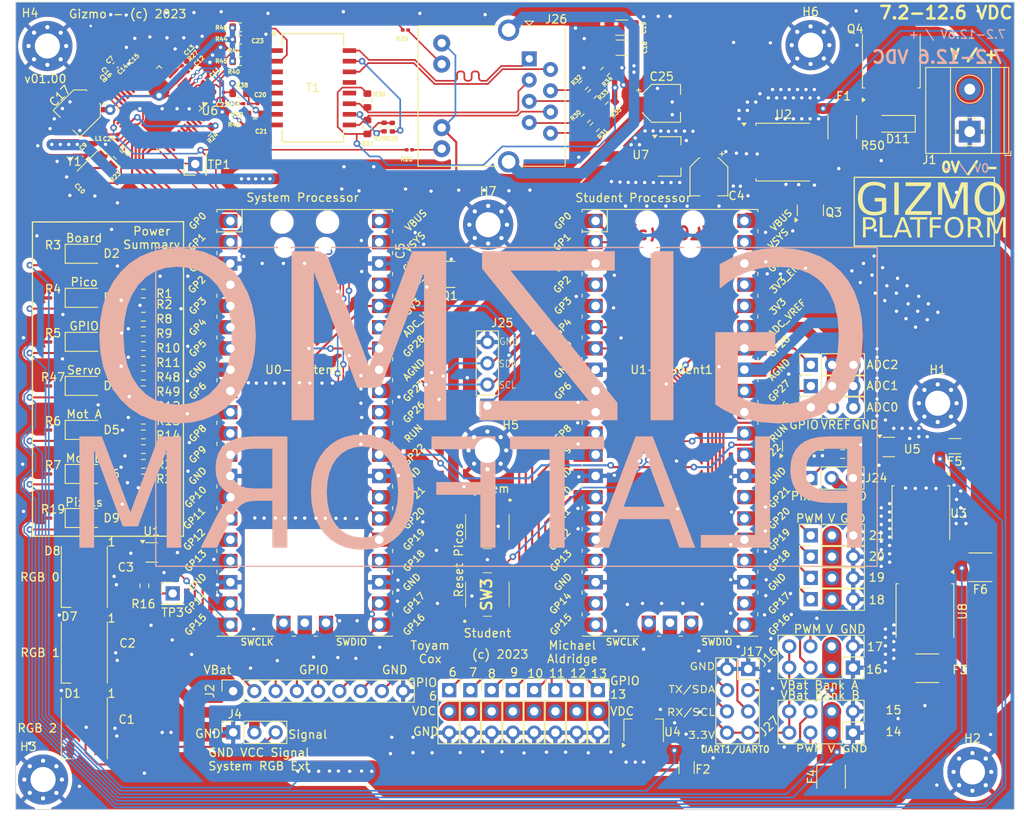
<source format=kicad_pcb>
(kicad_pcb (version 20240108) (generator "pcbnew") (generator_version "8.0")
  (layers (0 "F.Cu" signal) (31 "B.Cu" signal) (34 "B.Paste" user) (35 "F.Paste" user) (36 "B.SilkS" user "B.Silkscreen") (37 "F.SilkS" user "F.Silkscreen") (38 "B.Mask" user) (39 "F.Mask" user) (44 "Edge.Cuts" user))
  (net 0 "")
  (net 1 "Net-(Q1-S)")
  (net 2 "Net-(Q3-S)")
  (net 3 "Net-(D1-DIN)")
  (net 4 "GND")
  (net 5 "Net-(D2-K)")
  (net 6 "Net-(D3-K)")
  (net 7 "Net-(D4-K)")
  (net 8 "Net-(D5-K)")
  (net 9 "Net-(D6-K)")
  (net 10 "Net-(D7-DIN)")
  (net 11 "Net-(D8-DIN)")
  (net 12 "Net-(J2-Pin_7)")
  (net 13 "Net-(J2-Pin_4)")
  (net 14 "Net-(J2-Pin_6)")
  (net 15 "Net-(J2-Pin_3)")
  (net 16 "Net-(J2-Pin_2)")
  (net 17 "Net-(J2-Pin_5)")
  (net 18 "Net-(J20-Pin_1)")
  (net 19 "Net-(J20-Pin_2)")
  (net 20 "Net-(J20-Pin_3)")
  (net 21 "Net-(J21-Pin_1)")
  (net 22 "Net-(J22-Pin_1)")
  (net 23 "Net-(J24-Pin_1)")
  (net 24 "Net-(J24-Pin_2)")
  (net 25 "Net-(U5-A)")
  (net 26 "Net-(D9-K)")
  (net 27 "Net-(Q1-G)")
  (net 28 "Net-(Q2-G)")
  (net 29 "Net-(Q3-G)")
  (net 30 "Net-(U1-A)")
  (net 31 "Net-(J25-Pin_2)")
  (net 32 "Net-(J25-Pin_3)")
  (net 41 "Net-(D1-GND)")
  (net 60 "rst_system")
  (net 61 "5V_PICO_POWER")
  (net 62 "Net-(U6-TOCAP)")
  (net 63 "Net-(U6-1V2O)")
  (net 64 "Net-(U6-XI{slash}CLKIN)")
  (net 65 "Net-(C10-Pad2)")
  (net 66 "3.3VA")
  (net 67 "Net-(C18-Pad2)")
  (net 68 "Net-(C18-Pad1)")
  (net 69 "Net-(C20-Pad2)")
  (net 70 "Net-(C22-Pad2)")
  (net 71 "Net-(C23-Pad2)")
  (net 72 "3.3VD")
  (net 73 "VBAT")
  (net 74 "VBAT_PICO")
  (net 75 "VBAT_GPIO")
  (net 76 "VBAT_MOTA")
  (net 77 "VBAT_MOTB")
  (net 78 "VBAT_STU_PIX")
  (net 79 "Net-(D10-K)")
  (net 80 "VBAT_SERVO")
  (net 81 "Net-(D11-A)")
  (net 82 "Net-(Q4-D)")
  (net 83 "S_PICO_GP_4")
  (net 84 "S_PICO_GP_5")
  (net 85 "3.3v_STU_REF")
  (net 86 "3.3V GPIO")
  (net 87 "S_PICO_GP_6")
  (net 88 "S_PICO_GP_7")
  (net 89 "S_PICO_GP_8")
  (net 90 "S_PICO_GP_9")
  (net 91 "S_PICO_GP_10")
  (net 92 "S_PICO_GP_11")
  (net 93 "S_PICO_GP_12")
  (net 94 "5V_SERVO_POWER")
  (net 95 "S_PICO_GP_21")
  (net 96 "S_PICO_GP_20")
  (net 97 "S_PICO_GP_19")
  (net 98 "S_PICO_GP_18")
  (net 99 "S_PICO_GP_17")
  (net 100 "S_PICO_GP_16")
  (net 101 "S_PICO_GP_15")
  (net 102 "S_PICO_GP_14")
  (net 103 "S_PICO_GP_13")
  (net 104 "3.3v_SYS_REF")
  (net 105 "rst_student")
  (net 106 "VBAT_SCALED")
  (net 107 "VBAT_PICO_SCALED")
  (net 108 "VBAT_GPIO_SCALED")
  (net 109 "VBAT_MOTA_SCALED")
  (net 110 "VBAT_MOTB_SCALED")
  (net 111 "VBAT_STU_PIX_SCALED")
  (net 112 "Net-(U6-XO)")
  (net 113 "Net-(U6-PMODE0)")
  (net 114 "Net-(U6-ACTLED)")
  (net 115 "Net-(J17-Pin_5)")
  (net 116 "Net-(U6-EXRES1)")
  (net 117 "Net-(R28-Pad1)")
  (net 118 "Net-(R29-Pad1)")
  (net 119 "Net-(R30-Pad1)")
  (net 120 "Net-(R32-Pad1)")
  (net 121 "VBAT_SERVO_SCALED")
  (net 122 "rst_wizzy")
  (net 123 "WIZ_MOSI")
  (net 125 "WIZ_SYSn")
  (net 126 "WIZ_MISO")
  (net 127 "Net-(J2-Pin_8)")
  (net 128 "WIZ_SYSCLK")
  (net 129 "S_PICO_GP_22")
  (net 131 "WIZ_INTn")
  (net 132 "Net-(C21-Pad2)")
  (net 133 "Net-(U0-System1-GPIO15)")
  (net 134 "/RX2P")
  (net 135 "/RX2N")
  (net 136 "/TX3N")
  (net 137 "/RX3P")
  (net 138 "/TX3P")
  (net 139 "/RX3N")
  (net 140 "/TX2N")
  (net 141 "/TX1N")
  (net 142 "/TX1P")
  (net 143 "/TX2P")
  (net 144 "/RX1N")
  (net 145 "/RX1P")
  (net 146 "Net-(J26-Pad7)")
  (net 147 "Net-(J26-Pad11)")
  (net 148 "Net-(J26-Pad8)")
  (net 149 "Net-(J26-Pad4)")
  (net 150 "Net-(J26-Pad5)")
  (net 151 "Net-(J26-Pad9)")
  (net 152 "Net-(J17-Pin_3)")
  (net 153 "LINK_LED")
  (footprint "Resistor_SMD:R_0603_1608Metric" (layer "F.Cu") (at 180.3908 104.5718)
    (property "Reference" "R18")
    (property "Value" "470")
  )
  (footprint "MountingHole:MountingHole_3mm_Pad_Via" (layer "F.Cu") (at 176.55 55.7)
    (property "Reference" "H6")
    (property "Value" "MountingHole")
  )
  (footprint "Connector_PinSocket_2.54mm:PinSocket_1x03_P2.54mm_Vertical" (layer "F.Cu") (at 176.59 93.91 90)
    (property "Reference" "J20" (hide yes))
    (property "Value" "ADC 2")
  )
  (footprint "Capacitor_SMD:CP_Elec_4x5.3" (layer "F.Cu") (at 158.75 62.65)
    (property "Reference" "C25")
    (property "Value" "10 uF / 16V")
  )
  (footprint "Resistor_SMD:R_1206_3216Metric_Pad1.30x1.75mm_HandSolder" (layer "F.Cu") (at 161.73 142.04 90)
    (property "Reference" "F2")
    (property "Value" "1A max")
  )
  (footprint "Package_TO_SOT_SMD:SOT-23" (layer "F.Cu") (at 174.752 103.632 90)
    (property "Reference" "Q2")
    (property "Value" "Watchdog Resetter")
  )
  (footprint "Resistor_SMD:R_0201_0603Metric" (layer "F.Cu") (at 86 96.4375)
    (property "Reference" "R47")
    (property "Value" "1k")
  )
  (footprint "Resistor_SMD:R_0201_0603Metric" (layer "F.Cu") (at 86 85.9125)
    (property "Reference" "R4")
    (property "Value" "2k")
  )
  (footprint "Resistor_SMD:R_0201_0603Metric" (layer "F.Cu") (at 109.08 65.2375)
    (property "Reference" "R42")
    (property "Value" "0R")
  )
  (footprint "Capacitor_SMD:C_0201_0603Metric" (layer "F.Cu") (at 128.297726 78.839274 45)
    (property "Reference" "C5")
    (property "Value" "0.1 uF")
  )
  (footprint "Package_TO_SOT_SMD:TO-252-2" (layer "F.Cu") (at 186.2025 57.5 90)
    (property "Reference" "Q4")
    (property "Value" "C2995338")
  )
  (footprint "Connector_PinSocket_2.54mm:PinSocket_1x03_P2.54mm_Vertical" (layer "F.Cu") (at 135.8912 132.791)
    (property "Reference" "J6" (hide yes))
    (property "Value" "GPIO 07")
  )
  (footprint "Connector_PinSocket_2.54mm:PinSocket_1x03_P2.54mm_Vertical" (layer "F.Cu") (at 151.1312 132.791)
    (property "Reference" "J23" (hide yes))
    (property "Value" "GPIO 13")
  )
  (footprint "Resistor_SMD:R_0603_1608Metric" (layer "F.Cu") (at 93.75 68.8 -45)
    (property "Reference" "R22")
    (property "Value" "1M")
  )
  (footprint "Resistor_SMD:R_0603_1608Metric" (layer "F.Cu") (at 108.3 57.6125)
    (property "Reference" "R45")
    (property "Value" "49.9 1%")
  )
  (footprint "Package_TO_SOT_SMD:SOT-23" (layer "F.Cu") (at 133.4 83.1)
    (property "Reference" "Q1")
    (property "Value" "DMG2301L")
  )
  (footprint "Diode_SMD:D_SOD-123" (layer "F.Cu") (at 186.7 65.1 180)
    (property "Reference" "D11")
    (property "Value" "D_Zener")
  )
  (footprint "Capacitor_SMD:C_0201_0603Metric" (layer "F.Cu") (at 171.2 80.391 -90)
    (property "Reference" "C6")
    (property "Value" "0.1 uF")
  )
  (footprint "Resistor_SMD:R_0201_0603Metric" (layer "F.Cu") (at 97.58 86.778461 180)
    (property "Reference" "R2")
    (property "Value" "1k")
  )
  (footprint "Package_TO_SOT_SMD:SOT-89-3" (layer "F.Cu") (at 159.7 69)
    (property "Reference" "U7")
    (property "Value" "Wiznet 3.3v")
  )
  (footprint "Resistor_SMD:R_0603_1608Metric" (layer "F.Cu") (at 96.8 85.4)
    (property "Reference" "R1")
    (property "Value" "2.5k")
  )
  (footprint "Resistor_SMD:R_0603_1608Metric" (layer "F.Cu") (at 96.8 103.983071 180)
    (property "Reference" "R15")
    (property "Value" "390k")
  )
  (footprint "Connector_PinSocket_2.54mm:PinSocket_1x09_P2.54mm_Vertical" (layer "F.Cu") (at 107.53 132.91 90)
    (property "Reference" "J2")
    (property "Value" "System Breakout")
  )
  (footprint "Capacitor_SMD:C_0402_1005Metric" (layer "F.Cu") (at 93.477876 58.103712 45)
    (property "Reference" "C7")
    (property "Value" "4.7 uF")
  )
  (footprint "MountingHole:MountingHole_3mm_Pad_Via" (layer "F.Cu") (at 191.75 98.5)
    (property "Reference" "H1")
    (property "Value" "MountingHole")
  )
  (footprint "MountingHole:MountingHole_3mm_Pad_Via" (layer "F.Cu") (at 84.8106 143.4846)
    (property "Reference" "H3")
    (property "Value" "MountingHole")
  )
  (footprint "Resistor_SMD:R_0201_0603Metric" (layer "F.Cu") (at 86 106.9625)
    (property "Reference" "R7")
    (property "Value" "1k")
  )
  (footprint "Resistor_SMD:R_1812_4532Metric" (layer "F.Cu") (at 179 143.1375 90)
    (property "Reference" "F4")
    (property "Value" "4A max")
  )
  (footprint "LED_SMD:LED_1206_3216Metric" (layer "F.Cu") (at 89.74 85.896921)
    (property "Reference" "D3")
    (property "Value" "Pico Power")
  )
  (footprint "Resistor_SMD:R_0603_1608Metric" (layer "F.Cu") (at 149.418558 60.486566 -135)
    (property "Reference" "R32")
    (property "Value" "49.9 1%")
  )
  (footprint "Connector_PinSocket_2.54mm:PinSocket_2x04_P2.54mm_Vertical" (layer "F.Cu") (at 169.1 130.26)
    (property "Reference" "J17")
    (property "Value" "~")
  )
  (footprint "Resistor_SMD:R_0603_1608Metric" (layer "F.Cu") (at 150.74817 65.48531 -135)
    (property "Reference" "R31")
    (property "Value" "49.9 1%")
  )
  (footprint "Resistor_SMD:R_0201_0603Metric" (layer "F.Cu") (at 86 91.175)
    (property "Reference" "R5")
    (property "Value" "2k")
  )
  (footprint "Inductor_SMD:L_0402_1005Metric" (layer "F.Cu") (at 91.682876 65.953712 180)
    (property "Reference" "L1")
    (property "Value" "HH-1M1608-121JT")
  )
  (footprint "LED_SMD:LED_1206_3216Metric" (layer "F.Cu") (at 89.74 96.426149)
    (property "Reference" "D10")
    (property "Value" "Servo Power")
  )
  (footprint "Resistor_SMD:R_0603_1608Metric" (layer "F.Cu") (at 96.9264 120.3198 90)
    (property "Reference" "R16")
    (property "Value" "470")
  )
  (footprint "Resistor_SMD:R_0201_0603Metric" (layer "F.Cu") (at 183.755 66.225 -90)
    (property "Reference" "R50")
    (property "Value" "100")
  )
  (footprint "Connector_PinSocket_2.54mm:PinSocket_1x03_P2.54mm_Vertical" (layer "F.Cu") (at 176.57 121.92 90)
    (property "Reference" "J15" (hide yes))
    (property "Value" "Servo GPIO 18")
  )
  (footprint "Resistor_SMD:R_0201_0603Metric" (layer "F.Cu") (at 86 112.225)
    (property "Reference" "R19")
    (property "Value" "1k")
  )
  (footprint "Connector_RJ:RJ45_BEL_SS74301-00x_Vertical" (layer "F.Cu") (at 142.925 57.33 -90)
    (property "Reference" "J26")
    (property "Value" "8P8C_LED_Shielded")
  )
  (footprint "push-switch:PTS526SM15SMTR2LFS" (layer "F.Cu") (at 137.922 113.284 -90)
    (property "Reference" "SW2")
    (property "Value" "Reset System" (hide yes))
  )
  (footprint "Capacitor_SMD:C_0201_0603Metric" (layer "F.Cu") (at 93.517876 59.973712 135)
    (property "Reference" "C16")
    (property "Value" "0.1 uF")
  )
  (footprint "LED_SMD:LED_WS2812B_PLCC4_5.0x5.0mm_P3.2mm" (layer "F.Cu") (at 89.7382 119.253 -90)
    (property "Reference" "D8")
    (property "Value" "NeoPixel_SMD")
  )
  (footprint "Resistor_SMD:R_0201_0603Metric" (layer "F.Cu") (at 86 101.7)
    (property "Reference" "R6")
    (property "Value" "1k")
  )
  (footprint "Resistor_SMD:R_1206_3216Metric_Pad1.30x1.75mm_HandSolder" (layer "F.Cu") (at 193.802 103.632 180)
    (property "Reference" "F5")
    (property "Value" "2A max")
  )
  (footprint "LED_SMD:LED_WS2812B_PLCC4_5.0x5.0mm_P3.2mm" (layer "F.Cu") (at 89.7382 128.303 -90)
    (property "Reference" "D7")
    (property "Value" "NeoPixel_SMD")
  )
  (footprint "Resistor_SMD:R_0603_1608Metric" (layer "F.Cu") (at 96.8 88.156922)
    (property "Reference" "R8")
    (property "Value" "1M")
  )
  (footprint "Connector_PinSocket_2.54mm:PinSocket_1x03_P2.54mm_Vertical" (layer "F.Cu") (at 133.35 132.791)
    (property "Reference" "J5" (hide yes))
    (property "Value" "GPIO 06")
  )
  (footprint "Package_TO_SOT_SMD:TO-252-2" (layer "F.Cu") (at 190.22 123.39 -90)
    (property "Reference" "U8")
    (property "Value" "5v supply")
  )
  (footprint "Package_QFP:LQFP-48_7x7mm_P0.5mm" (layer "F.Cu") (at 98.687876 63.263712 -135)
    (property "Reference" "U6")
    (property "Value" "W5500")
  )
  (footprint "Capacitor_SMD:CP_Elec_4x5.3" (layer "F.Cu") (at 164.4 71.45 -90)
    (property "Reference" "C4")
    (property "Value" "10uF bypass")
  )
  (footprint "Resistor_SMD:R_0603_1608Metric" (layer "F.Cu") (at 96.8 105.741532)
    (property "Reference" "R20")
    (property "Value" "1M")
  )
  (footprint "Connector_PinHeader_2.54mm:PinHeader_1x04_P2.54mm_Vertical" (layer "F.Cu") (at 137.922 98.806 180)
    (property "Reference" "J25")
    (property "Value" "3.3v i2c")
  )
  (footprint "Resistor_SMD:R_0201_0603Metric" (layer "F.Cu") (at 109.08 62.6875)
    (property "Reference" "R43")
    (property "Value" "0R")
  )
  (footprint "Resistor_SMD:R_0603_1608Metric" (layer "F.Cu") (at 110.125 63.9875)
    (property "Reference" "R39")
    (property "Value" "82R 1%")
  )
  (footprint "MCU_RaspberryPi_and_Boards:RPi_Pico_SMD_TH" (layer "F.Cu") (at 116.091025 100.84525)
    (property "Reference" "U0-System1")
    (property "Value" "System Pico")
  )
  (footprint "Resistor_SMD:R_0603_1608Metric" (layer "F.Cu") (at 96.8 91.673844)
    (property "Reference" "R10")
    (property "Value" "1M")
  )
  (footprint "Capacitor_SMD:C_0201_0603Metric" (layer "F.Cu") (at 93.75 66.7 -90)
    (property "Reference" "C24")
    (property "Value" "0.1 uF")
  )
  (footprint "Resistor_SMD:R_0603_1608Metric" (layer "F.Cu") (at 96.8 93.432305 180)
    (property "Reference" "R11")
    (property "Value" "390k")
  )
  (footprint "Capacitor_SMD:C_0201_0603Metric" (layer "F.Cu") (at 101.127876 57.273712 45)
    (property "Reference" "C13")
    (property "Value" "0.1 uF")
  )
  (footprint "MCU_RaspberryPi_and_Boards:RPi_Pico_SMD_TH" (layer "F.Cu") (at 159.75 100.838)
    (property "Reference" "U1-Student1")
    (property "Value" "Student Pico")
  )
  (footprint "Resistor_SMD:R_0201_0603Metric" (layer "F.Cu") (at 128.125 53.8875 180)
    (property "Reference" "R25")
    (property "Value" "330")
  )
  (footprint "Capacitor_SMD:C_0201_0603Metric" (layer "F.Cu") (at 90.349953 68.571606 45)
    (property "Reference" "C9")
    (property "Value" "18 pF")
  )
  (footprint "Resistor_SMD:R_0603_1608Metric" (layer "F.Cu") (at 104.35 66.05 -135)
    (property "Reference" "R24")
    (property "Value" "1M")
  )
  (footprint "Resistor_SMD:R_0603_1608Metric" (layer "F.Cu") (at 152.55 63 -135)
    (property "Reference" "R35")
    (property "Value" "49.9 1%")
  )
  (footprint "Package_TO_SOT_SMD:SOT-23" (layer "F.Cu") (at 176.53 75.438 90)
    (property "Reference" "Q3")
    (property "Value" "DMG2301L")
  )
  (footprint "Resistor_SMD:R_0603_1608Metric" (layer "F.Cu") (at 152 58.85 -135)
    (property "Reference" "R34")
    (property "Value" "49.9 1%")
  )
  (footprint "Connector_PinSocket_2.54mm:PinSocket_1x03_P2.54mm_Vertical" (layer "F.Cu") (at 138.4312 132.791)
    (property "Reference" "J7" (hide yes))
    (property "Value" "GPIO 08")
  )
  (footprint "Capacitor_SMD:C_0201_0603Metric" (layer "F.Cu") (at 93.43 127.127 -90)
    (property "Reference" "C2")
    (property "Value" "0.1 uF")
  )
  (footprint "Capacitor_SMD:C_0201_0603Metric" (layer "F.Cu") (at 106.375 61.6625 90)
    (property "Reference" "C22")
    (property "Value" "10 nF")
  )
  (footprint "Resistor_SMD:R_0603_1608Metric" (layer "F.Cu") (at 96.8 98.707688)
    (property "Reference" "R12")
    (property "Value" "1M")
  )
  (footprint "Package_TO_SOT_SMD:SOT-89-3" (layer "F.Cu") (at 156.6 137.6 90)
    (property "Reference" "U4")
    (property "Value" "3.3v")
  )
  (footprint "Capacitor_SMD:C_1206_3216Metric" (layer "F.Cu") (at 154 56)
    (property "Reference" "C18")
    (property "Value" "4.7 nF / 2kV")
  )
  (footprint "Resistor_SMD:R_0603_1608Metric" (layer "F.Cu") (at 123.575 65.4875 -90)
    (property "Reference" "R37")
    (property "Value" "150 1%")
  )
  (footprint "Capacitor_SMD:C_0201_0603Metric" (layer "F.Cu") (at 104.15 59.85 45)
    (property "Reference" "C11")
    (property "Value" "0.1 uF")
  )
  (footprint "Resistor_SMD:R_0603_1608Metric" (layer "F.Cu") (at 96.8 102.22461)
    (property "Reference" "R14")
    (property "Value" "1M")
  )
  (footprint "MountingHole:MountingHole_3mm_Pad_Via" (layer "F.Cu") (at 138.00901 77.15901)
    (property "Reference" "H7")
    (property "Value" "MountingHole")
  )
  (footprint "Resistor_SMD:R_0201_0603Metric" (layer "F.Cu") (at 86 80.65)
    (property "Reference" "R3")
    (property "Value" "1k")
  )
  (footprint "Package_TO_SOT_SMD:TO-252-2" (layer "F.Cu") (at 189.739 111.667 -90)
    (property "Reference" "U3")
    (property "Value" "5v supply")
  )
  (footprint "Resistor_SMD:R_0603_1608Metric" (layer "F.Cu") (at 96.8 95.190766)
    (property "Reference" "R48")
    (property "Value" "1M")
  )
  (footprint "Connector_PinHeader_2.54mm:PinHeader_1x01_P2.54mm_Vertical" (layer "F.Cu") (at 100.3046 121.2342)
    (property "Reference" "TP3")
    (property "Value" "TestPoint")
  )
  (footprint "Connector_PinSocket_2.54mm:PinSocket_1x03_P2.54mm_Vertical" (layer "F.Cu") (at 176.57 114.3004 90)
    (property "Reference" "J12" (hide yes))
    (property "Value" "Servo GPIO 21")
  )
  (footprint "Capacitor_SMD:C_1206_3216Metric" (layer "F.Cu") (at 153.965 53.6 180)
    (property "Reference" "C19")
    (property "Value" "1 nF / 2kV")
  )
  (footprint "Connector_PinSocket_2.54mm:PinSocket_1x03_P2.54mm_Vertical" (layer "F.Cu") (at 107.5332 137.841 90)
    (property "Reference" "J4")
    (property "Value" "Breakout More Pixels")
  )
  (footprint "Capacitor_SMD:C_0201_0603Metric" (layer "F.Cu") (at 110.825 65.2375)
    (property "Reference" "C21")
    (property "Value" "6.8 nF")
  )
  (footprint "Connector_PinSocket_2.54mm:PinSocket_1x03_P2.54mm_Vertical" (layer "F.Cu") (at 176.53 107.442 90)
    (property "Reference" "J24")
    (property "Value" "Breakout Student Pixels")
  )
  (footprint "Connector_PinSocket_2.54mm:PinSocket_1x03_P2.54mm_Vertical" (layer "F.Cu") (at 146.0512 132.791)
    (property "Reference" "J10" (hide yes))
    (property "Value" "GPIO 11")
  )
  (footprint "Connector_PinSocket_2.54mm:PinSocket_1x03_P2.54mm_Vertical" (layer "F.Cu") (at 176.59 96.45 90)
    (property "Reference" "J21" (hide yes))
    (property "Value" "ADC 1")
  )
  (footprint "Resistor_SMD:R_0603_1608Metric" (layer "F.Cu") (at 108.3 61.4375)
    (property "Reference" "R38")
    (property "Value" "82R 1%")
  )
  (footprint "LED_SMD:LED_1206_3216Metric" (layer "F.Cu") (at 89.74 80.632307)
    (property "Reference" "D2")
    (property "Value" "System Power")
  )
  (footprint "Connector_PinSocket_2.54mm:PinSocket_1x03_P2.54mm_Vertical" (layer "F.Cu") (at 176.57 119.3804 90)
    (property "Reference" "J14" (hide yes))
    (property "Value" "Servo GPIO 19")
  )
  (footprint "LED_SMD:LED_WS2812B_PLCC4_5.0x5.0mm_P3.2mm" (layer "F.Cu") (at 89.7382 137.353 -90)
    (property "Reference" "D1")
    (property "Value" "NeoPixel_SMD")
  )
  (footprint "Connector_PinSocket_2.54mm:PinSocket_1x03_P2.54mm_Vertical" (layer "F.Cu") (at 148.5912 132.791)
    (property "Reference" "J11" (hide yes))
    (property "Value" "GPIO 12")
  )
  (footprint "Resistor_SMD:R_0603_1608Metric" (layer "F.Cu") (at 123.575 62.3125 90)
    (property "Reference" "R36")
    (property "Value" "150 1%")
  )
  (footprint "Resistor_SMD:R_0603_1608Metric" (layer "F.Cu") (at 150.458005 61.526013 -135)
    (property "Reference" "R33")
    (property "Value" "49.9 1%")
  )
  (footprint "Connector_PinSocket_2.54mm:PinSocket_1x03_P2.54mm_Vertical" (layer "F.Cu") (at 143.5112 132.791)
    (property "Reference" "J9" (hide yes))
    (property "Value" "GPIO 10")
  )
  (footprint "Package_TO_SOT_SMD:SOT-363_SC-70-6" (layer "F.Cu") (at 97.79 116.332)
    (property "Reference" "U1")
    (property "Value" "SN74LVC1T45DCK")
  )
  (footprint "Connector_PinSocket_2.54mm:PinSocket_1x03_P2.54mm_Vertical" (layer "F.Cu") (at 176.59 98.99 90)
    (property "Reference" "J22" (hide yes))
    (property "Value" "ADC 0")
  )
  (footprint "Capacitor_SMD:C_0201_0603Metric" (layer "F.Cu") (at 93.345 136.205 -90)
    (property "Reference" "C1")
    (property "Value" "0.1 uF")
  )
  (footprint "Resistor_SMD:R_1812_4532Metric" (layer "F.Cu") (at 190.5 130.175 180)
    (property "Reference" "F3")
    (property "Value" "4A max")
  )
  (footprint "Connector_PinSocket_2.54mm:PinSocket_1x03_P2.54mm_Vertical" (layer "F.Cu") (at 176.57 116.8404 90)
    (property "Reference" "J13" (hide yes))
    (property "Value" "Servo GPIO 20")
  )
  (footprint "LED_SMD:LED_1206_3216Metric" (layer "F.Cu") (at 89.74 106.955377)
    (property "Reference" "D6")
    (property "Value" "Motor B Power")
  )
  (footprint "H1102NLT:XFRMR_H1102NLT_12P7X7P11_PUL" (layer "F.Cu") (at 117.053 60.7915)
    (property "Reference" "T1")
    (property "Value" "H1102NLT")
  )
  (footprint "MountingHole:MountingHole_3mm_Pad_Via" (layer "F.Cu") (at 195.9 142.57)
    (property "Reference" "H2")
    (property "Value" "MountingHole")
  )
  (footprint "Resistor_SMD:R_1812_4532Metric" (layer "F.Cu") (at 196.85 118.11 180)
    (property "Reference" "F6")
    (property "Value" "4A max")
  )
  (footprint "Resistor_SMD:R_1812_4532Metric_Pad1.30x3.40mm_HandSolder" (layer "F.Cu") (at 180.34 65.5066 90)
    (property "Reference" "F1")
    (property "Value" "3A max")
  )
  (footprint "Package_TO_SOT_SMD:TO-252-2" (layer "F.Cu") (at 173.33 68.48)
    (property "Reference" "U2")
    (property "Value" "5v supply")
  )
  (footprint "Capacitor_SMD:C_0201_0603Metric" (layer "F.Cu") (at 96.247876 57.883712 45)
    (property "Reference" "C15")
    (property "Value" "0.1 uF")
  )
  (footprint "Resistor_SMD:R_0603_1608Metric" (layer "F.Cu") (at 96.8 107.5 180)
    (property "Reference" "R21")
    (property "Value" "390k")
  )
  (footprint "Capacitor_SMD:CP_Elec_4x5.3" (layer "F.Cu") (at 89.217353 63.492291 -135)
    (property "Reference" "C17")
    (property "Value" "10 uF / 16V")
  )
  (footprint "Crystal:Crystal_SMD_3225-4Pin_3.2x2.5mm" (layer "F.Cu") (at 91.453176 70.516331 -135)
    (property "Reference" "Y1")
    (property "Value" "Crystal_GND24")
  )
  (footprint "Resistor_SMD:R_0201_0603Metric" (layer "F.Cu") (at 109.08 58.8875)
    (property "Reference" "R40")
    (property "Value" "0R")
  )
  (footprint "push-switch:PTS526SM15SMTR2LFS" (layer "F.Cu") (at 137.922 121.364 90)
    (property "Reference" "SW3")
    (property "Value" "Reset Student" (hide yes))
  )
  (footprint "Resistor_SMD:R_0402_1005Metric" (layer "F.Cu") (at 125.575 65.4875 90)
    (property "Reference" "R29")
    (property "Value" "75R 1%")
  )
  (footprint "Resistor_SMD:R_0603_1608Metric" (layer "F.Cu") (at 108.3 55.05 180)
    (property "Reference" "R44")
    (property "Value" "49.9 1%")
  )
  (footprint "LED_SMD:LED_1206_3216Metric" (layer "F.Cu") (at 89.74 101.690763)
    (property "Reference" "D5")
    (property "Value" "Motor A Power")
  )
  (footprint "Capacitor_SMD:C_0201_0603Metric" (layer "F.Cu") (at 110.775 62.6875)
    (property "Reference" "C20")
    (property "Value" "6.8 nF")
  )
  (footprint "Package_TO_SOT_SMD:SOT-363_SC-70-6" (layer "F.Cu") (at 185.9026 103.7336)
    (property "Reference" "U5")
    (property "Value" "SN74LVC1T45DCK")
  )
  (footprint "Capacitor_SMD:C_0201_0603Metric" (layer "F.Cu") (at 89.75 72.35 -45)
    (property "Reference" "C10")
    (property "Value" "18 pF")
  )
  (footprint "Resistor_SMD:R_0201_0603Metric" (layer "F.Cu") (at 128.6 68.2 180)
    (property "Reference" "R26")
    (property "Value" "330")
  )
  (footprint "Resistor_SMD:R_0201_0603Metric" (layer "F.Cu") (at 109.08 56.3375)
    (property "Reference" "R41")
    (property "Value" "0R")
  )
  (footprint "Resistor_SMD:R_0603_1608Metric" (layer "F.Cu") (at 96.8 96.949227 180)
    (property "Reference" "R49")
    (property "Value" "390k")
  )
  (footprint "Capacitor_SMD:C_0201_0603Metric" (layer "F.Cu") (at 110.35 54.0425 90)
    (property "Reference" "C23")
    (property "Value" "22 nF")
  )
  (footprint "MountingHole:MountingHole_3mm_Pad_Via" (layer "F.Cu") (at 137.922 104.14)
    (property "Reference" "H5")
    (property "Value" "MountingHole")
  )
  (footprint "LED_SMD:LED_1206_3216Metric" (layer "F.Cu") (at 89.74 91.161535)
    (property "Reference" "D4")
    (property "Value" "GPIO Power")
  )
  (footprint "Resistor_SMD:R_0603_1608Metric" (layer "F.Cu") (at 149.68751 64.42465 -135)
    (property "Reference" "R30")
    (property "Value" "49.9 1%")
  )
  (footprint "Resistor_SMD:R_0603_1608Metric" (layer "F.Cu") (at 96.8 89.915383 180)
    (property "Reference" "R9")
    (property "Value" "390k")
  )
  (footprint "Resistor_SMD:R_0603_1608Metric" (layer "F.Cu") (at 108.3 53.5625 180)
    (property "Reference" "R46")
    (property "Value" "10 1%")
  )
  (footprint "MountingHole:MountingHole_3mm_Pad_Via" (layer "F.Cu") (at 85.325 55.8)
    (property "Reference" "H4")
    (property "Value" "MountingHole")
  )
  (footprint "Connector_PinHeader_2.54mm:PinHeader_1x01_P2.54mm_Vertical" (layer "F.Cu") (at 103 69.9 90)
    (property "Reference" "TP1")
    (property "Value" "ResetWizzy")
  )
  (footprint "Capacitor_SMD:C_0201_0603Metric" (layer "F.Cu") (at 93.26 118.044 -90)
    (property "Reference" "C3")
    (property "Value" "0.1 uF")
  )
  (footprint "Capacitor_SMD:C_0201_0603Metric" (layer "F.Cu") (at 94.897876 59.113712 -135)
    (property "Reference" "C14")
    (property "Value" "0.1 uF")
  )
  (footprint "Resistor_SMD:R_0402_1005Metric" (layer "F.Cu") (at 126.555 65.5075 90)
    (property "Reference" "R28")
    (property "Value" "75R 1%")
  )
  (footprint "Resistor_SMD:R_0201_0603Metric" (layer "F.Cu") (at 93.909953 71.961606 45)
    (property "Reference" "R23")
    (property "Value" "0R")
  )
  (footprint "Resistor_SMD:R_0201_0603Metric" (layer "F.Cu") (at 101.647876 57.923712 45)
    (property "Reference" "R27")
    (property "Value" "12.4KΩ 1%")
  )
  (footprint "Capacitor_SMD:C_0201_0603Metric" (layer "F.Cu") (at 102.357876 58.633712 45)
    (property "Reference" "C12")
    (property "Value" "0.1 uF")
  )
  (footprint "Resistor_SMD:R_0603_1608Metric" (layer "F.Cu") (at 96.8 100.466149 180)
    (property "Reference" "R13")
    (property "Value" "390k")
  )
  (footprint "Capacitor_SMD:C_0201_0603Metric" (layer "F.Cu") (at 92.927876 60.553712 135)
    (property "Reference" "C8")
    (property "Value" "10 nF")
  )
  (footprint "TerminalBlock_Phoenix:TerminalBlock_Phoenix_MKDS-1,5-2-5.08_1x02_P5.08mm_Horizontal" (layer "F.Cu") (at 195.58 66.04 90)
    (property "Reference" "J1")
    (property "Value" "Power In")
  )
  (footprint "LED_SMD:LED_1206_3216Metric" (layer "F.Cu") (at 89.74 112.22)
    (property "Reference" "D9")
    (property "Value" "Student Neopixel Power")
  )
  (footprint "Connector_PinSocket_2.54mm:PinSocket_2x04_P2.54mm_Vertical" (layer "F.Cu") (at 181.62 137.881 -90)
    (property "Reference" "J27")
    (property "Value" "~")
  )
  (footprint "Connector_PinSocket_2.54mm:PinSocket_2x04_P2.54mm_Vertical" (layer "F.Cu") (at 181.62 130.1 -90)
    (property "Reference" "J16")
    (property "Value" "~")
  )
  (footprint "Connector_PinSocket_2.54mm:PinSocket_1x03_P2.54mm_Vertical" (layer "F.Cu") (at 140.9712 132.791)
    (property "Reference" "J8" (hide yes))
    (property "Value" "GPIO 09")
  )
  (gr_rect (start 98.285 79.88) (end 184.515 117.99) (stroke (width 0.15)) (fill none) (layer "B.SilkS"))
  (gr_line (start 83.55 114.405) (end 83.54 76.835) (stroke (width 0.15)) (layer "F.SilkS"))
  (gr_line (start 83.55 114.405) (end 101.59 114.395) (stroke (width 0.15)) (layer "F.SilkS"))
  (gr_line (start 101.6 99.06) (end 101.6 76.8) (stroke (width 0.15)) (layer "F.SilkS"))
  (gr_rect (start 181.77 71.5) (end 198.5175 79.71) (stroke (width 0.15)) (fill none) (layer "F.SilkS"))
  (gr_line (start 101.6 76.8) (end 83.54 76.835) (stroke (width 0.15)) (layer "F.SilkS"))
  (gr_line (start 101.586 90.434) (end 101.59 114.395) (stroke (width 0.15)) (layer "F.SilkS"))
  (gr_rect (start 81.534 50.546) (end 200.914 147.066) (stroke (width 0.1)) (fill none) (layer "Edge.Cuts"))
  (gr_text "Michael\nAldridge" (at 159.512 119.38 0) (layer "F.Cu") (effects (font (size 1.5 1.5) (thickness 0.3))))
  (gr_text "Toyam\nCox" (at 159.512 83.566 0) (layer "F.Cu") (effects (font (size 1.5 1.5) (thickness 0.3))))
  (gr_text "(c) 2023" (at 159.9 78.2 0) (layer "F.Cu") (effects (font (size 1.5 1.5) (thickness 0.3))))
  (gr_text "0V / -" (at 198 71 0) (layer "B.SilkS") (effects (font (size 1 1)) (justify left bottom mirror)))
  (gr_text "7.2-12.6 VDC" (at 200 58 0) (layer "B.SilkS") (effects (font (size 1.5 1.5) (thickness 0.3) (bold yes)) (justify left bottom mirror)))
  (gr_text "PLATFORM" (at 184.515 117.99 0) (layer "B.SilkS") (effects (font (size 13.048 13.048) (thickness 1.754)) (justify left bottom mirror)))
  (gr_text "GIZMO" (at 184.365 103.9 0) (layer "B.SilkS") (effects (font (size 19.812 19.812) (thickness 2.69)) (justify left bottom mirror)))
  (gr_text "7.2-12.6V / +" (at 200 55 0) (layer "B.SilkS") (effects (font (size 1 1)) (justify left bottom mirror)))
  (gr_text "UART1/UART0\n" (at 167.53 139.88 0) (layer "F.SilkS") (effects (font (size 0.8 0.8))))
  (gr_text "VREF\n" (at 179.578 101.092 0) (layer "F.SilkS") (effects (font (size 1 1))))
  (gr_text "(c) 2023" (at 139.446 128.524 0) (layer "F.SilkS") (effects (font (size 1 1))))
  (gr_text "18\n" (at 183.415 122.6 0) (layer "F.SilkS") (effects (font (size 1 1)) (justify left bottom)))
  (gr_text "GPIO\n13" (at 152.5 132.5 0) (layer "F.SilkS") (effects (font (size 1 1)) (justify left)))
  (gr_text "VBat Bank B\n" (at 177.7 133.4 0) (layer "F.SilkS") (effects (font (size 1 1))))
  (gr_text "21" (at 183.415 114.9 0) (layer "F.SilkS") (effects (font (size 1 1)) (justify left bottom)))
  (gr_text "Power\nSummary" (at 97.79 78.74 0) (layer "F.SilkS") (effects (font (size 1 1))))
  (gr_text "GND" (at 181.6106 125.4952 0) (layer "F.SilkS") (effects (font (size 1 1))))
  (gr_text "V" (at 178.8166 125.4952 0) (layer "F.SilkS") (effects (font (size 1 1))))
  (gr_text "6" (at 133.1976 131.2418 0) (layer "F.SilkS") (effects (font (size 1 1)) (justify left bottom)))
  (gr_text "19" (at 183.415 119.9 0) (layer "F.SilkS") (effects (font (size 1 1)) (justify left bottom)))
  (gr_text "Reset Picos" (at 134.5 117.25 90) (layer "F.SilkS") (effects (font (size 1 1))))
  (gr_text "GND\n" (at 104.521 137.9982 0) (layer "F.SilkS") (effects (font (size 1 1))))
  (gr_text "GPIO\n" (at 175.768 101.092 0) (layer "F.SilkS") (effects (font (size 1 1))))
  (gr_text "GND" (at 181.839 139.81 0) (layer "F.SilkS") (effects (font (size 0.8 1))))
  (gr_text "VDC" (at 130.3528 135.3058 0) (layer "F.SilkS") (effects (font (size 1 1))))
  (gr_text "Student\n" (at 137.922 125.984 0) (layer "F.SilkS") (effects (font (size 1 1))))
  (gr_text "GND VCC Signal\nSystem RGB Ext" (at 110.617 141.0716 0) (layer "F.SilkS") (effects (font (size 1 1))))
  (gr_text "20\n" (at 183.415 117.4 0) (layer "F.SilkS") (effects (font (size 1 1)) (justify left bottom)))
  (gr_text "VBat Bank A" (at 177.6 132.2 0) (layer "F.SilkS") (effects (font (size 1 1))))
  (gr_text "SDA" (at 139.252 94.264 0) (layer "F.SilkS") (effects (font (size 0.8142 0.738) (thickness 0.08156)) (justify left bottom)))
  (gr_text "v01.00" (at 82.465 60.31 0) (layer "F.SilkS") (effects (font (size 1 1)) (justify left bottom)))
  (gr_text "PWM" (at 176.4538 112.268 0) (layer "F.SilkS") (effects (font (size 1 1))))
  (gr_text "vref" (at 139.4 99.4 0) (layer "F.SilkS") (effects (font (size 0.8142 0.738) (thickness 0.08156)) (justify left bottom)))
  (gr_text "RGB 2" (at 84.1082 137.343 0) (layer "F.SilkS") (effects (font (size 1 1))))
  (gr_text "GND\n" (at 130.5814 137.7442 0) (layer "F.SilkS") (effects (font (size 1 1))))
  (gr_text "GND\n" (at 183.134 101.092 0) (layer "F.SilkS") (effects (font (size 1 1))))
  (gr_text "15" (at 185.42 135.7606 0) (layer "F.SilkS") (effects (font (size 1 1)) (justify left bottom)))
  (gr_text "V" (at 179.04 139.84 0) (layer "F.SilkS") (effects (font (size 0.8 1))))
  (gr_text "10\n" (at 142.5956 131.3942 0) (layer "F.SilkS") (effects (font (size 1 1)) (justify left bottom)))
  (gr_text "14" (at 185.42 138.3606 0) (layer "F.SilkS") (effects (font (size 1 1)) (justify left bottom)))
  (gr_text "ADC2" (at 183.134 94.488 0) (layer "F.SilkS") (effects (font (size 1 1)) (justify left bottom)))
  (gr_text "PLATFORM" (at 182.485 79.09 0) (layer "F.SilkS") (effects (font (size 2.38 2.38) (thickness 0.5315)) (justify left bottom)))
  (gr_text "VBat" (at 105.664 130.3782 0) (layer "F.SilkS") (effects (font (size 1 1))))
  (gr_text "Board" (at 89.72 78.75 0) (layer "F.SilkS") (effects (font (size 1 1))))
  (gr_text "8\n" (at 137.8712 131.4196 0) (layer "F.SilkS") (effects (font (size 1 1)) (justify left bottom)))
  (gr_text "GND" (at 126.8476 130.3782 0) (layer "F.SilkS") (effects (font (size 1 1))))
  (gr_text "Mot B" (at 89.72 105.07307 0) (layer "F.SilkS") (effects (font (size 1 1))))
  (gr_text "12\n" (at 147.7264 131.3688 0) (layer "F.SilkS") (effects (font (size 1 1)) (justify left bottom)))
  (gr_text "RGB 1\n" (at 84.4682 128.323 0) (layer "F.SilkS") (effects (font (size 1 1))))
  (gr_text "Gizmo - (c) 2023" (at 94.925 51.975 0) (layer "F.SilkS") (effects (font (size 1 1))))
  (gr_text "7" (at 135.636 131.2672 0) (layer "F.SilkS") (effects (font (size 1 1)) (justify left bottom)))
  (gr_text "11\n" (at 145.1864 131.3688 0) (layer "F.SilkS") (effects (font (size 1 1)) (justify left bottom)))
  (gr_text "Pixel V GND" (at 174.0916 110.1852 0) (layer "F.SilkS") (effects (font (size 1 1)) (justify left bottom)))
  (gr_text "PWM" (at 176.45 139.78 0) (layer "F.SilkS") (effects (font (size 0.8 1))))
  (gr_text "13" (at 150.2156 131.4196 0) (layer "F.SilkS") (effects (font (size 1 1)) (justify left bottom)))
  (gr_text "Mot A" (at 89.72 99.808456 0) (layer "F.SilkS") (effects (font (size 1 1))))
  (gr_text "GPIO" (at 89.72 89.279228 0) (layer "F.SilkS") (effects (font (size 1 1))))
  (gr_text "GPIO\n" (at 117.1702 130.3782 0) (layer "F.SilkS") (effects (font (size 1 1))))
  (gr_text "7.2-12.6 VDC" (at 184.6 52.7 0) (layer "F.SilkS") (effects (font (size 1.5 1.5) (thickness 0.3) (bold yes)) (justify left bottom)))
  (gr_text "GPIO\n6" (at 132 132.7 0) (layer "F.SilkS") (effects (font (size 1 1)) (justify right)))
  (gr_text "SCL" (at 139.252 96.804 0) (layer "F.SilkS") (effects (font (size 0.8142 0.738) (thickness 0.08156)) (justify left bottom)))
  (gr_text "Pico" (at 89.72 84.014614 0) (layer "F.SilkS") (effects (font (size 1 1))))
  (gr_text "System" (at 137.922 108.712 0) (layer "F.SilkS") (effects (font (size 1 1))))
  (gr_text "RGB 0\n" (at 84.4282 119.293 0) (layer "F.SilkS") (effects (font (size 1 1))))
  (gr_text "GND" (at 181.61 112.268 0) (layer "F.SilkS") (effects (font (size 1 1))))
  (gr_text "VDC" (at 154.0256 135.3312 0) (layer "F.SilkS") (effects (font (size 1 1))))
  (gr_text "GND\n\nTX/SDA\n\nRX/SCL\n\n3.3V" (at 165.23 134.07 0) (layer "F.SilkS") (effects (font (size 0.85 1) (thickness 0.13)) (justify right)))
  (gr_text "Servo" (at 89.72 94.543842 0) (layer "F.SilkS") (effects (font (size 1 1))))
  (gr_text "ADC1" (at 183.134 96.98625 0) (layer "F.SilkS") (effects (font (size 1 1)) (justify left bottom)))
  (gr_text "16" (at 183.1 130.9 0) (layer "F.SilkS") (effects (font (size 1 1)) (justify left bottom)))
  (gr_text "Student Processor" (at 155.34 73.95 0) (layer "F.SilkS") (effects (font (size 1 1))))
  (gr_text "9\n" (at 140.5382 131.2418 0) (layer "F.SilkS") (effects (font (size 1 1)) (justify left bottom)))
  (gr_text "V / +" (at 193.1 57.5 0) (layer "F.SilkS") (effects (font (size 1.2 1.2) (thickness 0.3) (bold yes)) (justify left bottom)))
  (gr_text "Toyam\nCox" (at 131.078 128.25 0) (layer "F.SilkS") (effects (font (size 1 1))))
  (gr_text "GND" (at 139.3 91.6 0) (layer "F.SilkS") (effects (font (size 0.8142 0.738) (thickness 0.08156)) (justify left bottom)))
  (gr_text "17\n" (at 183.2 128.2 0) (layer "F.SilkS") (effects (font (size 1 1)) (justify left bottom)))
  (gr_text "Signal" (at 116.459 138.0998 0) (layer "F.SilkS") (effects (font (size 1 1))))
  (gr_text "GIZMO" (at 181.9075 76.63 0) (layer "F.SilkS") (effects (font (size 3.81 3.81) (thickness 0.9525)) (justify left bottom)))
  (gr_text "ADC0" (at 183.134 99.568 0) (layer "F.SilkS") (effects (font (size 1 1)) (justify left bottom)))
  (gr_text "PWM" (at 176.2 125.5 0) (layer "F.SilkS") (effects (font (size 1 1))))
  (gr_text "System Processor" (at 115.824 73.914 0) (layer "F.SilkS") (effects (font (size 1 1))))
  (gr_text "V" (at 179.07 112.268 0) (layer "F.SilkS") (effects (font (size 1 1))))
  (gr_text "Michael\nAldridge" (at 148.082 128.25 0) (layer "F.SilkS") (effects (font (size 1 1))))
  (gr_text "0V / -" (at 192 71 0) (layer "F.SilkS") (effects (font (size 1.2 1.2) (thickness 0.3) (bold yes)) (justify left bottom)))
  (gr_text "Pixels" (at 89.72 110.337684 0) (layer "F.SilkS") (effects (font (size 1 1))))
  (segment (start 124.981025 79.25525) (end 127.55525 79.25525) (width 1.27) (layer "F.Cu") (net 1))
  (segment (start 132.25658 84.05) (end 132.4625 84.05) (width 1.27) (layer "F.Cu") (net 1))
  (segment (start 127.55525 79.25525) (end 127.55525 79.34867) (width 1.27) (layer "F.Cu") (net 1))
  (segment (start 127.55525 79.34867) (end 132.25658 84.05) (width 1.27) (layer "F.Cu") (net 1))
  (segment (start 177.48 79.38) (end 177.292 79.568) (width 1.27) (layer "F.Cu") (net 2))
  (segment (start 168.962975 79.568) (end 168.642975 79.248) (width 1.27) (layer "F.Cu") (net 2))
  (segment (start 177.48 76.3755) (end 177.48 79.38) (width 1.27) (layer "F.Cu") (net 2))
  (segment (start 177.292 79.568) (end 168.962975 79.568) (width 1.27) (layer "F.Cu") (net 2))
  (segment (start 89.4588 135.5852) (end 91.3882 137.5146) (width 0.254) (layer "F.Cu") (net 3))
  (segment (start 88.0882 125.853) (end 88.0882 126.9502) (width 0.254) (layer "F.Cu") (net 3))
  (segment (start 91.3882 137.5146) (end 91.3882 139.803) (width 0.254) (layer "F.Cu") (net 3))
  (segment (start 88.0882 126.9502) (end 89.4588 128.3208) (width 0.254) (layer "F.Cu") (net 3))
  (segment (start 89.4588 128.3208) (end 89.4588 135.5852) (width 0.254) (layer "F.Cu") (net 3))
  (segment (start 88 69.25) (end 88.1 69.15) (width 0.254) (layer "F.Cu") (net 4))
  (segment (start 96.421539 86.778461) (end 96.4 86.8) (width 0.25) (layer "F.Cu") (net 4))
  (segment (start 92.875 57.3625) (end 94.466664 57.3625) (width 0.2) (layer "F.Cu") (net 4))
  (segment (start 95.3008 116.4336) (end 95.3262 116.332) (width 0.254) (layer "F.Cu") (net 4))
  (segment (start 100.871423 116.350936) (end 100.852487 116.332) (width 0.254) (layer "F.Cu") (net 4))
  (segment (start 96.47415 57.812998) (end 96.47415 57.657438) (width 0.2) (layer "F.Cu") (net 4))
  (segment (start 105.209 137.841) (end 105.2 137.85) (width 1.27) (layer "F.Cu") (net 4))
  (segment (start 102.868645 61.557817) (end 102.278391 62.148071) (width 0.254) (layer "F.Cu") (net 4))
  (segment (start 93.26 119.16) (end 93.3 119.2) (width 0.254) (layer "F.Cu") (net 4))
  (segment (start 87.944561 64.765083) (end 86.415083 64.765083) (width 0.254) (layer "F.Cu") (net 4))
  (segment (start 96.757556 63.673392) (end 96.757556 64.605245) (width 0.2) (layer "F.Cu") (net 4))
  (segment (start 95.975 100.466149) (end 95.266149 100.466149) (width 0.25) (layer "F.Cu") (net 4))
  (segment (start 96.379876 63.295712) (end 96.757556 63.673392) (width 0.2) (layer "F.Cu") (net 4))
  (segment (start 182.5752 103.4542) (end 182.5498 103.4542) (width 0.2) (layer "F.Cu") (net 4))
  (segment (start 100.1 137.85) (end 100.091 137.841) (width 1.27) (layer "F.Cu") (net 4))
  (segment (start 94.552876 59.182712) (end 94.552876 58.438712) (width 0.254) (layer "F.Cu") (net 4))
  (segment (start 100.747325 59.436497) (end 101.291733 58.892089) (width 0.2) (layer "F.Cu") (net 4))
  (segment (start 95.975 93.432305) (end 95.432305 93.432305) (width 0.25) (layer "F.Cu") (net 4))
  (segment (start 97.26 86.778461) (end 96.421539 86.778461) (width 0.25) (layer "F.Cu") (net 4))
  (segment (start 93.291602 59.747438) (end 92.175 58.630836) (width 0.2) (layer "F.Cu") (net 4))
  (segment (start 103.575752 64.2625) (end 102.626443 63.313191) (width 0.2) (layer "F.Cu") (net 4))
  (segment (start 102.015571 57.708859) (end 101.35415 57.047438) (width 0.2) (layer "F.Cu") (net 4))
  (segment (start 88.05 69.2) (end 88.05 69.25) (width 0.254) (layer "F.Cu") (net 4))
  (segment (start 94.671602 59.339986) (end 94.671602 59.600992) (width 0.254) (layer "F.Cu") (net 4))
  (segment (start 101.87415 57.697438) (end 103.15 56.421588) (width 0.254) (layer "F.Cu") (net 4))
  (segment (start 102.22915 58.052438) (end 101.87415 57.697438) (width 0.2) (layer "F.Cu") (net 4))
  (segment (start 96.757556 64.605245) (end 96.210175 65.152626) (width 0.2) (layer "F.Cu") (net 4))
  (segment (start 88.065083 64.765083) (end 89.2 65.9) (width 0.254) (layer "F.Cu") (net 4))
  (segment (start 99.05 137.85) (end 99.041 137.841) (width 1.27) (layer "F.Cu") (net 4))
  (segment (start 95.975 89.915383) (end 95.315383 89.915383) (width 0.25) (layer "F.Cu") (net 4))
  (segment (start 93.867876 66.943712) (end 94.067875 66.943712) (width 0.2) (layer "F.Cu") (net 4))
  (segment (start 92.175 58.0625) (end 92.875 57.3625) (width 0.2) (layer "F.Cu") (net 4))
  (segment (start 103.387983 61.038479) (end 103.649563 61.038479) (width 0.1905) (layer "F.Cu") (net 4))
  (segment (start 100.852487 116.332) (end 98.74 116.332) (width 0.254) (layer "F.Cu") (net 4))
  (segment (start 184.9526 103.7336) (end 182.8546 103.7336) (width 0.2) (layer "F.Cu") (net 4))
  (segment (start 128.382322 78.637678) (end 128.753322 78.637678) (width 0.2) (layer "F.Cu") (net 4))
  (segment (start 92.881288 66.943712) (end 92.275 67.55) (width 0.2) (layer "F.Cu") (net 4))
  (segment (start 95.975 107.5) (end 95.975 108.375) (width 0.25) (layer "F.Cu") (net 4))
  (segment (start 86.415083 64.765083) (end 86.15 64.5) (width 0.254) (layer "F.Cu") (net 4))
  (segment (start 93.43 127.447) (end 93.43 128.274422) (width 0.254) (layer "F.Cu") (net 4))
  (segment (start 95.738302 65.152626) (end 95.214214 65.676714) (width 0.2) (layer "F.Cu") (net 4))
  (segment (start 95.105792 57.943712) (end 95.047876 57.943712) (width 0.2) (layer "F.Cu") (net 4))
  (segment (start 102.58415 58.13415) (end 100.6 56.15) (width 0.254) (layer "F.Cu") (net 4))
  (segment (start 96.50255 116.332) (end 95.5294 116.332) (width 0.254) (layer "F.Cu") (net 4))
  (segment (start 99.059 137.841) (end 99.05 137.85) (width 1.27) (layer "F.Cu") (net 4))
  (segment (start 93.817287 57.764301) (end 94.868465 57.764301) (width 0.254) (layer "F.Cu") (net 4))
  (segment (start 94.552876 58.438712) (end 95.047876 57.943712) (width 0.254) (layer "F.Cu") (net 4))
  (segment (start 94.466664 57.3625) (end 95.047876 57.943712) (width 0.2) (layer "F.Cu") (net 4))
  (segment (start 93.43 128.274422) (end 93.489114 128.333536) (width 0.254) (layer "F.Cu") (net 4))
  (segment (start 102.868645 61.557817) (end 103.387983 61.038479) (width 0.1905) (layer "F.Cu") (net 4))
  (segment (start 106.375 61.9825) (end 105.78 61.9825) (width 0.2) (layer "F.Cu") (net 4))
  (segment (start 106.375 61.9825) (end 106.375 63.5375) (width 0.254) (layer "F.Cu") (net 4))
  (segment (start 93.345 136.525) (end 93.345 137.295) (width 0.254) (layer "F.Cu") (net 4))
  (segment (start 95.416929 103.983071) (end 94.6 104.8) (width 0.25) (layer "F.Cu") (net 4))
  (segment (start 101.291733 58.892089) (end 101.389499 58.892089) (width 0.2) (layer "F.Cu") (net 4))
  (segment (start 102.58415 58.407438) (end 102.58415 58.13415) (width 0.254) (layer "F.Cu") (net 4))
  (segment (start 104.5 60.188042) (end 104.5 59.747452) (width 0.1905) (layer "F.Cu") (net 4))
  (segment (start 96.84 116.332) (end 96.50255 116.332) (width 0.254) (layer "F.Cu") (net 4))
  (segment (start 96.598577 59.436497) (end 95.105792 57.943712) (width 0.2) (layer "F.Cu") (net 4))
  (segment (start 94.067875 66.943712) (end 94.657876 66.353711) (width 0.2) (layer "F.Cu") (net 4))
  (segment (start 104.5 59.747452) (end 104.376274 59.623726) (width 0.1905) (layer "F.Cu") (net 4))
  (segment (start 94.671602 59.301438) (end 94.552876 59.182712) (width 0.254) (layer "F.Cu") (net 4))
  (segment (start 111.41564 54.3625) (end 111.45 54.39686) (width 0.254) (layer "F.Cu") (net 4))
  (segment (start 90.123679 68.79788) (end 88.45212 68.79788) (width 0.254) (layer "F.Cu") (net 4))
  (segment (start 95.047876 57.943712) (end 95.227876 58.063712) (width 0.2) (layer "F.Cu") (net 4))
  (segment (start 92.175 58.630836) (end 92.175 58.0625) (width 0.2) (layer "F.Cu") (net 4))
  (segment (start 100.091 137.841) (end 99.059 137.841) (width 1.27) (layer "F.Cu") (net 4))
  (segment (start 93.281602 59.747438) (end 92.701602 60.327438) (width 0.2) (layer "F.Cu") (net 4))
  (segment (start 105.78 61.9825) (end 105.275 62.4875) (width 0.2) (layer "F.Cu") (net 4))
  (segment (start 88.45212 68.79788) (end 88.05 69.2) (width 0.254) (layer "F.Cu") (net 4))
  (segment (start 93.26 118.364) (end 93.26 119.16) (width 0.254) (layer "F.Cu") (net 4))
  (segment (start 102.58415 58.407438) (end 102.22915 58.052438) (width 0.2) (layer "F.Cu") (net 4))
  (segment (start 94.657876 66.233052) (end 95.214214 65.676714) (width 0.2) (layer "F.Cu") (net 4))
  (segment (start 95.4 107.5) (end 94.9 108) (width 0.25) (layer "F.Cu") (net 4))
  (segment (start 100.109 137.841) (end 100.1 137.85) (width 1.27) (layer "F.Cu") (net 4))
  (segment (start 94.671602 59.600992) (end 95.567767 60.497157) (width 0.254) (layer "F.Cu") (net 4))
  (segment (start 105.2 137.85) (end 105.191 137.841) (width 1.27) (layer "F.Cu") (net 4))
  (segment (start 95.975 103.983071) (end 95.416929 103.983071) (width 0.25) (layer "F.Cu") (net 4))
  (segment (start 93.867876 66.943712) (end 92.881288 66.943712) (width 0.2) (layer "F.Cu") (net 4))
  (segment (start 103.649563 61.038479) (end 104.5 60.188042) (width 0.1905) (layer "F.Cu") (net 4))
  (segment (start 104.5 59.55) (end 104.5 58) (width 0.254) (layer "F.Cu") (net 4))
  (segment (start 101.389499 58.892089) (end 102.22915 58.052438) (width 0.2) (layer "F.Cu") (net 4))
  (segment (start 96.210175 65.152626) (end 95.738302 65.152626) (width 0.2) (layer "F.Cu") (net 4))
  (segment (start 107.5332 137.841) (end 105.209 137.841) (width 1.27) (layer "F.Cu") (net 4))
  (segment (start 95.432305 93.432305) (end 95 93) (width 0.25) (layer "F.Cu") (net 4))
  (segment (start 99.041 137.841) (end 98.759 137.841) (width 1.27) (layer "F.Cu") (net 4))
  (segment (start 110.35 54.3625) (end 111.41564 54.3625) (width 0.254) (layer "F.Cu") (net 4))
  (segment (start 95.3262 116.332) (end 95.4278 116.332) (width 0.254) (layer "F.Cu") (net 4))
  (segment (start 97.335534 58.674382) (end 96.47415 57.812998) (width 0.2) (layer "F.Cu") (net 4))
  (segment (start 95.315383 89.915383) (end 95 89.6) (width 0.25) (layer "F.Cu") (net 4))
  (segment (start 88.05 69.25) (end 88 69.25) (width 0.254) (layer "F.Cu") (net 4))
  (segment (start 94.657876 66.353711) (end 94.657876 66.233052) (width 0.2) (layer "F.Cu") (net 4))
  (segment (start 103.15 55.95) (end 103.2 55.9) (width 0.254) (layer "F.Cu") (net 4))
  (segment (start 187.3758 103.7336) (end 188.3918 102.7176) (width 0.2) (layer "F.Cu") (net 4))
  (segment (start 182.5498 103.4542) (end 182.5498 103.4288) (width 0.2) (layer "F.Cu") (net 4))
  (segment (start 104.5 58) (end 104.75 57.75) (width 0.254) (layer "F.Cu") (net 4))
  (segment (start 102.278391 62.148071) (end 102.278391 63.313191) (width 0.254) (layer "F.Cu") (net 4))
  (segment (start 94.868465 57.764301) (end 95.047876 57.943712) (width 0.254) (layer "F.Cu") (net 4))
  (segment (start 103.15 56.421588) (end 103.15 55.95) (width 0.254) (layer "F.Cu") (net 4))
  (segment (start 128.753322 78.637678) (end 129.286 78.105) (width 0.2) (layer "F.Cu") (net 4))
  (segment (start 95.975 107.5) (end 95.4 107.5) (width 0.25) (layer "F.Cu") (net 4))
  (segment (start 95.975 108.375) (end 96.2 108.6) (width 0.25) (layer "F.Cu") (net 4))
  (segment (start 95.266149 100.466149) (end 95 100.2) (width 0.25) (layer "F.Cu") (net 4))
  (segment (start 93.345 137.295) (end 93.4 137.35) (width 0.254) (layer "F.Cu") (net 4))
  (segment (start 186.8526 103.7336) (end 187.3758 103.7336) (width 0.2) (layer "F.Cu") (net 4))
  (segment (start 92.787876 70.383712) (end 90.383714 70.383712) (width 0.254) (layer "F.Cu") (net 4))
  (segment (start 105.191 137.841) (end 100.109 137.841) (width 1.27) (layer "F.Cu") (net 4))
  (segment (start 95.850773 96.949227) (end 95.1 97.7) (width 0.25) (layer "F.Cu") (net 4))
  (segment (start 106.375 63.5375) (end 106.225 63.6875) (width 0.254) (layer "F.Cu") (net 4))
  (segment (start 102.626443 63.313191) (end 102.278391 63.313191) (width 0.2) (layer "F.Cu") (net 4))
  (segment (start 182.8546 103.7336) (end 182.5752 103.4542) (width 0.2) (layer "F.Cu") (net 4))
  (segment (start 95.5294 116.332) (end 95.3008 116.4336) (width 0.254) (layer "F.Cu") (net 4))
  (segment (start 171.2 80.711) (end 171.2 81.6) (width 0.254) (layer "F.Cu") (net 4))
  (via (at 82.4738 111.4298) (size 0.8) (drill 0.4) (layers "F.Cu" "B.Cu") (net 4))
  (via (at 173.5 64.5) (size 0.8) (drill 0.4) (layers "F.Cu" "B.Cu") (net 4))
  (via (at 105.2 137.85) (size 0.8) (drill 0.4) (layers "F.Cu" "B.Cu") (net 4))
  (via (at 127.3 107.15) (size 0.8) (drill 0.4) (layers "F.Cu" "B.Cu") (net 4))
  (via (at 174.4218 77.9018) (size 0.8) (drill 0.4) (layers "F.Cu" "B.Cu") (net 4))
  (via (at 156.972 74.93) (size 0.8) (drill 0.4) (layers "F.Cu" "B.Cu") (net 4))
  (via (at 147.2692 140.208) (size 0.8) (drill 0.4) (layers "F.Cu" "B.Cu") (net 4))
  (via (at 156.1 67.6) (size 0.8) (drill 0.4) (layers "F.Cu" "B.Cu") (net 4))
  (via (at 101.3 87.2) (size 0.8) (drill 0.4) (layers "F.Cu" "B.Cu") (net 4))
  (via (at 111.23 112.23) (size 0.8) (drill 0.4) (layers "F.Cu" "B.Cu") (net 4))
  (via (at 97.575 54.7125) (size 0.8) (drill 0.4) (layers "F.Cu" "B.Cu") (net 4))
  (via (at 137.3632 140.1572) (size 0.8) (drill 0.4) (layers "F.Cu" "B.Cu") (net 4))
  (via (at 186 115.5) (size 0.8) (drill 0.4) (layers "F.Cu" "B.Cu") (net 4))
  (via (at 193.9544 112.8776) (size 0.8) (drill 0.4) (layers "F.Cu" "B.Cu") (net 4))
  (via (at 99.568 51.816) (size 0.8) (drill 0.4) (layers "F.Cu" "B.Cu") (net 4))
  (via (at 99.05 137.85) (size 0.8) (drill 0.4) (layers "F.Cu" "B.Cu") (net 4))
  (via (at 122.8 96.8) (size 0.8) (drill 0.4) (layers "F.Cu" "B.Cu") (net 4))
  (via (at 175 61) (size 0.8) (drill 0.4) (layers "F.Cu" "B.Cu") (net 4))
  (via (at 166.5 125.8) (size 0.8) (drill 0.4) (layers "F.Cu" "B.Cu") (net 4))
  (via (at 184.5 98) (size 0.8) (drill 0.4) (layers "F.Cu" "B.Cu") (net 4))
  (via (at 185.5 129.5) (size 0.8) (drill 0.4) (layers "F.Cu" "B.Cu") (net 4))
  (via (at 105.075 56.8875) (size 0.8) (drill 0.4) (layers "F.Cu" "B.Cu") (net 4))
  (via (at 130.302 79.502) (size 0.8) (drill 0.4) (layers "F.Cu" "B.Cu") (net 4))
  (via (at 163.6 122.5) (size 0.8) (drill 0.4) (layers "F.Cu" "B.Cu") (net 4))
  (via (at 120.25 124.5) (size 0.8) (drill 0.4) (layers "F.Cu" "B.Cu") (net 4))
  (via (at 88.05 69.25) (size 0.8) (drill 0.4) (layers "F.Cu" "B.Cu") (net 4))
  (via (at 176.9872 104.8004) (size 0.8) (drill 0.4) (layers "F.Cu" "B.Cu") (net 4))
  (via (at 156.083 105.41) (size 0.8) (drill 0.4) (layers "F.Cu" "B.Cu") (net 4))
  (via (at 195 112) (size 0.8) (drill 0.4) (layers "F.Cu" "B.Cu") (net 4))
  (via (at 126.492 138.43) (size 0.8) (drill 0.4) (layers "F.Cu" "B.Cu") (net 4))
  (via (at 135.526731 95.448641) (size 0.8) (drill 0.4) (layers "F.Cu" "B.Cu") (net 4))
  (via (at 160.917903 72.117716) (size 0.8) (drill 0.4) (layers "F.Cu" "B.Cu") (net 4))
  (via (at 91.4 98.7) (size 0.8) (drill 0.4) (layers "F.Cu" "B.Cu") (net 4))
  (via (at 95.3008 116.4336) (size 0.8) (drill 0.4) (layers "F.Cu" "B.Cu") (net 4))
  (via (at 113.538 81.788) (size 0.8) (drill 0.4) (layers "F.Cu" "B.Cu") (net 4))
  (via (at 87.1828 87.8968) (size 0.8) (drill 0.4) (layers "F.Cu" "B.Cu") (net 4))
  (via (at 189.484 85.725) (size 0.8) (drill 0.4) (layers "F.Cu" "B.Cu") (net 4))
  (via (at 114.97 112.21) (size 0.8) (drill 0.4) (layers "F.Cu" "B.Cu") (net 4))
  (via (at 129.286 78.105) (size 0.8) (drill 0.4) (layers "F.Cu" "B.Cu") (net 4))
  (via (at 148.45 53.6625) (size 0.8) (drill 0.4) (layers "F.Cu" "B.Cu") (net 4))
  (via (at 94.775 55.9625) (size 0.8) (drill 0.4) (layers "F.Cu" "B.Cu") (net 4))
  (via (at 148.7678 103.378) (size 0.8) (drill 0.4) (layers "F.Cu" "B.Cu") (net 4))
  (via (at 194.5 109) (size 0.8) (drill 0.4) (layers "F.Cu" "B.Cu") (net 4))
  (via (at 186 110.5) (size 0.8) (drill 0.4) (layers "F.Cu" "B.Cu") (net 4))
  (via (at 102.108 83.312) (size 0.8) (drill 0.4) (layers "F.Cu" "B.Cu") (net 4))
  (via (at 194.5 111) (size 0.8) (drill 0.4) (layers "F.Cu" "B.Cu") (net 4))
  (via (at 96.2 108.6) (size 0.8) (drill 0.4) (layers "F.Cu" "B.Cu") (net 4))
  (via (at 163.7 139.5) (size 0.8) (drill 0.4) (layers "F.Cu" "B.Cu") (net 4))
  (via (at 167.32 72.54) (size 0.8) (drill 0.4) (layers "F.Cu" "B.Cu") (net 4))
  (via (at 106.025 55.9625) (size 0.8) (drill 0.4) (layers "F.Cu" "B.Cu") (net 4))
  (via (at 167 123.6) (size 0.8) (drill 0.4) (layers "F.Cu" "B.Cu") (net 4))
  (via (at 97.7138 125.0442) (size 0.8) (drill 0.4) (layers "F.Cu" "B.Cu") (net 4))
  (via (at 185 118) (size 0.8) (drill 0.4) (layers "F.Cu" "B.Cu") (net 4))
  (via (at 122.8 98.5) (size 0.8) (drill 0.4) (layers "F.Cu" "B.Cu") (net 4))
  (via (at 115.45 96.05) (size 0.8) (drill 0.4) (layers "F.Cu" "B.Cu") (net 4))
  (via (at 154.5 141.4) (size 0.8) (drill 0.4) (layers "F.Cu" "B.Cu") (net 4))
  (via (at 94.3 101.7) (size 0.8) (drill 0.4) (layers "F.Cu" "B.Cu") (net 4))
  (via (at 89.154 144.2974) (size 0.8) (drill 0.4) (layers "F.Cu" "B.Cu") (net 4))
  (via (at 93 77.724) (size 0.8) (drill 0.4) (layers "F.Cu" "B.Cu") (net 4))
  (via (at 148.545435 85.731175) (size 0.8) (drill 0.4) (layers "F.Cu" "B.Cu") (net 4))
  (via (at 188.087 84.455) (size 0.8) (drill 0.4) (layers "F.Cu" "B.Cu") (net 4))
  (via (at 153.235522 125.725559) (size 0.8) (drill 0.4) (layers "F.Cu" "B.Cu") (net 4))
  (via (at 194.818 106.2736) (size 0.8) (drill 0.4) (layers "F.Cu" "B.Cu") (net 4))
  (via (at 189.103 89.408) (size 0.8) (drill 0.4) (layers "F.Cu" "B.Cu") (net 4))
  (via (at 171.25 119.6) (size 0.8) (drill 0.4) (layers "F.Cu" "B.Cu") (net 4))
  (via (at 112.58 112.23) (size 0.8) (drill 0.4) (layers "F.Cu" "B.Cu") (net 4))
  (via (at 177.5 62) (size 0.8) (drill 0.4) (layers "F.Cu" "B.Cu") (net 4))
  (via (at 198.0692 138.0998) (size 0.8) (drill 0.4) (layers "F.Cu" "B.Cu") (net 4))
  (via (at 186.5 127) (size 0.8) (drill 0.4) (layers "F.Cu" "B.Cu") (net 4))
  (via (at 136.0678 121.539) (size 0.8) (drill 0.4) (layers "F.Cu" "B.Cu") (net 4))
  (via (at 185.5 128.5) (size 0.8) (drill 0.4) (layers "F.Cu" "B.Cu") (net 4))
  (via (at 106.1 51.7) (size 0.8) (drill 0.4) (layers "F.Cu" "B.Cu") (net 4))
  (via (at 117.43 112.23) (size 0.8) (drill 0.4) (layers "F.Cu" "B.Cu") (net 4))
  (via (at 131.318 138.43) (size 0.8) (drill 0.4) (layers "F.Cu" "B.Cu") (net 4))
  (via (at 185.42 86.233) (size 0.8) (drill 0.4) (layers "F.Cu" "B.Cu") (net 4))
  (via (at 172 61) (size 0.8) (drill 0.4) (layers "F.Cu" "B.Cu") (net 4))
  (via (at 94.1324 106.1466) (size 0.8) (drill 0.4) (layers "F.Cu" "B.Cu") (net 4))
  (via (at 165.608 74.93) (size 0.8) (drill 0.4) (layers "F.Cu" "B.Cu") (net 4))
  (via (at 116.078 81.788) (size 0.8) (drill 0.4) (layers "F.Cu" "B.Cu") (net 4))
  (via (at 162.49 65.99) (size 0.8) (drill 0.4) (layers "F.Cu" "B.Cu") (net 4))
  (via (at 127.17 122.17) (size 0.8) (drill 0.4) (layers "F.Cu" "B.Cu") (net 4))
  (via (at 155.6 141.4) (size 0.8) (drill 0.4) (layers "F.Cu" "B.Cu") (net 4))
  (via (at 130.683 84.6074) (size 0.8) (drill 0.4) (layers "F.Cu" "B.Cu") (net 4))
  (via (at 86.995 132.842) (size 0.8) (drill 0.4) (layers "F.Cu" "B.Cu") (net 4))
  (via (at 168 64.5) (size 0.8) (drill 0.4) (layers "F.Cu" "B.Cu") (net 4))
  (via (at 153.1 83.2) (size 0.8) (drill 0.4) (layers "F.Cu" "B.Cu") (net 4))
  (via (at 171.2 81.6) (size 0.8) (drill 0.4) (layers "F.Cu" "B.Cu") (net 4))
  (via (at 185 111) (size 0.8) (drill 0.4) (layers "F.Cu" "B.Cu") (net 4))
  (via (at 171.75 55.425) (size 0.8) (drill 0.4) (layers "F.Cu" "B.Cu") (net 4))
  (via (at 171.6 130.5) (size 0.8) (drill 0.4) (layers "F.Cu" "B.Cu") (net 4))
  (via (at 184.3 77.8) (size 0.8) (drill 0.4) (layers "F.Cu" "B.Cu") (net 4))
  (via (at 122.8 102.2) (size 0.8) (drill 0.4) (layers "F.Cu" "B.Cu") (net 4))
  (via (at 93.489114 128.333536) (size 0.8) (drill 0.4) (layers "F.Cu" "B.Cu") (net 4))
  (via (at 110.3 96.1) (size 0.8) (drill 0.4) (layers "F.Cu" "B.Cu") (net 4))
  (via (at 171.5 62) (size 0.8) (drill 0.4) (layers "F.Cu" "B.Cu") (net 4))
  (via (at 171.3738 83.0326) (size 0.8) (drill 0.4) (layers "F.Cu" "B.Cu") (net 4))
  (via (at 163.2 128.1) (size 0.8) (drill 0.4) (layers "F.Cu" "B.Cu") (net 4))
  (via (at 86.15 64.5) (size 0.8) (drill 0.4) (layers "F.Cu" "B.Cu") (net 4))
  (via (at 137.65 52.05) (size 0.8) (drill 0.4) (layers "F.Cu" "B.Cu") (net 4))
  (via (at 153.899226 90.699032) (size 0.8) (drill 0.4) (layers "F.Cu" "B.Cu") (net 4))
  (via (at 87.125 63.275) (size 0.8) (drill 0.4) (layers "F.Cu" "B.Cu") (net 4))
  (via (at 175.5 64.5) (size 0.8) (drill 0.4) (layers "F.Cu" "B.Cu") (net 4))
  (via (at 106.225 63.6875) (size 0.8) (drill 0.4) (layers "F.Cu" "B.Cu") (net 4))
  (via (at 154.65 122.55) (size 0.8) (drill 0.4) (layers "F.Cu" "B.Cu") (net 4))
  (via (at 177.5 64.5) (size 0.8) (drill 0.4) (layers "F.Cu" "B.Cu") (net 4))
  (via (at 134.6708 140.2588) (size 0.8) (drill 0.4) (layers "F.Cu" "B.Cu") (net 4))
  (via (at 163.3 135.4) (size 0.8) (drill 0.4) (layers "F.Cu" "B.Cu") (net 4))
  (via (at 173.9392 95.0214) (size 0.8) (drill 0.4) (layers "F.Cu" "B.Cu") (net 4))
  (via (at 175.5 62) (size 0.8) (drill 0.4) (layers "F.Cu" "B.Cu") (net 4))
  (via (at 184.7342 105.918) (size 0.8) (drill 0.4) (layers "F.Cu" "B.Cu") (net 4))
  (via (at 172 132.6) (size 0.8) (drill 0.4) (layers "F.Cu" "B.Cu") (net 4))
  (via (at 122.860281 79.050059) (size 0.8) (drill 0.4) (layers "F.Cu" "B.Cu") (net 4))
  (via (at 174.5 62) (size 0.8) (drill 0.4) (layers "F.Cu" "B.Cu") (net 4))
  (via (at 105.65 120.2) (size 0.8) (drill 0.4) (layers "F.Cu" "B.Cu") (net 4))
  (via (at 117.15 128.85) (size 0.8) (drill 0.4) (layers "F.Cu" "B.Cu") (net 4))
  (via (at 161.671 138.049) (size 0.8) (drill 0.4) (layers "F.Cu" "B.Cu") (net 4))
  (via (at 159.57 66) (size 0.8) (drill 0.4) (layers "F.Cu" "B.Cu") (net 4))
  (via (at 170.5 61.5) (size 0.8) (drill 0.4) (layers "F.Cu" "B.Cu") (net 4))
  (via (at 112.55 96.1) (size 0.8) (drill 0.4) (layers "F.Cu" "B.Cu") (net 4))
  (via (at 93.4 137.35) (size 0.8) (drill 0.4) (layers "F.Cu" "B.Cu") (net 4))
  (via (at 174.15 121.25) (size 0.8) (drill 0.4) (layers "F.Cu" "B.Cu") (net 4))
  (via (at 186.5 125) (size 0.8) (drill 0.4) (layers "F.Cu" "B.Cu") (net 4))
  (via (at 103.825 54.6375) (size 0.8) (drill 0.4) (layers "F.Cu" "B.Cu") (net 4))
  (via (at 190.627 86.614) (size 0.8) (drill 0.4) (layers "F.Cu" "B.Cu") (net 4))
  (via (at 190.5 88.519) (size 0.8) (drill 0.4) (layers "F.Cu" "B.Cu") (net 4))
  (via (at 142.2908 140.3096) (size 0.8) (drill 0.4) (layers "F.Cu" "B.Cu") (net 4))
  (via (at 143.002 73.025) (size 0.8) (drill 0.4) (layers "F.Cu" "B.Cu") (net 4))
  (via (at 95 100.2) (size 0.8) (drill 0.4) (layers "F.Cu" "B.Cu") (net 4))
  (via (at 171.16768 110.905832) (size 0.8) (drill 0.4) (layers "F.Cu" "B.Cu") (net 4))
  (via (at 139.6492 140.1572) (size 0.8) (drill 0.4) (layers "F.Cu" "B.Cu") (net 4))
  (via (at 185 117) (size 0.8) (drill 0.4) (layers "F.Cu" "B.Cu") (net 4))
  (via (at 188.214 86.614) (size 0.8) (drill 0.4) (layers "F.Cu" "B.Cu") (net 4))
  (via (at 158.6 135.1) (size 0.8) (drill 0.4) (layers "F.Cu" "B.Cu") (net 4))
  (via (at 109.609649 130.160277) (size 0.8) (drill 0.4) (layers "F.Cu" "B.Cu") (net 4))
  (via (at 158.817828 72.117716) (size 0.8) (drill 0.4) (layers "F.Cu" "B.Cu") (net 4))
  (via (at 181.483 82.677) (size 0.8) (drill 0.4) (layers "F.Cu" "B.Cu") (net 4))
  (via (at 102.07146 95.837775) (size 0.8) (drill 0.4) (layers "F.Cu" "B.Cu") (net 4))
  (via (at 122.575 73.106) (size 0.8) (drill 0.4) (layers "F.Cu" "B.Cu") (net 4))
  (via (at 186 117.5) (size 0.8) (drill 0.4) (layers "F.Cu" "B.Cu") (net 4))
  (via (at 120.93 112.27) (size 0.8) (drill 0.4) (layers "F.Cu" "B.Cu") (net 4))
  (via (at 161.7 67.1) (size 0.8) (drill 0.4) (layers "F.Cu" "B.Cu") (net 4))
  (via (at 173.609 72.3392) (size 0.8) (drill 0.4) (layers "F.Cu" "B.Cu") (net 4))
  (via (at 109.977662 125.488111) (size 0.8) (drill 0.4) (layers "F.Cu" "B.Cu") (net 4))
  (via (at 96.9264 142.7226) (size 0.8) (drill 0.4) (layers "F.Cu" "B.Cu") (net 4))
  (via (at 173 61) (size 0.8) (drill 0.4) (layers "F.Cu" "B.Cu") (net 4))
  (via (at 166.4208 68.4276) (size 0.8) (drill 0.4) (layers "F.Cu" "B.Cu") (net 4))
  (via (at 187.5 101.5) (size 0.8) (drill 0.4) (layers "F.Cu" "B.Cu") (net 4))
  (via (at 100.2538 126.7968) (size 0.8) (drill 0.4) (layers "F.Cu" "B.Cu") (net 4))
  (via (at 122.896821 82.752301) (size 0.8) (drill 0.4) (layers "F.Cu" "B.Cu") (net 4))
  (via (at 130.2004 112.6744) (size 0.8) (drill 0.4) (layers "F.Cu" "B.Cu") (net 4))
  (via (at 105.275 62.4875) (size 0.8) (drill 0.4) (layers "F.Cu" "B.Cu") (net 4))
  (via (at 195.1228 112.8776) (size 0.8) (drill 0.4) (layers "F.Cu" "B.Cu") (net 4))
  (via (at 93.5736 120.1928) (size 0.8) (drill 0.4) (layers "F.Cu" "B.Cu") (net 4))
  (via (at 89.9668 137.2362) (size 0.8) (drill 0.4) (layers "F.Cu" "B.Cu") (net 4))
  (via (at 173.5 62) (size 0.8) (drill 0.4) (layers "F.Cu" "B.Cu") (net 4))
  (via (at 155.66 72.11) (size 0.8) (drill 0.4) (layers "F.Cu" "B.Cu") (net 4))
  (via (at 137.541 73.025) (size 0.8) (drill 0.4) (layers "F.Cu" "B.Cu") (net 4))
  (via (at 185 112) (size 0.8) (drill 0.4) (layers "F.Cu" "B.Cu") (net 4))
  (via (at 148.7424 111.0742) (size 0.8) (drill 0.4) (layers "F.Cu" "B.Cu") (net 4))
  (via (at 190.5 102.5) (size 0.8) (drill 0.4) (layers "F.Cu" "B.Cu") (net 4))
  (via (at 131.826 116.078) (size 0.8) (drill 0.4) (layers "F.Cu" "B.Cu") (net 4))
  (via (at 160.655 111.125) (size 0.8) (drill 0.4) (layers "F.Cu" "B.Cu") (net 4))
  (via (at 161.48 65.97) (size 0.8) (drill 0.4) (layers "F.Cu" "B.Cu") (net 4))
  (via (at 156.464 122.428) (size 0.8) (drill 0.4) (layers "F.Cu" "B.Cu") (net 4))
  (via (at 169 63.5) (size 0.8) (drill 0.4) (layers "F.Cu" "B.Cu") (net 4))
  (via (at 102.85 51.8) (size 0.8) (drill 0.4) (layers "F.Cu" "B.Cu") (net 4))
  (via (at 140.488188 92.763106) (size 0.8) (drill 0.4) (layers "F.Cu" "B.Cu") (net 4))
  (via (at 94.6 104.8) (size 0.8) (drill 0.4) (layers "F.Cu" "B.Cu") (net 4))
  (via (at 124.333 70.231) (size 0.8) (drill 0.4) (layers "F.Cu" "B.Cu") (net 4))
  (via (at 87.132 93.2) (size 0.8) (drill 0.4) (layers "F.Cu" "B.Cu") (net 4))
  (via (at 185 116) (size 0.8) (drill 0.4) (layers "F.Cu" "B.Cu") (net 4))
  (via (at 100.871423 116.350936) (size 0.8) (drill 0.4) (layers "F.Cu" "B.Cu") (net 4))
  (via (at 131.318 140.2842) (size 0.8) (drill 0.4) (layers "F.Cu" "B.Cu") (net 4))
  (via (at 110.998 81.788) (size 0.8) (drill 0.4) (layers "F.Cu" "B.Cu") (net 4))
  (via (at 168.16 72.56) (size 0.8) (drill 0.4) (layers "F.Cu" "B.Cu") (net 4))
  (via (at 157.73 65.95) (size 0.8) (drill 0.4) (layers "F.Cu" "B.Cu") (net 4))
  (via (at 111.45 96.1) (size 0.8) (drill 0.4) (layers "F.Cu" "B.Cu") (net 4))
  (via (at 190.2206 134.6454) (size 0.8) (drill 0.4) (layers "F.Cu" "B.Cu") (net 4))
  (via (at 88.011 73.66) (size 0.8) (drill 0.4) (layers "F.Cu" "B.Cu") (net 4))
  (via (at 186 111.5) (size 0.8) (drill 0.4) (layers "F.Cu" "B.Cu") (net 4))
  (via (at 185 115) (size 0.8) (drill 0.4) (layers "F.Cu" "B.Cu") (net 4))
  (via (at 84.175 67.725) (size 0.8) (drill 0.4) (layers "F.Cu" "B.Cu") (net 4))
  (via (at 99.625 54.8125) (size 0.8) (drill 0.4) (layers "F.Cu" "B.Cu") (net 4))
  (via (at 120.777 70.231) (size 0.8) (drill 0.4) (layers "F.Cu" "B.Cu") (net 4))
  (via (at 94.1424 94.069) (size 0.8) (drill 0.4) (layers "F.Cu" "B.Cu") (net 4))
  (via (at 91 73.725) (size 0.8) (drill 0.4) (layers "F.Cu" "B.Cu") (net 4))
  (via (at 189.5 101.5) (size 0.8) (drill 0.4) (layers "F.Cu" "B.Cu") (net 4))
  (via (at 144.9832 140.208) (size 0.8) (drill 0.4) (layers "F.Cu" "B.Cu") (net 4))
  (via (at 185 69.5) (size 0.8) (drill 0.4) (layers "F.Cu" "B.Cu") (net 4))
  (via (at 126.3396 140.3858) (size 0.8) (drill 0.4) (layers "F.Cu" "B.Cu") (net 4))
  (via (at 165.608 94.1324) (size 0.8) (drill 0.4) (layers "F.Cu" "B.Cu") (net 4))
  (via (at 168 63.5) (size 0.8) (drill 0.4) (layers "F.Cu" "B.Cu") (net 4))
  (via (at 96.379876 63.295712) (size 0.8) (drill 0.4) (layers "F.Cu" "B.Cu") (net 4))
  (via (at 116.7 96.1) (size 0.8) (drill 0.4) (layers "F.Cu" "B.Cu") (net 4))
  (via (at 102.3 103.2) (size 0.8) (drill 0.4) (layers "F.Cu" "B.Cu") (net 4))
  (via (at 139.2174 113.2078) (size 0.8) (drill 0.4) (layers "F.Cu" "B.Cu") (net 4))
  (via (at 158.25 60.8625) (size 0.8) (drill 0.4) (layers "F.Cu" "B.Cu") (net 4))
  (via (at 109.35 96.05) (size 0.8) (drill 0.4) (layers "F.Cu" "B.Cu") (net 4))
  (via (at 171.05 123.8) (size 0.8) (drill 0.4) (layers "F.Cu" "B.Cu") (net 4))
  (via (at 189.0776 108.6866) (size 0.8) (drill 0.4) (layers "F.Cu" "B.Cu") (net 4))
  (via (at 189.5 102.5) (size 0.8) (drill 0.4) (layers "F.Cu" "B.Cu") (net 4))
  (via (at 193.7 108.29) (size 0.8) (drill 0.4) (layers "F.Cu" "B.Cu") (net 4))
  (via (at 148.717 100.838) (size 0.8) (drill 0.4) (layers "F.Cu" "B.Cu") (net 4))
  (via (at 186.5 101.5) (size 0.8) (drill 0.4) (layers "F.Cu" "B.Cu") (net 4))
  (via (at 122.35 124.5) (size 0.8) (drill 0.4) (layers "F.Cu" "B.Cu") (net 4))
  (via (at 167.35 55.375) (size 0.8) (drill 0.4) (layers "F.Cu" "B.Cu") (net 4))
  (via (at 186.817 87.503) (size 0.8) (drill 0.4) (layers "F.Cu" "B.Cu") (net 4))
  (via (at 134.493 73.025) (size 0.8) (drill 0.4) (layers "F.Cu" "B.Cu") (net 4))
  (via (at 182.5498 103.4542) (size 0.8) (drill 0.4) (layers "F.Cu" "B.Cu") (net 4))
  (via (at 154.76 72.1) (size 0.8) (drill 0.4) (layers "F.Cu" "B.Cu") (net 4))
  (via (at 132.15 98.05) (size 0.8) (drill 0.4) (layers "F.Cu" "B.Cu") (net 4))
  (via (at 167.9 127.6) (size 0.8) (drill 0.4) (layers "F.Cu" "B.Cu") (net 4))
  (via (at 171.16768 116.234021) (size 0.8) (drill 0.4) (layers "F.Cu" "B.Cu") (net 4))
  (via (at 161.29 122.428) (size 0.8) (drill 0.4) (layers "F.Cu" "B.Cu") (net 4))
  (via (at 185.5 100.5) (size 0.8) (drill 0.4) (layers "F.Cu" "B.Cu") (net 4))
  (via (at 98.806 83.312) (size 0.8) (drill 0.4) (layers "F.Cu" "B.Cu") (net 4))
  (via (at 99.046876 63.295712) (size 0.8) (drill 0.4) (layers "F.Cu" "B.Cu") (net 4))
  (via (at 159.258 74.93) (size 0.8) (drill 0.4) (layers "F.Cu" "B.Cu") (net 4))
  (via (at 173.4 139.6) (size 0.8) (drill 0.4) (layers "F.Cu" "B.Cu") (net 4))
  (via (at 131.25 94.85) (size 0.8) (drill 0.4) (layers "F.Cu" "B.Cu") (net 4))
  (via (at 102.5652 128.524) (size 0.8) (drill 0.4) (layers "F.Cu" "B.Cu") (net 4))
  (via (at 137.922 117.1956) (size 0.8) (drill 0.4) (layers "F.Cu" "B.Cu") (net 4))
  (via (at 184.5 97) (size 0.8) (drill 0.4) (layers "F.Cu" "B.Cu") (net 4))
  (via (at 185.5 127.5) (size 0.8) (drill 0.4) (layers "F.Cu" "B.Cu") (net 4))
  (via (at 184.277 85.344) (size 0.8) (drill 0.4) (layers "F.Cu" "B.Cu") (net 4))
  (via (at 187.9092 108.6358) (size 0.8) (drill 0.4) (layers "F.Cu" "B.Cu") (net 4))
  (via (at 161.798 74.93) (size 0.8) (drill 0.4) (layers "F.Cu" "B.Cu") (net 4))
  (via (at 171.2 121.5) (size 0.8) (drill 0.4) (layers "F.Cu" "B.Cu") (net 4))
  (via (at 92.9 52.05) (size 0.8) (drill 0.4) (layers "F.Cu" "B.Cu") (net 4))
  (via (at 174.5 64.5) (size 0.8) (drill 0.4) (layers "F.Cu" "B.Cu") (net 4))
  (via (at 122.31 112.28) (size 0.8) (drill 0.4) (layers "F.Cu" "B.Cu") (net 4))
  (via (at 190.373 108.6358) (size 0.8) (drill 0.4) (layers "F.Cu" "B.Cu") (net 4))
  (via (at 82.3722 105.791) (size 0.8) (drill 0.4) (layers "F.Cu" "B.Cu") (net 4))
  (via (at 158.75 122.428) (size 0.8) (drill 0.4) (layers "F.Cu" "B.Cu") (net 4))
  (via (at 95.047876 57.943712) (size 0.8) (drill 0.4) (layers "F.Cu" "B.Cu") (net 4))
  (via (at 87.625 71.45) (size 0.8) (drill 0.4) (layers "F.Cu" "B.Cu") (net 4))
  (via (at 176.5 62) (size 0.8) (drill 0.4) (layers "F.Cu" "B.Cu") (net 4))
  (via (at 183.896 83.185) (size 0.8) (drill 0.4) (layers "F.Cu" "B.Cu") (net 4))
  (via (at 184.5 93) (size 0.8) (drill 0.4) (layers "F.Cu" "B.Cu") (net 4))
  (via (at 164.9 140.9) (size 0.8) (drill 0.4) (layers "F.Cu" "B.Cu") (net 4))
  (via (at 152.75 72) (size 0.8) (drill 0.4) (layers "F.Cu" "B.Cu") (net 4))
  (via (at 156.6 52.3) (size 0.8) (drill 0.4) (layers "F.Cu" "B.Cu") (net 4))
  (via (at 177.3 124.2) (size 0.8) (drill 0.4) (layers "F.Cu" "B.Cu") (net 4))
  (via (at 182.88 81.788) (size 0.8) (drill 0.4) (layers "F.Cu" "B.Cu") (net 4))
  (via (at 184.15 80.899) (size 0.8) (drill 0.4) (layers "F.Cu" "B.Cu") (net 4))
  (via (at 186 114.5) (size 0.8) (drill 0.4) (layers "F.Cu" "B.Cu") (net 4))
  (via (at 94.75 52.1) (size 0.8) (drill 0.4) (layers "F.Cu" "B.Cu") (net 4))
  (via (at 158.35 52.25) (size 0.8) (drill 0.4) (layers "F.Cu" "B.Cu") (net 4))
  (via (at 175.13 72.37) (size 0.8) (drill 0.4) (layers "F.Cu" "B.Cu") (net 4))
  (via (at 177 61) (size 0.8) (drill 0.4) (layers "F.Cu" "B.Cu") (net 4))
  (via (at 112.809763 129.264245) (size 0.8) (drill 0.4) (layers "F.Cu" "B.Cu") (net 4))
  (via (at 102.135463 106.622159) (size 0.8) (drill 0.4) (layers "F.Cu" "B.Cu") (net 4))
  (via (at 111.7 51.9) (size 0.8) (drill 0.4) (layers "F.Cu" "B.Cu") (net 4))
  (via (at 167 115.4) (size 0.8) (drill 0.4) (layers "F.Cu" "B.Cu") (net 4))
  (via (at 105.667239 121.446385) (size 0.8) (drill 0.4) (layers "F.Cu" "B.Cu") (net 4))
  (via (at 94.2848 110.5662) (size 0.8) (drill 0.4) (layers "F.Cu" "B.Cu") (net 4))
  (via (at 153.097162 107.104255) (size 0.8) (drill 0.4) (layers "F.Cu" "B.Cu") (net 4))
  (via (at 184.5 94.5) (size 0.8) (drill 0.4) (layers "F.Cu" "B.Cu") (net 4))
  (via (at 185.166 82.296) (size 0.8) (drill 0.4) (layers "F.Cu" "B.Cu") (net 4))
  (via (at 185.5 130.5) (size 0.8) (drill 0.4) (layers "F.Cu" "B.Cu") (net 4))
  (via (at 191.77 87.63) (size 0.8) (drill 0.4) (layers "F.Cu" "B.Cu") (net 4))
  (via (at 182.499 84.074) (size 0.8) (drill 0.4) (layers "F.Cu" "B.Cu") (net 4))
  (via (at 167.6908 68.6054) (size 0.8) (drill 0.4) (layers "F.Cu" "B.Cu") (net 4))
  (via (at 158.65 65.96) (size 0.8) (drill 0.4) (layers "F.Cu" "B.Cu") (net 4))
  (via (at 186.5 128) (size 0.8) (drill 0.4) (layers "F.Cu" "B.Cu") (net 4))
  (via (at 155.1 67.6) (size 0.8) (drill 0.4) (layers "F.Cu" "B.Cu") (net 4))
  (via (at 159.75 52.25) (size 0.8) (drill 0.4) (layers "F.Cu" "B.Cu") (net 4))
  (via (at 128.143 72.898) (size 0.8) (drill 0.4) (layers "F.Cu" "B.Cu") (net 4))
  (via (at 185.674 84.455) (size 0.8) (drill 0.4) (layers "F.Cu" "B.Cu") (net 4))
  (via (at 127.23 119.64) (size 0.8) (drill 0.4) (layers "F.Cu" "B.Cu") (net 4))
  (via (at 118.54 112.25) (size 0.8) (drill 0.4) (layers "F.Cu" "B.Cu") (net 4))
  (via (at 186 113.5) (size 0.8) (drill 0.4) (layers "F.Cu" "B.Cu") (net 4))
  (via (at 153 87.1) (size 0.8) (drill 0.4) (layers "F.Cu" "B.Cu") (net 4))
  (via (at 131.953 122.428) (size 0.8) (drill 0.4) (layers "F.Cu" "B.Cu") (net 4))
  (via (at 108.8 80.95) (size 0.8) (drill 0.4) (layers "F.Cu" "B.Cu") (net 4))
  (via (at 154 58.4) (size 0.8) (drill 0.4) (layers "F.Cu" "B.Cu") (net 4))
  (via (at 102.108 91.694) (size 0.8) (drill 0.4) (layers "F.Cu" "B.Cu") (net 4))
  (via (at 171.807703 126.631192) (size 0.8) (drill 0.4) (layers "F.Cu" "B.Cu") (net 4))
  (via (at 94.1932 90.1066) (size 0.8) (drill 0.4) (layers "F.Cu" "B.Cu") (net 4))
  (via (at 85.65 65.675) (size 0.8) (drill 0.4) (layers "F.Cu" "B.Cu") (net 4))
  (via (at 184.5 92) (size 0.8) (drill 0.4) (layers "F.Cu" "B.Cu") (net 4))
  (via (at 184.5 95.5) (size 0.8) (drill 0.4) (layers "F.Cu" "B.Cu") (net 4))
  (via (at 148.7678 113.5126) (size 0.8) (drill 0.4) (layers "F.Cu" "B.Cu") (net 4))
  (via (at 120.7 51.7) (size 0.8) (drill 0.4) (layers "F.Cu" "B.Cu") (net 4))
  (via (at 168.8846 68.6816) (size 0.8) (drill 0.4) (layers "F.Cu" "B.Cu") (net 4))
  (via (at 94.1424 86.195) (size 0.8) (drill 0.4) (layers "F.Cu" "B.Cu") (net 4))
  (via (at 148.844 69.088) (size 0.8) (drill 0.4) (layers "F.Cu" "B.Cu") (net 4))
  (via (at 155.6 66.8) (size 0.8) (drill 0.4) (layers "F.Cu" "B.Cu") (net 4))
  (via (at 120.05 128.9) (size 0.8) (drill 0.4) (layers "F.Cu" "B.Cu") (net 4))
  (via (at 185 113) (size 0.8) (drill 0.4) (layers "F.Cu" "B.Cu") (net 4))
  (via (at 143.377251 90.131332) (size 0.8) (drill 0.4) (layers "F.Cu" "B.Cu") (net 4))
  (via (at 175.95 82.35) (size 0.8) (drill 0.4) (layers "F.Cu" "B.Cu") (net 4))
  (via (at 176.5 64.5) (size 0.8) (drill 0.4) (layers "F.Cu" "B.Cu") (net 4))
  (via (at 95 93) (size 0.8) (drill 0.4) (layers "F.Cu" "B.Cu") (net 4))
  (via (at 154.178 60.452) (size 0.8) (drill 0.4) (layers "F.Cu" "B.Cu") (net 4))
  (via (at 184.5 100) (size 0.8) (drill 0.4) (layers "F.Cu" "B.Cu") (net 4))
  (via (at 131.191 73.152) (size 0.8) (drill 0.4) (layers "F.Cu" "B.Cu") (net 4))
  (via (at 118.999 80.391) (size 0.8) (drill 0.4) (layers "F.Cu" "B.Cu") (net 4))
  (via (at 186 112.5) (size 0.8) (drill 0.4) (layers "F.Cu" "B.Cu") (net 4))
  (via (at 89.2 65.9) (size 0.8) (drill 0.4) (layers "F.Cu" "B.Cu") (net 4))
  (via (at 105.223573 117.173575) (size 0.8) (drill 0.4) (layers "F.Cu" "B.Cu") (net 4))
  (via (at 182 51.6) (size 0.8) (drill 0.4) (layers "F.Cu" "B.Cu") (net 4))
  (via (at 194 112) (size 0.8) (drill 0.4) (layers "F.Cu" "B.Cu") (net 4))
  (via (at 93.3 119.2) (size 0.8) (drill 0.4) (layers "F.Cu" "B.Cu") (net 4))
  (via (at 156.77 65.95) (size 0.8) (drill 0.4) (layers "F.Cu" "B.Cu") (net 4))
  (via (at 82.463101 90.673304) (size 0.8) (drill 0.4) (layers "F.Cu" "B.Cu") (net 4))
  (via (at 167 119.6) (size 0.8) (drill 0.4) (layers "F.Cu" "B.Cu") (net 4))
  (via (at 119.4 96.1) (size 0.8) (drill 0.4) (layers "F.Cu" "B.Cu") (net 4))
  (via (at 194 110) (size 0.8) (drill 0.4) (layers "F.Cu" "B.Cu") (net 4))
  (via (at 188.3918 102.7176) (size 0.8) (drill 0.4) (layers "F.Cu" "B.Cu") (net 4))
  (via (at 185.5 126.5) (size 0.8) (drill 0.4) (layers "F.Cu" "B.Cu") (net 4))
  (via (at 187.0202 136.1948) (size 0.8) (drill 0.4) (layers "F.Cu" "B.Cu") (net 4))
  (via (at 156.717753 72.117716) (size 0.8) (drill 0.4) (layers "F.Cu" "B.Cu") (net 4))
  (via (at 186.817 85.344) (size 0.8) (drill 0.4) (layers "F.Cu" "B.Cu") (net 4))
  (via (at 186.944 83.566) (size 0.8) (drill 0.4) (layers "F.Cu" "B.Cu") (net 4))
  (via (at 116.08 112.23) (size 0.8) (drill 0.4) (layers "F.Cu" "B.Cu") (net 4))
  (via (at 88.025 62.475) (size 0.8) (drill 0.4) (layers "F.Cu" "B.Cu") (net 4))
  (via (at 104.75 57.75) (size 0.8) (drill 0.4) (layers "F.Cu" "B.Cu") (net 4))
  (via (at 113.69 112.25) (size 0.8) (drill 0.4) (layers "F.Cu" "B.Cu") (net 4))
  (via (at 154.432 74.93) (size 0.8) (drill 0.4) (layers "F.Cu" "B.Cu") (net 4))
  (via (at 176 61) (size 0.8) (drill 0.4) (layers "F.Cu" "B.Cu") (net 4))
  (via (at 92.275 67.55) (size 0.8) (drill 0.4) (layers "F.Cu" "B.Cu") (net 4))
  (via (at 160.02 64.008) (size 0.8) (drill 0.4) (layers "F.Cu" "B.Cu") (net 4))
  (via (at 191.643 144.145) (size 0.8) (drill 0.4) (layers "F.Cu" "B.Cu") (net 4))
  (via (at 179.925 70.45) (size 0.8) (drill 0.4) (layers "F.Cu" "B.Cu") (net 4))
  (via (at 152.6794 140.1826) (size 0.8) (drill 0.4) (layers "F.Cu" "B.Cu") (net 4))
  (via (at 149.5 54.9125) (size 0.8) (drill 0.4) (layers "F.Cu" "B.Cu") (net 4))
  (via (at 186.5 129) (size 0.8) (drill 0.4) (layers "F.Cu" "B.Cu") (net 4))
  (via (at 189.357 87.503) (size 0.8) (drill 0.4) (layers "F.Cu" "B.Cu") (net 4))
  (via (at 169.07 73.7) (size 0.8) (drill 0.4) (layers "F.Cu" "B.Cu") (net 4))
  (via (at 188.5 101.5) (size 0.8) (drill 0.4) (layers "F.Cu" "B.Cu") (net 4))
  (via (at 100.1 137.85) (size 0.8) (drill 0.4) (layers "F.Cu" "B.Cu") (net 4))
  (via (at 133.604 81.28) (size 0.8) (drill 0.4) (layers "F.Cu" "B.Cu") (net 4))
  (via (at 171.15168 113.785934) (size 0.8) (drill 0.4) (layers "F.Cu" "B.Cu") (net 4))
  (via (at 172.9486 83.058) (size 0.8) (drill 0.4) (layers "F.Cu" "B.Cu") (net 4))
  (via (at 129.85 51.9) (size 0.8) (drill 0.4) (layers "F.Cu" "B.Cu") (net 4))
  (via (at 93.6752 129.2352) (size 0.8) (drill 0.4) (layers "F.Cu" "B.Cu") (net 4))
  (via (at 160.2994 136.7028) (size 0.8) (drill 0.4) (layers "F.Cu" "B.Cu") (net 4))
  (via (at 186.5 126) (size 0.8) (drill 0.4) (layers "F.Cu" "B.Cu") (net 4))
  (via (at 110.12 112.21) (size 0.8) (drill 0.4) (layers "F.Cu" "B.Cu") (net 4))
  (via (at 167.1 111.5) (size 0.8) (drill 0.4) (layers "F.Cu" "B.Cu") (net 4))
  (via (at 119.82 112.25) (size 0.8) (drill 0.4) (layers "F.Cu" "B.Cu") (net 4))
  (via (at 95.775 54.8875) (size 0.8) (drill 0.4) (layers "F.Cu" "B.Cu") (net 4))
  (via (at 95.1 97.7) (size 0.8) (drill 0.4) (layers "F.Cu" "B.Cu") (net 4))
  (via (at 127.22 120.85) (size 0.8) (drill 0.4) (layers "F.Cu" "B.Cu") (net 4))
  (via (at 129.032 138.43) (size 0.8) (drill 0.4) (layers "F.Cu" "B.Cu") (net 4))
  (via (at 83.185 139.1666) (size 0.8) (drill 0.4) (layers "F.Cu" "B.Cu") (net 4))
  (via (at 177.9778 104.775) (size 0.8) (drill 0.4) (layers "F.Cu" "B.Cu") (net 4))
  (via (at 93.6244 138.2776) (size 0.8) (drill 0.4) (layers "F.Cu" "B.Cu") (net 4))
  (via (at 160.02 62.484) (size 0.8) (drill 0.4) (layers "F.Cu" "B.Cu") (net 4))
  (via (at 194 73.3) (size 0.8) (drill 0.4) (layers "F.Cu" "B.Cu") (net 4))
  (via (at 171.1706 78.0796) (size 0.8) (drill 0.4) (layers "F.Cu" "B.Cu") (net 4))
  (via (at 172.5 64.5) (size 0.8) (drill 0.4) (layers "F.Cu" "B.Cu") (net 4))
  (via (at 149.987 140.2842) (size 0.8) (drill 0.4) (layers "F.Cu" "B.Cu") (net 4))
  (via (at 191.5414 108.6866) (size 0.8) (drill 0.4) (layers "F.Cu" "B.Cu") (net 4))
  (via (at 187.96 88.392) (size 0.8) (drill 0.4) (layers "F.Cu" "B.Cu") (net 4))
  (via (at 153.77 72.06) (size 0.8) (drill 0.4) (layers "F.Cu" "B.Cu") (net 4))
  (via (at 90.5 53.4) (size 0.504) (drill 0.3) (layers "F.Cu" "B.Cu") (net 4))
  (via (at 122.9 100.2) (size 0.8) (drill 0.4) (layers "F.Cu" "B.Cu") (net 4))
  (via (at 125.052759 127.664188) (size 0.8) (drill 0.4) (layers "F.Cu" "B.Cu") (net 4))
  (via (at 127.35 97.75) (size 0.8) (drill 0.4) (layers "F.Cu" "B.Cu") (net 4))
  (via (at 186 116.5) (size 0.8) (drill 0.4) (layers "F.Cu" "B.Cu") (net 4))
  (via (at 172.5 62) (size 0.8) (drill 0.4) (layers "F.Cu" "B.Cu") (net 4))
  (via (at 122.2 129) (size 0.8) (drill 0.4) (layers "F.Cu" "B.Cu") (net 4))
  (via (at 86.741 123.825) (size 0.8) (drill 0.4) (layers "F.Cu" "B.Cu") (net 4))
  (via (at 86.487 69.596) (size 0.8) (drill 0.4) (layers "F.Cu" "B.Cu") (net 4))
  (via (at 185 114) (size 0.8) (drill 0.4) (layers "F.Cu" "B.Cu") (net 4))
  (via (at 100.6 56.15) (size 0.8) (drill 0.4) (layers "F.Cu" "B.Cu") (net 4))
  (via (at 160.45 65.96) (size 0.8) (drill 0.4) (layers "F.Cu" "B.Cu") (net 4))
  (via (at 157.767791 72.117716) (size 0.8) (drill 0.4) (layers "F.Cu" "B.Cu") (net 4))
  (via (at 122.8 103.4) (size 0.8) (drill 0.4) (layers "F.Cu" "B.Cu") (net 4))
  (via (at 124.1 123.7) (size 0.8) (drill 0.4) (layers "F.Cu" "B.Cu") (net 4))
  (via (at 93.7 82.1) (size 0.8) (drill 0.4) (layers "F.Cu" "B.Cu") (net 4))
  (via (at 118.15 96.1) (size 0.8) (drill 0.4) (layers "F.Cu" "B.Cu") (net 4))
  (via (at 103.2 55.9) (size 0.8) (drill 0.4) (layers "F.Cu" "B.Cu") (net 4))
  (via (at 101.625 54.8125) (size 0.8) (drill 0.4) (layers "F.Cu" "B.Cu") (net 4))
  (via (at 170 62.5) (size 0.8) (drill 0.4) (layers "F.Cu" "B.Cu") (net 4))
  (via (at 169 62.5) (size 0.8) (drill 0.4) (layers "F.Cu" "B.Cu") (net 4))
  (via (at 120.511531 72.88968) (size 0.8) (drill 0.4) (layers "F.Cu" "B.Cu") (net 4))
  (via (at 148.7678 98.3996) (size 0.8) (drill 0.4) (layers "F.Cu" "B.Cu") (net 4))
  (via (at 156.6 141.4) (size 0.8) (drill 0.4) (layers "F.Cu" "B.Cu") (net 4))
  (via (at 167 107.3) (size 0.8) (drill 0.4) (layers "F.Cu" "B.Cu") (net 4))
  (via (at 100.824876 63.295712) (size 0.8) (drill 0.4) (layers "F.Cu" "B.Cu") (net 4))
  (via (at 102.05546 99.757915) (size 0.8) (drill 0.4) (layers "F.Cu" "B.Cu") (net 4))
  (via (at 148.85 107.3) (size 0.8) (drill 0.4) (layers "F.Cu" "B.Cu") (net 4))
  (via (at 182.1 55.7) (size 0.8) (drill 0.4) (layers "F.Cu" "B.Cu") (net 4))
  (via (at 196.6 51.6) (size 0.8) (drill 0.4) (layers "F.Cu" "B.Cu") (net 4))
  (via (at 159.867865 72.117716) (size 0.8) (drill 0.4) (layers "F.Cu" "B.Cu") (net 4))
  (via (at 84.074 78.486) (size 0.8) (drill 0.4) (layers "F.Cu" "B.Cu") (net 4))
  (via (at 96.4 86.8) (size 0.8) (drill 0.4) (layers "F.Cu" "B.Cu") (net 4))
  (via (at 111.45 54.39686) (size 0.8) (drill 0.4) (layers "F.Cu" "B.Cu") (net 4))
  (via (at 140.5 73.1) (size 0.8) (drill 0.4) (layers "F.Cu" "B.Cu") (net 4))
  (via (at 95 89.6) (size 0.8) (drill 0.4) (layers "F.Cu" "B.Cu") (net 4))
  (via (at 113.6 96.1) (size 0.8) (drill 0.4) (layers "F.Cu" "B.Cu") (net 4))
  (via (at 102.278391 63.313191) (size 0.8) (drill 0.4) (layers "F.Cu" "B.Cu") (net 4))
  (via (at 149.45 58.4) (size 0.8) (drill 0.4) (layers "F.Cu" "B.Cu") (net 4))
  (via (at 160.528 105.41) (size 0.8) (drill 0.4) (layers "F.Cu" "B.Cu") (net 4))
  (via (at 93.7 74.55) (size 0.8) (drill 0.4) (layers "F.Cu" "B.Cu") (net 4))
  (via (at 99.270721 118.741631) (size 0.8) (drill 0.4) (layers "F.Cu" "B.Cu") (net 4))
  (via (at 156.6 127.9) (size 0.8) (drill 0.4) (layers "F.Cu" "B.Cu") (net 4))
  (via (at 170.18 68.707) (size 0.8) (drill 0.4) (layers "F.Cu" "B.Cu") (net 4))
  (via (at 185.5 125.5) (size 0.8) (drill 0.4) (layers "F.Cu" "B.Cu") (net 4))
  (via (at 174 61) (size 0.8) (drill 0.4) (layers "F.Cu" "B.Cu") (net 4))
  (via (at 177.02 72.43) (size 0.8) (drill 0.4) (layers "F.Cu" "B.Cu") (net 4))
  (via (at 174.25 123.75) (size 0.8) (drill 0.4) (layers "F.Cu" "B.Cu") (net 4))
  (via (at 122.8 95.2) (size 0.8) (drill 0.4) (layers "F.Cu" "B.Cu") (net 4))
  (via (at 129.032 140.2842) (size 0.8) (drill 0.4) (layers "F.Cu" "B.Cu") (net 4))
  (via (at 94.9 108) (size 0.8) (drill 0.4) (layers "F.Cu" "B.Cu") (net 4))
  (segment (start 88.340001 80.632307) (end 86.337693 80.632307) (width 0.25) (layer "F.Cu") (net 5))
  (segment (start 88.340001 85.896921) (end 86.335579 85.896921) (width 0.25) (layer "F.Cu") (net 6))
  (segment (start 88.340001 91.161535) (end 86.333465 91.161535) (width 0.25) (layer "F.Cu") (net 7))
  (segment (start 86.32 101.7) (end 88.330764 101.7) (width 0.25) (layer "F.Cu") (net 8))
  (segment (start 88.340001 106.955377) (end 86.327123 106.955377) (width 0.25) (layer "F.Cu") (net 9))
  (segment (start 88.0882 116.803) (end 89.0524 117.7672) (width 0.254) (layer "F.Cu") (net 10))
  (segment (start 89.0524 117.7672) (end 89.0524 126.1364) (width 0.254) (layer "F.Cu") (net 10))
  (segment (start 91.3882 128.4722) (end 91.3882 130.753) (width 0.254) (layer "F.Cu") (net 10))
  (segment (start 89.0524 126.1364) (end 91.3882 128.4722) (width 0.254) (layer "F.Cu") (net 10))
  (segment (start 96.9264 121.2323) (end 100.3027 121.2323) (width 0.254) (layer "F.Cu") (net 11))
  (segment (start 91.8589 121.2323) (end 96.9264 121.2323) (width 0.254) (layer "F.Cu") (net 11))
  (segment (start 91.3882 121.703) (end 91.8589 121.2323) (width 0.254) (layer "F.Cu") (net 11))
  (segment (start 124.99405 122.43525) (end 125.99125 122.43525) (width 0.254) (layer "F.Cu") (net 12))
  (segment (start 127 123.444) (end 127 128.6156) (width 0.254) (layer "F.Cu") (net 12))
  (segment (start 125.99125 122.43525) (end 127 123.444) (width 0.254) (layer "F.Cu") (net 12))
  (segment (start 127 128.6156) (end 122.7732 132.8424) (width 0.254) (layer "F.Cu") (net 12))
  (segment (start 107.761245 127.2) (end 112.3 127.2) (width 0.254) (layer "F.Cu") (net 13))
  (segment (start 104.928138 119.628138) (end 104.928138 124.366893) (width 0.254) (layer "F.Cu") (net 13))
  (segment (start 115.1532 130.0668) (end 115.1532 132.8424) (width 0.254) (layer "F.Cu") (net 13))
  (segment (start 112.3 127.2) (end 115.16 130.06) (width 0.254) (layer "F.Cu") (net 13))
  (segment (start 104.928138 124.366893) (end 107.761245 127.2) (width 0.254) (layer "F.Cu") (net 13))
  (segment (start 107.201025 117.35525) (end 104.928138 119.628138) (width 0.254) (layer "F.Cu") (net 13))
  (segment (start 115.16 130.06) (end 115.1532 130.0668) (width 0.254) (layer "F.Cu") (net 13))
  (segment (start 123.4773 126.492) (end 123.4773 129.5983) (width 0.254) (layer "F.Cu") (net 14))
  (segment (start 124.99405 124.97525) (end 123.4773 126.492) (width 0.254) (layer "F.Cu") (net 14))
  (segment (start 123.4773 129.5983) (end 120.2332 132.8424) (width 0.254) (layer "F.Cu") (net 14))
  (segment (start 110.3358 128.7) (end 112.6132 130.9774) (width 0.254) (layer "F.Cu") (net 15))
  (segment (start 103.886 116.5293) (end 103.886 124.786) (width 0.254) (layer "F.Cu") (net 15))
  (segment (start 103.886 124.786) (end 107.8 128.7) (width 0.254) (layer "F.Cu") (net 15))
  (segment (start 107.8 128.7) (end 110.3358 128.7) (width 0.254) (layer "F.Cu") (net 15))
  (segment (start 107.21405 114.81525) (end 105.60005 114.81525) (width 0.254) (layer "F.Cu") (net 15))
  (segment (start 105.60005 114.81525) (end 103.886 116.5293) (width 0.254) (layer "F.Cu") (net 15))
  (segment (start 112.6132 130.9774) (end 112.6132 132.8424) (width 0.254) (layer "F.Cu") (net 15))
  (segment (start 107.21405 112.27525) (end 105.60005 112.27525) (width 0.254) (layer "F.Cu") (net 16))
  (segment (start 105.60005 112.27525) (end 102.94685 114.92845) (width 0.254) (layer "F.Cu") (net 16))
  (segment (start 102.94685 125.71605) (end 110.0732 132.8424) (width 0.254) (layer "F.Cu") (net 16))
  (segment (start 102.94685 114.92845) (end 102.94685 125.71605) (width 0.254) (layer "F.Cu") (net 16))
  (segment (start 117.6932 132.8424) (end 117.6932 130.9068) (width 0.254) (layer "F.Cu") (net 17))
  (segment (start 117.6932 130.9068) (end 117.7 130.9) (width 0.254) (layer "F.Cu") (net 17))
  (segment (start 111.514 124.714) (end 109.479775 124.714) (width 0.254) (layer "F.Cu") (net 17))
  (segment (start 109.479775 124.714) (end 107.201025 122.43525) (width 0.254) (layer "F.Cu") (net 17))
  (segment (start 117.7 130.9) (end 111.514 124.714) (width 0.254) (layer "F.Cu") (net 17))
  (segment (start 174.628 91.948) (end 176.59 93.91) (width 0.25) (layer "F.Cu") (net 18))
  (segment (start 168.642975 91.948) (end 174.628 91.948) (width 0.25) (layer "F.Cu") (net 18))
  (segment (start 175.768 89.408) (end 179.13 92.77) (width 1.27) (layer "F.Cu") (net 19))
  (segment (start 168.642975 89.408) (end 175.768 89.408) (width 1.27) (layer "F.Cu") (net 19))
  (segment (start 179.13 92.77) (end 179.13 98.99) (width 1.27) (layer "F.Cu") (net 19))
  (segment (start 176.53 88.9) (end 180.975 88.9) (width 1.27) (layer "B.Cu") (net 20))
  (segment (start 170.942 94.488) (end 176.53 88.9) (width 1.27) (layer "B.Cu") (net 20))
  (segment (start 180.975 88.9) (end 181.67 89.595) (width 1.27) (layer "B.Cu") (net 20))
  (segment (start 168.642975 94.488) (end 170.942 94.488) (width 1.27) (layer "B.Cu") (net 20))
  (segment (start 181.67 89.595) (end 181.67 98.99) (width 1.27) (layer "B.Cu") (net 20))
  (segment (start 168.642975 97.028) (end 176.012 97.028) (width 0.25) (layer "F.Cu") (net 21))
  (segment (start 168.642975 99.568) (end 176.012 99.568) (width 0.25) (layer "F.Cu") (net 22))
  (segment (start 179.4275 104.902) (end 179.07 104.902) (width 0.254) (layer "F.Cu") (net 23))
  (segment (start 179.07 104.902) (end 176.53 107.442) (width 0.254) (layer "F.Cu") (net 23))
  (segment (start 186.4038 105.5718) (end 186.4038 105.1492) (width 0.2) (layer "F.Cu") (net 24))
  (segment (start 179.07 107.442) (end 181.2036 109.5756) (width 1.27) (layer "F.Cu") (net 24))
  (segment (start 181.2036 109.5756) (end 184.5104 109.5756) (width 1.27) (layer "F.Cu") (net 24))
  (segment (start 184.5104 109.5756) (end 187.459 106.627) (width 1.27) (layer "F.Cu") (net 24))
  (segment (start 185.7502 104.4956) (end 185.7502 103.5562) (width 0.2) (layer "F.Cu") (net 24))
  (segment (start 187.459 106.627) (end 186.4038 105.5718) (width 0.2) (layer "F.Cu") (net 24))
  (segment (start 185.2776 103.0836) (end 184.9526 103.0836) (width 0.2) (layer "F.Cu") (net 24))
  (segment (start 185.7502 103.5562) (end 185.2776 103.0836) (width 0.2) (layer "F.Cu") (net 24))
  (segment (start 186.4038 105.1492) (end 185.7502 104.4956) (width 0.2) (layer "F.Cu") (net 24))
  (segment (start 183.2186 105.04925) (end 181.4131 105.04925) (width 0.254) (layer "F.Cu") (net 25))
  (segment (start 183.88425 104.3836) (end 184.9526 104.3836) (width 0.254) (layer "F.Cu") (net 25))
  (segment (start 183.2186 105.04925) (end 183.88425 104.3836) (width 0.254) (layer "F.Cu") (net 25))
  (segment (start 86.32 112.225) (end 88.335001 112.225) (width 0.25) (layer "F.Cu") (net 26))
  (segment (start 130.785804 76.71525) (end 131.51668 77.446126) (width 1.27) (layer "F.Cu") (net 27))
  (segment (start 131.51668 81.20418) (end 132.4625 82.15) (width 1.27) (layer "F.Cu") (net 27))
  (segment (start 124.981025 76.71525) (end 130.785804 76.71525) (width 1.27) (layer "F.Cu") (net 27))
  (segment (start 131.51668 77.446126) (end 131.51668 81.20418) (width 1.27) (layer "F.Cu") (net 27))
  (segment (start 152.873 106.137) (end 152.654 105.918) (width 0.254) (layer "F.Cu") (net 28))
  (segment (start 168.155445 103.471) (end 172.7035 103.471) (width 0.254) (layer "F.Cu") (net 28))
  (segment (start 162.6 106.137) (end 152.873 106.137) (width 0.254) (layer "F.Cu") (net 28))
  (segment (start 168.154445 103.47) (end 168.155445 103.471) (width 0.254) (layer "F.Cu") (net 28))
  (segment (start 167.0965 103.47) (end 168.154445 103.47) (width 0.254) (layer "F.Cu") (net 28))
  (segment (start 172.7035 103.471) (end 173.802 104.5695) (width 0.254) (layer "F.Cu") (net 28))
  (via (at 167.0965 103.47) (size 0.8) (drill 0.4) (layers "F.Cu" "B.Cu") (net 28))
  (via (at 162.6 106.137) (size 0.8) (drill 0.4) (layers "F.Cu" "B.Cu") (net 28))
  (via (at 152.654 105.918) (size 0.8) (drill 0.4) (layers "F.Cu" "B.Cu") (net 28))
  (segment (start 162.6 106.137) (end 164.603 106.137) (width 0.254) (layer "B.Cu") (net 28))
  (segment (start 132.34125 104.65525) (end 124.981025 104.65525) (width 0.254) (layer "B.Cu") (net 28))
  (segment (start 135.153 107.467) (end 132.34125 104.65525) (width 0.254) (layer "B.Cu") (net 28))
  (segment (start 167.0965 103.6435) (end 167.0965 103.47) (width 0.254) (layer "B.Cu") (net 28))
  (segment (start 144.405089 105.918) (end 142.856089 107.467) (width 0.254) (layer "B.Cu") (net 28))
  (segment (start 142.856089 107.467) (end 135.153 107.467) (width 0.254) (layer "B.Cu") (net 28))
  (segment (start 164.603 106.137) (end 167.0965 103.6435) (width 0.254) (layer "B.Cu") (net 28))
  (segment (start 152.654 105.918) (end 144.405089 105.918) (width 0.254) (layer "B.Cu") (net 28))
  (segment (start 168.975475 76.3755) (end 168.642975 76.708) (width 1.27) (layer "F.Cu") (net 29))
  (segment (start 175.58 76.3755) (end 168.975475 76.3755) (width 1.27) (layer "F.Cu") (net 29))
  (segment (start 96.9264 119.4073) (end 96.9264 117.0684) (width 0.254) (layer "F.Cu") (net 30))
  (segment (start 96.9264 117.0684) (end 96.84 116.982) (width 0.254) (layer "F.Cu") (net 30))
  (segment (start 130.175 95.885) (end 126.131275 95.885) (width 0.254) (layer "F.Cu") (net 31))
  (segment (start 147.818 86.868) (end 150.862975 86.868) (width 0.254) (layer "F.Cu") (net 31))
  (segment (start 126.131275 95.885) (end 124.981025 97.03525) (width 0.254) (layer "F.Cu") (net 31))
  (segment (start 137.922 96.764) (end 147.818 86.868) (width 0.254) (layer "F.Cu") (net 31))
  (segment (start 130.556 96.266) (end 130.175 95.885) (width 0.254) (layer "F.Cu") (net 31))
  (via (at 130.556 96.266) (size 0.8) (drill 0.4) (layers "F.Cu" "B.Cu") (net 31))
  (segment (start 130.556 96.266) (end 137.922 96.266) (width 0.254) (layer "B.Cu") (net 31))
  (segment (start 128.38975 99.57525) (end 132.715 95.25) (width 0.254) (layer "F.Cu") (net 32))
  (segment (start 124.981025 99.57525) (end 128.38975 99.57525) (width 0.254) (layer "F.Cu") (net 32))
  (segment (start 132.715 95.25) (end 132.623 95.25) (width 0.254) (layer "F.Cu") (net 32))
  (segment (start 137.922 94.224) (end 147.818 84.328) (width 0.254) (layer "F.Cu") (net 32))
  (segment (start 147.818 84.328) (end 150.862975 84.328) (width 0.254) (layer "F.Cu") (net 32))
  (via (at 132.623 95.25) (size 0.8) (drill 0.4) (layers "F.Cu" "B.Cu") (net 32))
  (segment (start 134.147 93.726) (end 137.922 93.726) (width 0.254) (layer "B.Cu") (net 32))
  (segment (start 132.623 95.25) (end 134.147 93.726) (width 0.254) (layer "B.Cu") (net 32))
  (segment (start 110.8812 139.573) (end 112.6132 137.841) (width 0.254) (layer "F.Cu") (net 41))
  (segment (start 89.8906 140.208) (end 91.3638 141.6812) (width 0.254) (layer "F.Cu") (net 41))
  (segment (start 95.1992 139.573) (end 110.8812 139.573) (width 0.254) (layer "F.Cu") (net 41))
  (segment (start 89.8906 138.43) (end 89.8906 140.208) (width 0.254) (layer "F.Cu") (net 41))
  (segment (start 88.0882 134.903) (end 88.0882 136.6276) (width 0.254) (layer "F.Cu") (net 41))
  (segment (start 91.3638 141.6812) (end 93.091 141.6812) (width 0.254) (layer "F.Cu") (net 41))
  (segment (start 93.091 141.6812) (end 95.1992 139.573) (width 0.254) (layer "F.Cu") (net 41))
  (segment (start 88.0882 136.6276) (end 89.8906 138.43) (width 0.254) (layer "F.Cu") (net 41))
  (segment (start 132.327933 105.670067) (end 128.773116 102.11525) (width 0.2) (layer "F.Cu") (net 60))
  (segment (start 136.072 109.402) (end 135.128 108.458) (width 0.2) (layer "F.Cu") (net 60))
  (segment (start 136.072 116.284) (end 136.072 110.284) (width 0.2) (layer "F.Cu") (net 60))
  (segment (start 136.072 110.284) (end 136.072 109.402) (width 0.2) (layer "F.Cu") (net 60))
  (segment (start 128.773116 102.11525) (end 124.981025 102.11525) (width 0.2) (layer "F.Cu") (net 60))
  (via (at 132.327933 105.670067) (size 0.8) (drill 0.4) (layers "F.Cu" "B.Cu") (net 60))
  (via (at 135.128 108.458) (size 0.8) (drill 0.4) (layers "F.Cu" "B.Cu") (net 60))
  (segment (start 135.128 108.458) (end 132.334 105.664) (width 0.2) (layer "B.Cu") (net 60))
  (segment (start 132.334 105.664) (end 132.327933 105.670067) (width 0.2) (layer "B.Cu") (net 60))
  (segment (start 97.8505 129.4495) (end 95.7072 127.3062) (width 1.27) (layer "F.Cu") (net 61))
  (segment (start 89.9668 124.4316) (end 91.3882 125.853) (width 0.635) (layer "F.Cu") (net 61))
  (segment (start 89.9922 119.1768) (end 89.9668 119.2022) (width 0.635) (layer "F.Cu") (net 61))
  (segment (start 91.3882 125.853) (end 93.4658 125.853) (width 2.286) (layer "F.Cu") (net 61))
  (segment (start 172.0305 74.5005) (end 176.53 74.5005) (width 1.27) (layer "F.Cu") (net 61))
  (segment (start 89.9668 119.2022) (end 89.9668 124.4316) (width 0.635) (layer "F.Cu") (net 61))
  (segment (start 133.858 88.392) (end 133.858 127.772) (width 1.27) (layer "F.Cu") (net 61))
  (segment (start 91.3882 116.803) (end 89.9922 118.199) (width 0.635) (layer "F.Cu") (net 61))
  (segment (start 91.3882 134.903) (end 93.4604 134.903) (width 2.286) (layer "F.Cu") (net 61))
  (segment (start 151.512 70.738) (end 133.858 88.392) (width 1.27) (layer "F.Cu") (net 61))
  (segment (start 95.7072 132.781) (end 93.5228 134.9654) (width 1.27) (layer "F.Cu") (net 61))
  (segment (start 91.3882 116.803) (end 93.2956 116.803) (width 2.286) (layer "F.Cu") (net 61))
  (segment (start 168.47 70.738) (end 151.512 70.738) (width 1.27) (layer "F.Cu") (net 61))
  (segment (start 130.0418 135.4582) (end 103.6828 135.4582) (width 1.27) (layer "F.Cu") (net 61))
  (segment (start 89.9922 118.199) (end 89.9922 119.1768) (width 0.635) (layer "F.Cu") (net 61))
  (segment (start 168.29 70.76) (end 172.0305 74.5005) (width 1.27) (layer "F.Cu") (net 61))
  (segment (start 133.858 127.772) (end 131.24 130.39) (width 1.27) (layer "F.Cu") (net 61))
  (segment (start 94.4166 115.682) (end 93.345 116.7536) (width 0.254) (layer "F.Cu") (net 61))
  (segment (start 103.6828 135.2818) (end 97.8505 129.4495) (width 1.27) (layer "F.Cu") (net 61))
  (segment (start 103.6828 135.4582) (end 103.6828 135.2818) (width 1.27) (layer "F.Cu") (net 61))
  (segment (start 95.7072 127.3062) (end 95.7072 132.781) (width 1.27) (layer "F.Cu") (net 61))
  (segment (start 131.24 134.26) (end 130.0418 135.4582) (width 1.27) (layer "F.Cu") (net 61))
  (segment (start 96.84 115.682) (end 94.4166 115.682) (width 0.254) (layer "F.Cu") (net 61))
  (segment (start 131.24 130.39) (end 131.24 134.26) (width 1.27) (layer "F.Cu") (net 61))
  (segment (start 97.8505 129.4495) (end 94.254 125.853) (width 1.27) (layer "F.Cu") (net 61))
  (segment (start 110.0732 135.4986) (end 110.0732 137.841) (width 1.27) (layer "F.Cu") (net 61))
  (segment (start 139 83.1) (end 134.3375 83.1) (width 1.27) (layer "F.Cu") (net 61))
  (segment (start 94.254 125.853) (end 93.4658 125.853) (width 1.27) (layer "F.Cu") (net 61))
  (segment (start 95.214214 60.85071) (end 93.138465 58.774961) (width 0.254) (layer "F.Cu") (net 62))
  (segment (start 93.138465 58.774961) (end 93.138465 58.443123) (width 0.254) (layer "F.Cu") (net 62))
  (segment (start 94.507107 61.557817) (end 93.74087 60.79158) (width 0.254) (layer "F.Cu") (net 63))
  (segment (start 93.74087 60.79158) (end 93.165744 60.79158) (width 0.254) (layer "F.Cu") (net 63))
  (segment (start 94.766862 66.831172) (end 94.766862 66.944726) (width 0.2) (layer "F.Cu") (net 64))
  (segment (start 94.766862 66.944726) (end 93.64862 68.062968) (width 0.2) (layer "F.Cu") (net 64))
  (segment (start 95.567767 66.030267) (end 94.766862 66.831172) (width 0.2) (layer "F.Cu") (net 64))
  (segment (start 92.151564 69.137473) (end 93.287941 68.001096) (width 0.254) (layer "F.Cu") (net 64))
  (segment (start 90.837812 68.345332) (end 91.629953 69.137473) (width 0.2) (layer "F.Cu") (net 64))
  (segment (start 90.056227 72.54788) (end 90.623708 72.54788) (width 0.2) (layer "F.Cu") (net 65))
  (segment (start 93.683679 72.18788) (end 91.56909 72.18788) (width 0.2) (layer "F.Cu") (net 65))
  (segment (start 90.623708 72.54788) (end 91.276399 71.895189) (width 0.2) (layer "F.Cu") (net 65))
  (segment (start 94.893187 61.204263) (end 95.464595 61.775671) (width 0.254) (layer "F.Cu") (net 66))
  (segment (start 101.943683 61.775671) (end 99.459835 61.775671) (width 0.254) (layer "F.Cu") (net 66))
  (segment (start 95.464595 61.775671) (end 97.825917 61.775671) (width 0.254) (layer "F.Cu") (net 66))
  (segment (start 98.687876 61.003712) (end 98.687876 61.383712) (width 0.254) (layer "F.Cu") (net 66))
  (segment (start 92.822212 63.411293) (end 91.515457 63.411293) (width 0.635) (layer "F.Cu") (net 66))
  (segment (start 101.100878 59.79005) (end 99.977216 60.913712) (width 0.254) (layer "F.Cu") (net 66))
  (segment (start 96.274874 59.79005) (end 97.398536 60.913712) (width 0.254) (layer "F.Cu") (net 66))
  (segment (start 97.398536 60.913712) (end 98.687876 60.913712) (width 0.254) (layer "F.Cu") (net 66))
  (segment (start 93.856384 60.199986) (end 93.74415 60.199986) (width 0.254) (layer "F.Cu") (net 66))
  (segment (start 102.040942 58.849986) (end 101.100878 59.79005) (width 0.254) (layer "F.Cu") (net 66))
  (segment (start 99.459835 61.775671) (end 98.687876 61.003712) (width 0.254) (layer "F.Cu") (net 66))
  (segment (start 103.49807 60.50193) (end 103.217424 60.50193) (width 0.1905) (layer "F.Cu") (net 66))
  (segment (start 96.981981 59.082943) (end 96.049024 58.149986) (width 0.254) (layer "F.Cu") (net 66))
  (segment (start 103.923726 60.076274) (end 103.49807 60.50193) (width 0.1905) (layer "F.Cu") (net 66))
  (segment (start 99.977216 60.913712) (end 98.687876 60.913712) (width 0.254) (layer "F.Cu") (net 66))
  (segment (start 96.981981 59.082943) (end 98.687876 60.788838) (width 0.254) (layer "F.Cu") (net 66))
  (segment (start 103.217424 60.50193) (end 102.515091 61.204263) (width 0.1905) (layer "F.Cu") (net 66))
  (segment (start 97.825917 61.775671) (end 98.687876 60.913712) (width 0.254) (layer "F.Cu") (net 66))
  (segment (start 98.687876 60.913712) (end 98.687876 61.003712) (width 2.54) (layer "F.Cu") (net 66))
  (segment (start 100.901602 57.868006) (end 100.040218 58.72939) (width 0.2) (layer "F.Cu") (net 66))
  (segment (start 98.687876 60.788838) (end 98.687876 60.913712) (width 0.254) (layer "F.Cu") (net 66))
  (segment (start 100.901602 57.499986) (end 100.901602 57.868006) (width 0.2) (layer "F.Cu") (net 66))
  (segment (start 91.197876 65.953712) (end 91.197876 63.093712) (width 0.635) (layer "F.Cu") (net 66))
  (segment (start 91.197876 62.739354) (end 90.678021 62.219499) (width 0.2) (layer "F.Cu") (net 66))
  (segment (start 91.197876 63.093712) (end 91.197876 62.739354) (width 0.635) (layer "F.Cu") (net 66))
  (segment (start 95.372262 58.887438) (end 95.12415 58.887438) (width 0.254) (layer "F.Cu") (net 66))
  (segment (start 102.515091 61.204263) (end 101.943683 61.775671) (width 0.254) (layer "F.Cu") (net 66))
  (segment (start 94.860661 61.204263) (end 93.856384 60.199986) (width 0.254) (layer "F.Cu") (net 66))
  (segment (start 100.040218 58.761916) (end 98.687876 60.114258) (width 0.254) (layer "F.Cu") (net 66))
  (segment (start 91.515457 63.411293) (end 91.197876 63.093712) (width 0.635) (layer "F.Cu") (net 66))
  (segment (start 96.274874 59.79005) (end 95.372262 58.887438) (width 0.254) (layer "F.Cu") (net 66))
  (via (at 92.822212 63.411293) (size 1.27) (drill 0.635) (layers "F.Cu" "B.Cu") (net 66))
  (via (at 98.677876 61.723712) (size 1.27) (drill 0.635) (layers "F.Cu" "B.Cu") (net 66))
  (via (at 107.45 57.6125) (size 0.8) (drill 0.4) (layers "F.Cu" "B.Cu") (net 66))
  (via (at 107.45 55.0125) (size 0.8) (drill 0.4) (layers "F.Cu" "B.Cu") (net 66))
  (via (at 107.45 53.6375) (size 0.8) (drill 0.4) (layers "F.Cu" "B.Cu") (net 66))
  (segment (start 94.439793 61.793712) (end 98.607876 61.793712) (width 0.254) (layer "B.Cu") (net 66))
  (segment (start 107.45 53.6375) (end 107.45 57.6125) (width 0.635) (layer "B.Cu") (net 66))
  (segment (start 92.822212 63.411293) (end 94.439793 61.793712) (width 0.254) (layer "B.Cu") (net 66))
  (segment (start 98.677876 61.723712) (end 98.647876 61.763712) (width 0.2) (layer "B.Cu") (net 66))
  (segment (start 98.677876 61.723712) (end 105.389088 55.0125) (width 0.635) (layer "B.Cu") (net 66))
  (segment (start 105.389088 55.0125) (end 107.45 55.0125) (width 0.635) (layer "B.Cu") (net 66))
  (segment (start 98.607876 61.793712) (end 98.677876 61.723712) (width 0.2) (layer "B.Cu") (net 66))
  (segment (start 155.465001 53.625001) (end 155.44 53.6) (width 1.27) (layer "F.Cu") (net 67))
  (segment (start 155.465001 58.910999) (end 155.465001 53.625001) (width 1.27) (layer "F.Cu") (net 67))
  (segment (start 155.448 58.928) (end 155.465001 58.910999) (width 1.27) (layer "F.Cu") (net 67))
  (via (at 155.448 58.166) (size 0.8) (drill 0.4) (layers "F.Cu" "B.Cu") (net 67))
  (via (at 155.448 58.928) (size 0.8) (drill 0.4) (layers "F.Cu" "B.Cu") (net 67))
  (segment (start 149.4705 71.0015) (end 155.448 65.024) (width 1.27) (layer "B.Cu") (net 67))
  (segment (start 140.5312 69.7315) (end 141.8012 71.0015) (width 1.27) (layer "B.Cu") (net 67))
  (segment (start 142.1907 52.324) (end 154.178 52.324) (width 1.27) (layer "B.Cu") (net 67))
  (segment (start 154.178 52.324) (end 155.448 53.594) (width 1.27) (layer "B.Cu") (net 67))
  (segment (start 140.5312 53.9835) (end 142.1907 52.324) (width 1.27) (layer "B.Cu") (net 67))
  (segment (start 155.448 65.024) (end 155.448 58.166) (width 1.27) (layer "B.Cu") (net 67))
  (segment (start 155.448 58.166) (end 155.448 53.594) (width 1.27) (layer "B.Cu") (net 67))
  (segment (start 141.8012 71.0015) (end 149.4705 71.0015) (width 1.27) (layer "B.Cu") (net 67))
  (segment (start 153.141726 59.0125) (end 152.533363 58.404137) (width 0.635) (layer "F.Cu") (net 68))
  (segment (start 122.3 66.3125) (end 122.3 67.4375) (width 0.2) (layer "F.Cu") (net 68))
  (segment (start 120.6 60.7625) (end 120.025 61.3375) (width 0.2) (layer "F.Cu") (net 68))
  (segment (start 122.85 60.7625) (end 120.6 60.7625) (width 0.2) (layer "F.Cu") (net 68))
  (segment (start 122.3 67.4375) (end 122.325 67.4625) (width 0.2) (layer "F.Cu") (net 68))
  (segment (start 126.555 64.997501) (end 124.889999 64.997501) (width 0.2) (layer "F.Cu") (net 68))
  (segment (start 152.533363 58.404137) (end 152.533363 56.629136) (width 0.635) (layer "F.Cu") (net 68))
  (segment (start 122.3 66.3125) (end 123.575 66.3125) (width 0.2) (layer "F.Cu") (net 68))
  (segment (start 124.889999 64.997501) (end 123.575 66.3125) (width 0.2) (layer "F.Cu") (net 68))
  (segment (start 153.133363 59.020863) (end 153.133363 62.416637) (width 0.635) (layer "F.Cu") (net 68))
  (segment (start 120.025 61.3375) (end 120.025 65.4625) (width 0.2) (layer "F.Cu") (net 68))
  (segment (start 123.575 61.4875) (end 122.85 60.7625) (width 0.2) (layer "F.Cu") (net 68))
  (segment (start 120.025 65.4625) (end 120.875 66.3125) (width 0.2) (layer "F.Cu") (net 68))
  (segment (start 120.875 66.3125) (end 122.3 66.3125) (width 0.2) (layer "F.Cu") (net 68))
  (segment (start 153.141726 59.0125) (end 153.133363 59.020863) (width 0.635) (layer "F.Cu") (net 68))
  (via (at 153.175 60.7875) (size 0.8) (drill 0.4) (layers "F.Cu" "B.Cu") (net 68))
  (via (at 122.325 67.4625) (size 0.8) (drill 0.4) (layers "F.Cu" "B.Cu") (net 68))
  (segment (start 151.25 67.8125) (end 153.175 65.8875) (width 0.2) (layer "B.Cu") (net 68))
  (segment (start 153.175 65.8875) (end 153.175 60.7875) (width 0.2) (layer "B.Cu") (net 68))
  (segment (start 139.6875 67.8125) (end 151.25 67.8125) (width 0.2) (layer "B.Cu") (net 68))
  (segment (start 123.8625 69) (end 125 69) (width 0.2) (layer "B.Cu") (net 68))
  (segment (start 125 69) (end 126.0375 70.0375) (width 0.2) (layer "B.Cu") (net 68))
  (segment (start 126.0375 70.0375) (end 137.4625 70.0375) (width 0.2) (layer "B.Cu") (net 68))
  (segment (start 122.325 67.4625) (end 123.8625 69) (width 0.2) (layer "B.Cu") (net 68))
  (segment (start 137.4625 70.0375) (end 139.6875 67.8125) (width 0.2) (layer "B.Cu") (net 68))
  (segment (start 111.095 62.6875) (end 112.6625 62.6875) (width 0.2) (layer "F.Cu") (net 69))
  (segment (start 110.95 63.9875) (end 112.6505 63.9875) (width 0.2) (layer "F.Cu") (net 70))
  (segment (start 107.475 60.2875) (end 107.45 60.2625) (width 0.2) (layer "F.Cu") (net 70))
  (segment (start 106.4 61.3325) (end 107.37 61.3325) (width 0.2) (layer "F.Cu") (net 70))
  (segment (start 110.767514 63.9875) (end 110.241742 63.461728) (width 0.2) (layer "F.Cu") (net 70))
  (segment (start 107.475 61.4375) (end 107.475 60.2875) (width 0.2) (layer "F.Cu") (net 70))
  (via (at 110.241742 63.461728) (size 0.8) (drill 0.4) (layers "F.Cu" "B.Cu") (net 70))
  (via (at 107.45 60.2625) (size 0.8) (drill 0.4) (layers "F.Cu" "B.Cu") (net 70))
  (segment (start 110.241742 63.461728) (end 107.45 60.669986) (width 0.2) (layer "B.Cu") (net 70))
  (segment (start 107.45 60.669986) (end 107.45 60.2625) (width 0.2) (layer "B.Cu") (net 70))
  (segment (start 113.95 56.8587) (end 113.1922 57.6165) (width 0.2) (layer "F.Cu") (net 71))
  (segment (start 109.27968 53.71718) (end 112.57968 53.71718) (width 0.2) (layer "F.Cu") (net 71))
  (segment (start 113.95 55.0875) (end 113.95 56.8587) (width 0.2) (layer "F.Cu") (net 71))
  (segment (start 112.57968 53.71718) (end 113.95 55.0875) (width 0.2) (layer "F.Cu") (net 71))
  (segment (start 152.66 67.38) (end 152.66 67.34) (width 1.27) (layer "F.Cu") (net 72))
  (segment (start 134.2 67.2994) (end 134.2 71.675) (width 0.25) (layer "F.Cu") (net 72))
  (segment (start 111.925 71.675) (end 134.2 71.675) (width 1.27) (layer "F.Cu") (net 72))
  (segment (start 111.925 71.675) (end 111.92432 71.67568) (width 1.27) (layer "F.Cu") (net 72))
  (segment (start 96.077876 64.323712) (end 95.86011 64.323712) (width 0.2) (layer "F.Cu") (net 72))
  (segment (start 110.22568 71.67568) (end 110.225 71.675) (width 1.27) (layer "F.Cu") (net 72))
  (segment (start 132.4602 65.5596) (end 134.2 67.2994) (width 0.25) (layer "F.Cu") (net 72))
  (segment (start 148.466162 71.73368) (end 151.374921 68.824921) (width 1.27) (layer "F.Cu") (net 72))
  (segment (start 152.66 67.34) (end 156.95 63.05) (width 1.27) (layer "F.Cu") (net 72))
  (segment (start 92.589856 66.375692) (end 92.167876 65.953712) (width 0.254) (layer "F.Cu") (net 72))
  (segment (start 110.225 71.675) (end 110.22432 71.67568) (width 1.27) (layer "F.Cu") (net 72))
  (segment (start 110.22432 71.67568) (end 109.37568 71.67568) (width 1.27) (layer "F.Cu") (net 72))
  (segment (start 109.37568 71.67568) (end 109.375 71.675) (width 1.27) (layer "F.Cu") (net 72))
  (segment (start 109.375 71.675) (end 109.37432 71.67568) (width 1.27) (layer "F.Cu") (net 72))
  (segment (start 111.07568 71.67568) (end 111.075 71.675) (width 1.27) (layer "F.Cu") (net 72))
  (segment (start 151.55 69) (end 157.837501 69) (width 1.27) (layer "F.Cu") (net 72))
  (segment (start 111.075 71.675) (end 111.07432 71.67568) (width 1.27) (layer "F.Cu") (net 72))
  (segment (start 92.167876 66.332124) (end 92.167876 65.953712) (width 0.635) (layer "F.Cu") (net 72))
  (segment (start 151.374921 68.824921) (end 156.95 63.249842) (width 1.27) (layer "F.Cu") (net 72))
  (segment (start 94.860661 65.323161) (end 93.906384 66.277438) (width 0.254) (layer "F.Cu") (net 72))
  (segment (start 95.86011 64.323712) (end 94.860661 65.323161) (width 0.254) (layer "F.Cu") (net 72))
  (segment (start 156.95 63.249842) (end 156.95 62.65) (width 1.27) (layer "F.Cu") (net 72))
  (segment (start 111.07432 71.67568) (end 110.22568 71.67568) (width 1.27) (layer "F.Cu") (net 72))
  (segment (start 91.0375 67.4625) (end 92.167876 66.332124) (width 0.635) (layer "F.Cu") (net 72))
  (segment (start 86.575 67.4625) (end 91.0375 67.4625) (width 0.635) (layer "F.Cu") (net 72))
  (segment (start 108.52568 71.67568) (end 108.525 71.675) (width 1.27) (layer "F.Cu") (net 72))
  (segment (start 139.539017 71.675) (end 139.597697 71.73368) (width 1.27) (layer "F.Cu") (net 72))
  (segment (start 156.95 63.05) (end 156.95 62.65) (width 1.27) (layer "F.Cu") (net 72))
  (segment (start 134.2 71.675) (end 139.539017 71.675) (width 1.27) (layer "F.Cu") (net 72))
  (segment (start 85.852 67.564) (end 88.9 67.564) (width 1.27) (layer "F.Cu") (net 72))
  (segment (start 109.37432 71.67568) (end 108.52568 71.67568) (width 1.27) (layer "F.Cu") (net 72))
  (segment (start 93.795896 66.375692) (end 92.589856 66.375692) (width 0.254) (layer "F.Cu") (net 72))
  (segment (start 139.597697 71.73368) (end 148.466162 71.73368) (width 1.27) (layer "F.Cu") (net 72))
  (segment (start 111.92432 71.67568) (end 111.07568 71.67568) (width 1.27) (layer "F.Cu") (net 72))
  (via (at 88.9 67.564) (size 0.8) (drill 0.4) (layers "F.Cu" "B.Cu") (net 72))
  (via (at 111.075 71.675) (size 0.8) (drill 0.4) (layers "F.Cu" "B.Cu") (net 72))
  (via (at 110.225 71.675) (size 0.8) (drill 0.4) (layers "F.Cu" "B.Cu") (net 72))
  (via (at 85.852 67.564) (size 0.8) (drill 0.4) (layers "F.Cu" "B.Cu") (net 72))
  (via (at 86.868 67.564) (size 0.8) (drill 0.4) (layers "F.Cu" "B.Cu") (net 72))
  (via (at 105.396876 65.327712) (size 0.8) (drill 0.4) (layers "F.Cu" "B.Cu") (net 72))
  (via (at 96.077876 64.323712) (size 0.8) (drill 0.4) (layers "F.Cu" "B.Cu") (net 72))
  (via (at 109.375 71.675) (size 0.8) (drill 0.4) (layers "F.Cu" "B.Cu") (net 72))
  (via (at 111.925 71.675) (size 0.8) (drill 0.4) (layers "F.Cu" "B.Cu") (net 72))
  (via (at 87.884 67.564) (size 0.8) (drill 0.4) (layers "F.Cu" "B.Cu") (net 72))
  (via (at 108.525 71.675) (size 0.8) (drill 0.4) (layers "F.Cu" "B.Cu") (net 72))
  (segment (start 134.1 56.92552) (end 132.61988 55.4454) (width 0.2) (layer "B.Cu") (net 72))
  (segment (start 132.61988 65.5546) (end 134.1 64.07448) (width 0.2) (layer "B.Cu") (net 72))
  (segment (start 96.127876 64.323712) (end 96.077876 64.323712) (width 0.2) (layer "B.Cu") (net 72))
  (segment (start 97.187876 65.383712) (end 105.340876 65.383712) (width 0.254) (layer "B.Cu") (net 72))
  (segment (start 96.127876 64.323712) (end 97.187876 65.383712) (width 0.254) (layer "B.Cu") (net 72))
  (segment (start 89.777183 67.625) (end 85.913 67.625) (width 1.27) (layer "B.Cu") (net 72))
  (segment (start 105.340876 65.383712) (end 105.396876 65.327712) (width 0.254) (layer "B.Cu") (net 72))
  (segment (start 111.925 71.675) (end 93.827183 71.675) (width 1.27) (layer "B.Cu") (net 72))
  (segment (start 96.077876 64.323712) (end 96.077876 64.273712) (width 0.2) (layer "B.Cu") (net 72))
  (segment (start 96.077876 64.273712) (end 96.127876 64.323712) (width 0.2) (layer "B.Cu") (net 72))
  (segment (start 93.827183 71.675) (end 89.777183 67.625) (width 1.27) (layer "B.Cu") (net 72))
  (segment (start 134.1 64.07448) (end 134.1 56.92552) (width 0.2) (layer "B.Cu") (net 72))
  (segment (start 85.913 67.625) (end 85.852 67.564) (width 1.27) (layer "B.Cu") (net 72))
  (segment (start 198.212 131.988) (end 198.212 82.212) (width 5) (layer "F.Cu") (net 73))
  (segment (start 197.45 103.632) (end 195.352 103.632) (width 2.54) (layer "F.Cu") (net 73))
  (segment (start 91.207307 80.632307) (end 95.975 85.4) (width 0.25) (layer "F.Cu") (net 73))
  (segment (start 89.772306 82) (end 83.5 82) (width 0.25) (layer "F.Cu") (net 73))
  (segment (start 198.212 82.212) (end 187.935 71.935) (width 5) (layer "F.Cu") (net 73))
  (segment (start 184.5434 71.935) (end 187.935 71.935) (width 2.286) (layer "F.Cu") (net 73))
  (segment (start 125.93 144.3196) (end 162.97 144.3196) (width 2.54) (layer "F.Cu") (net 73))
  (segment (start 115.2906 142.4686) (end 115.2652 142.494) (width 2.54) (layer "F.Cu") (net 73))
  (segment (start 162.97 144.3196) (end 185.8804 144.3196) (width 5) (layer "F.Cu") (net 73))
  (segment (start 124.1044 142.494) (end 124.079 142.4686) (width 2.54) (layer "F.Cu") (net 73))
  (segment (start 180.34 67.7316) (end 184.5434 71.935) (width 2.286) (layer "F.Cu") (net 73))
  (segment (start 198.212 131.988) (end 185.8804 144.3196) (width 5) (layer "F.Cu") (net 73))
  (segment (start 120.1166 142.4686) (end 119.0498 142.4686) (width 2.54) (layer "F.Cu") (net 73))
  (segment (start 124.1044 142.494) (end 125.93 144.3196) (width 2.54) (layer "F.Cu") (net 73))
  (segment (start 119.0498 142.4686) (end 115.2906 142.4686) (width 2.54) (layer "F.Cu") (net 73))
  (segment (start 122.8852 142.4686) (end 120.1166 142.4686) (width 2.54) (layer "F.Cu") (net 73))
  (segment (start 124.079 142.4686) (end 122.8852 142.4686) (width 2.54) (layer "F.Cu") (net 73))
  (segment (start 91.139999 80.632307) (end 89.772306 82) (width 0.25) (layer "F.Cu") (net 73))
  (segment (start 188.4825 62.54) (end 188.4825 72.4825) (width 5) (layer "F.Cu") (net 73))
  (segment (start 196.215 133.7525) (end 192.6375 130.175) (width 2.54) (layer "F.Cu") (net 73))
  (via (at 83.22932 82) (size 0.8) (drill 0.4) (layers "F.Cu" "B.Cu") (net 73))
  (via (at 116.586 142.494) (size 0.8) (drill 0.4) (layers "F.Cu" "B.Cu") (net 73))
  (via (at 117.7544 142.494) (size 0.8) (drill 0.4) (layers "F.Cu" "B.Cu") (net 73))
  (via (at 120.1166 142.4686) (size 0.8) (drill 0.4) (layers "F.Cu" "B.Cu") (net 73))
  (via (at 119.0498 142.4686) (size 0.8) (drill 0.4) (layers "F.Cu" "B.Cu") (net 73))
  (via (at 124.1044 142.494) (size 0.8) (drill 0.4) (layers "F.Cu" "B.Cu") (net 73))
  (via (at 121.4628 142.494) (size 0.8) (drill 0.4) (layers "F.Cu" "B.Cu") (net 73))
  (via (at 122.8852 142.4686) (size 0.8) (drill 0.4) (layers "F.Cu" "B.Cu") (net 73))
  (via (at 115.2652 142.494) (size 0.8) (drill 0.4) (layers "F.Cu" "B.Cu") (net 73))
  (segment (start 123.2662 142.494) (end 123.2916 142.4686) (width 2.54) (layer "B.Cu") (net 73))
  (segment (start 102.87 140.081) (end 102.87 133.985) (width 2.54) (layer "B.Cu") (net 73))
  (segment (start 102.87 133.985) (end 104.0126 132.8424) (width 2.54) (layer "B.Cu") (net 73))
  (segment (start 116.586 142.494) (end 117.7544 142.494) (width 2.54) (layer "B.Cu") (net 73))
  (segment (start 121.4628 142.494) (end 123.2662 142.494) (width 2.54) (layer "B.Cu") (net 73))
  (segment (start 85.48868 84.25936) (end 83.22932 82) (width 0.2) (layer "B.Cu") (net 73))
  (segment (start 114.38748 144.43852) (end 94.20852 144.43852) (width 0.2) (layer "B.Cu") (net 73))
  (segment (start 85.48868 135.71868) (end 85.48868 84.25936) (width 0.2) (layer "B.Cu") (net 73))
  (segment (start 115.2652 143.5608) (end 114.38748 144.43852) (width 0.2) (layer "B.Cu") (net 73))
  (segment (start 117.7544 142.494) (end 121.4628 142.494) (width 2.54) (layer "B.Cu") (net 73))
  (segment (start 105.283 142.494) (end 102.87 140.081) (width 2.54) (layer "B.Cu") (net 73))
  (segment (start 104.0126 132.8424) (end 107.5332 132.8424) (width 2.54) (layer "B.Cu") (net 73))
  (segment (start 115.2652 142.494) (end 116.586 142.494) (width 2.54) (layer "B.Cu") (net 73))
  (segment (start 94.20852 144.43852) (end 85.48868 135.71868) (width 0.2) (layer "B.Cu") (net 73))
  (segment (start 115.2652 142.494) (end 115.2652 143.5608) (width 0.2) (layer "B.Cu") (net 73))
  (segment (start 116.586 142.494) (end 105.283 142.494) (width 2.54) (layer "B.Cu") (net 73))
  (segment (start 93.4 88.156922) (end 91.139999 85.896921) (width 0.25) (layer "F.Cu") (net 74))
  (segment (start 89.8448 87.19212) (end 83.60788 87.19212) (width 0.25) (layer "F.Cu") (net 74))
  (segment (start 83.5 87.3) (end 83.6 87.2) (width 0.25) (layer "F.Cu") (net 74))
  (segment (start 178.0554 63.27) (end 178.054 63.2714) (width 1.27) (layer "F.Cu") (net 74))
  (segment (start 83.5 87.2) (end 83.5 87.3) (width 0.25) (layer "F.Cu") (net 74))
  (segment (start 91.139999 85.896921) (end 89.8448 87.19212) (width 0.25) (layer "F.Cu") (net 74))
  (segment (start 95.975 88.156922) (end 93.4 88.156922) (width 0.25) (layer "F.Cu") (net 74))
  (segment (start 83.60788 87.19212) (end 83.6 87.2) (width 0.25) (layer "F.Cu") (net 74))
  (segment (start 180.045 63.27) (end 178.0554 63.27) (width 1.27) (layer "F.Cu") (net 74))
  (segment (start 83.6 87.2) (end 83.5 87.2) (width 0.25) (layer "F.Cu") (net 74))
  (segment (start 171.22 63.27) (end 168.29 66.2) (width 1.27) (layer "F.Cu") (net 74))
  (segment (start 178.0526 63.27) (end 171.22 63.27) (width 1.27) (layer "F.Cu") (net 74))
  (via (at 83.22932 87.2) (size 0.8) (drill 0.4) (layers "F.Cu" "B.Cu") (net 74))
  (via (at 178.054 63.2714) (size 0.8) (drill 0.4) (layers "F.Cu" "B.Cu") (net 74))
  (segment (start 83.12932 136.581008) (end 83.12932 114.461213) (width 0.2) (layer "B.Cu") (net 74))
  (segment (start 82.16996 108.797908) (end 82.16996 107.693092) (width 0.2) (layer "B.Cu") (net 74))
  (segment (start 83.12932 114.461213) (end 82.54964 113.881533) (width 0.2) (layer "B.Cu") (net 74))
  (segment (start 82.16996 103.44964) (end 82.16996 102.493092) (width 0.2) (layer "B.Cu") (net 74))
  (segment (start 82.54964 113.318467) (end 83.5 112.368107) (width 0.2) (layer "B.Cu") (net 74))
  (segment (start 82.54964 92.781533) (end 82.54964 92.15036) (width 0.2) (layer "B.Cu") (net 74))
  (segment (start 82.16996 107.693092) (end 83.52032 106.342732) (width 0.2) (layer "B.Cu") (net 74))
  (segment (start 82.16996 102.493092) (end 83.52032 101.142732) (width 0.2) (layer "B.Cu") (net 74))
  (segment (start 83.52032 101.142732) (end 83.52032 99.32032) (width 0.2) (layer "B.Cu") (net 74))
  (segment (start 82.54964 113.881533) (end 82.54964 113.318467) (width 0.2) (layer "B.Cu") (net 74))
  (segment (start 82.54964 92.15036) (end 83.5 91.2) (width 0.2) (layer "B.Cu") (net 74))
  (segment (start 83.5 112.368107) (end 83.5 110.127948) (width 0.2) (layer "B.Cu") (net 74))
  (segment (start 178.054 63.2714) (end 187.3254 54) (width 0.2) (layer "B.Cu") (net 74))
  (segment (start 199.8472 144.389748) (end 197.439068 146.79788) (width 0.2) (layer "B.Cu") (net 74))
  (segment (start 199.8472 57.8472) (end 199.8472 144.389748) (width 0.2) (layer "B.Cu") (net 74))
  (segment (start 83.52032 99.32032) (end 82.54964 98.34964) (width 0.2) (layer "B.Cu") (net 74))
  (segment (start 83.468107 93.7) (end 82.54964 92.781533) (width 0.2) (layer "B.Cu") (net 74))
  (segment (start 93.346192 146.79788) (end 83.12932 136.581008) (width 0.2) (layer "B.Cu") (net 74))
  (segment (start 83.5 110.127948) (end 82.16996 108.797908) (width 0.2) (layer "B.Cu") (net 74))
  (segment (start 83.468107 96.6) (end 83.468107 93.7) (width 0.2) (layer "B.Cu") (net 74))
  (segment (start 82.54964 98.34964) (end 82.54964 97.518467) (width 0.2) (layer "B.Cu") (net 74))
  (segment (start 196 54) (end 199.8472 57.8472) (width 0.2) (layer "B.Cu") (net 74))
  (segment (start 197.439068 146.79788) (end 93.346192 146.79788) (width 0.2) (layer "B.Cu") (net 74))
  (segment (start 83.5 87.47068) (end 83.22932 87.2) (width 0.2) (layer "B.Cu") (net 74))
  (segment (start 187.3254 54) (end 196 54) (width 0.2) (layer "B.Cu") (net 74))
  (segment (start 83.5 91.2) (end 83.5 87.47068) (width 0.2) (layer "B.Cu") (net 74))
  (segment (start 82.54964 97.518467) (end 83.468107 96.6) (width 0.2) (layer "B.Cu") (net 74))
  (segment (start 83.52032 104.8) (end 82.16996 103.44964) (width 0.2) (layer "B.Cu") (net 74))
  (segment (start 83.52032 106.342732) (end 83.52032 104.8) (width 0.2) (layer "B.Cu") (net 74))
  (segment (start 83.50468 92.49532) (end 83.5 92.5) (width 0.25) (layer "F.Cu") (net 75))
  (segment (start 161.73 140.49) (end 159.04 140.49) (width 2.286) (layer "F.Cu") (net 75))
  (segment (start 95.975 91.673844) (end 91.652308 91.673844) (width 0.25) (layer "F.Cu") (net 75))
  (segment (start 91.652308 91.673844) (end 91.139999 91.161535) (width 0.25) (layer "F.Cu") (net 75))
  (segment (start 91.139999 91.161535) (end 89.806214 92.49532) (width 0.25) (layer "F.Cu") (net 75))
  (segment (start 158.79418 140.24418) (end 158.79418 139.55) (width 2.286) (layer "F.Cu") (net 75))
  (segment (start 89.806214 92.49532) (end 83.50468 92.49532) (width 0.25) (layer "F.Cu") (net 75))
  (via (at 83.22932 92.5) (size 0.8) (drill 0.4) (layers "F.Cu" "B.Cu") (net 75))
  (via (at 160.27 140) (size 0.8) (drill 0.4) (layers "F.Cu" "B.Cu") (net 75))
  (segment (start 94.051252 144.8182) (end 85.109 135.875948) (width 0.2) (layer "B.Cu") (net 75))
  (segment (start 85.109 94.37968) (end 83.22932 92.5) (width 0.2) (layer "B.Cu") (net 75))
  (segment (start 160.27 140) (end 160.27 141.510304) (width 0.2) (layer "B.Cu") (net 75))
  (segment (start 160.27 141.510304) (end 156.962104 144.8182) (width 0.2) (layer "B.Cu") (net 75))
  (segment (start 85.109 135.875948) (end 85.109 94.37968) (width 0.2) (layer "B.Cu") (net 75))
  (segment (start 156.962104 144.8182) (end 94.051252 144.8182) (width 0.2) (layer "B.Cu") (net 75))
  (segment (start 95.975 98.707688) (end 94.123074 98.707688) (width 0.25) (layer "F.Cu") (net 76))
  (segment (start 179.87464 132.7) (end 179.08 131.90536) (width 2.286) (layer "F.Cu") (net 76))
  (segment (start 188.3625 130.175) (end 185.8375 132.7) (width 2.286) (layer "F.Cu") (net 76))
  (segment (start 94.123074 98.707688) (end 91.139999 101.690763) (width 0.25) (layer "F.Cu") (net 76))
  (segment (start 91.139999 101.690763) (end 89.830762 103) (width 0.25) (layer "F.Cu") (net 76))
  (segment (start 179.08 131.90536) (end 179.08 127.56) (width 2.286) (layer "F.Cu") (net 76))
  (segment (start 185.8375 132.7) (end 179.87464 132.7) (width 2.286) (layer "F.Cu") (net 76))
  (segment (start 83.5 103) (end 89.830762 103) (width 0.25) (layer "F.Cu") (net 76))
  (via (at 83.22932 103) (size 0.8) (drill 0.4) (layers "F.Cu" "B.Cu") (net 76))
  (via (at 179.1 132.8) (size 0.8) (drill 0.4) (layers "F.Cu" "B.Cu") (net 76))
  (segment (start 84.709 104.47968) (end 83.22932 103) (width 0.2) (layer "B.Cu") (net 76))
  (segment (start 93.914304 145.2182) (end 84.709 136.012896) (width 0.2) (layer "B.Cu") (net 76))
  (segment (start 177.95032 140.949994) (end 173.682114 145.2182) (width 0.2) (layer "B.Cu") (net 76))
  (segment (start 84.709 136.012896) (end 84.709 104.47968) (width 0.2) (layer "B.Cu") (net 76))
  (segment (start 173.682114 145.2182) (end 93.914304 145.2182) (width 0.2) (layer "B.Cu") (net 76))
  (segment (start 178.8 132.8) (end 177.95032 133.64968) (width 0.2) (layer "B.Cu") (net 76))
  (segment (start 177.95032 133.64968) (end 177.95032 140.949994) (width 0.2) (layer "B.Cu") (net 76))
  (segment (start 179.1 132.8) (end 178.8 132.8) (width 0.2) (layer "B.Cu") (net 76))
  (segment (start 95.975 102.22461) (end 95.27539 102.22461) (width 0.25) (layer "F.Cu") (net 77))
  (segment (start 91.139999 106.955377) (end 89.895376 108.2) (width 0.25) (layer "F.Cu") (net 77))
  (segment (start 89.895376 108.2) (end 83.5 108.2) (width 0.25) (layer "F.Cu") (net 77))
  (segment (start 179 135.421) (end 179 140.335) (width 2.286) (layer "F.Cu") (net 77))
  (segment (start 95.27539 102.22461) (end 91.139999 106.360001) (width 0.25) (layer "F.Cu") (net 77))
  (segment (start 179.08 135.341) (end 179 135.421) (width 2.286) (layer "F.Cu") (net 77))
  (via (at 179.7 140.2) (size 0.8) (drill 0.4) (layers "F.Cu" "B.Cu") (net 77))
  (via (at 83.22932 108.2) (size 0.8) (drill 0.4) (layers "F.Cu" "B.Cu") (net 77))
  (segment (start 84.309 109.27968) (end 83.22932 108.2) (width 0.2) (layer "B.Cu") (net 77))
  (segment (start 174.4818 145.6182) (end 93.777356 145.6182) (width 0.2) (layer "B.Cu") (net 77))
  (segment (start 93.777356 145.6182) (end 84.309 136.149844) (width 0.2) (layer "B.Cu") (net 77))
  (segment (start 84.309 136.149844) (end 84.309 109.27968) (width 0.2) (layer "B.Cu") (net 77))
  (segment (start 179.7 140.2) (end 174.4818 145.6182) (width 0.2) (layer "B.Cu") (net 77))
  (segment (start 192.019 105.15) (end 192.019 103.865) (width 1.27) (layer "F.Cu") (net 78))
  (segment (start 91.139999 110.576533) (end 95.975 105.741532) (width 0.25) (layer "F.Cu") (net 78))
  (segment (start 192.019 103.865) (end 192.252 103.632) (width 1.27) (layer "F.Cu") (net 78))
  (segment (start 91.139999 112.22) (end 91.139999 110.576533) (width 0.25) (layer "F.Cu") (net 78))
  (segment (start 83.22932 113.6) (end 89.759999 113.6) (width 0.25) (layer "F.Cu") (net 78))
  (segment (start 89.759999 113.6) (end 91.139999 112.22) (width 0.25) (layer "F.Cu") (net 78))
  (segment (start 192.019 106.627) (end 192.019 105.15) (width 1.27) (layer "F.Cu") (net 78))
  (via (at 192.019 105.15) (size 0.8) (drill 0.4) (layers "F.Cu" "B.Cu") (net 78))
  (via (at 83.22932 113.6) (size 0.8) (drill 0.4) (layers "F.Cu" "B.Cu") (net 78))
  (segment (start 93.50346 146.4182) (end 83.509 136.42374) (width 0.2) (layer "B.Cu") (net 78))
  (segment (start 83.509 136.42374) (end 83.509 113.87968) (width 0.2) (layer "B.Cu") (net 78))
  (segment (start 199.46752 144.23248) (end 197.2818 146.4182) (width 0.2) (layer "B.Cu") (net 78))
  (segment (start 199.46752 112.59852) (end 199.46752 144.23248) (width 0.2) (layer "B.Cu") (net 78))
  (segment (start 83.509 113.87968) (end 83.22932 113.6) (width 0.2) (layer "B.Cu") (net 78))
  (segment (start 197.2818 146.4182) (end 93.50346 146.4182) (width 0.2) (layer "B.Cu") (net 78))
  (segment (start 192.019 105.15) (end 199.46752 112.59852) (width 0.2) (layer "B.Cu") (net 78))
  (segment (start 88.340001 96.426149) (end 86.331351 96.426149) (width 0.25) (layer "F.Cu") (net 79))
  (segment (start 91.139999 96.426149) (end 89.766148 97.8) (width 0.25) (layer "F.Cu") (net 80))
  (segment (start 83.5 97.8) (end 89.766148 97.8) (width 0.25) (layer "F.Cu") (net 80))
  (segment (start 95.975 95.190766) (end 92.375382 95.190766) (width 0.25) (layer "F.Cu") (net 80))
  (segment (start 193.035 118.565) (end 194.2575 118.565) (width 2.286) (layer "F.Cu") (net 80))
  (segment (start 92.375382 95.190766) (end 91.139999 96.426149) (width 0.25) (layer "F.Cu") (net 80))
  (via (at 194.63 118.21) (size 0.8) (drill 0.4) (layers "F.Cu" "B.Cu") (net 80))
  (via (at 83.22932 97.8) (size 0.8) (drill 0.4) (layers "F.Cu" "B.Cu") (net 80))
  (segment (start 83.9 98.47068) (end 83.22932 97.8) (width 0.2) (layer "B.Cu") (net 80))
  (segment (start 82.54964 108.64064) (end 82.54964 107.85036) (width 0.2) (layer "B.Cu") (net 80))
  (segment (start 194.63 137.72) (end 186.3318 146.0182) (width 0.2) (layer "B.Cu") (net 80))
  (segment (start 83.909 110) (end 82.54964 108.64064) (width 0.2) (layer "B.Cu") (net 80))
  (segment (start 93.640408 146.0182) (end 83.909 136.286792) (width 0.2) (layer "B.Cu") (net 80))
  (segment (start 82.54964 102.65036) (end 83.9 101.3) (width 0.2) (layer "B.Cu") (net 80))
  (segment (start 83.909 136.286792) (end 83.909 110) (width 0.2) (layer "B.Cu") (net 80))
  (segment (start 83.9 101.3) (end 83.9 98.47068) (width 0.2) (layer "B.Cu") (net 80))
  (segment (start 82.54964 107.85036) (end 83.9 106.5) (width 0.2) (layer "B.Cu") (net 80))
  (segment (start 83.9 106.5) (end 83.9 104.631893) (width 0.2) (layer "B.Cu") (net 80))
  (segment (start 186.3318 146.0182) (end 93.640408 146.0182) (width 0.2) (layer "B.Cu") (net 80))
  (segment (start 83.9 104.631893) (end 82.54964 103.281533) (width 0.2) (layer "B.Cu") (net 80))
  (segment (start 82.54964 103.281533) (end 82.54964 102.65036) (width 0.2) (layer "B.Cu") (net 80))
  (segment (start 194.63 118.21) (end 194.63 137.72) (width 0.2) (layer "B.Cu") (net 80))
  (segment (start 183.9225 64.6225) (end 184.3 65) (width 2.286) (layer "F.Cu") (net 81))
  (segment (start 183.9225 62.54) (end 183.9225 64.6225) (width 2.286) (layer "F.Cu") (net 81))
  (segment (start 191.5 56) (end 186.4425 56) (width 5) (layer "F.Cu") (net 82))
  (segment (start 195.58 60.96) (end 195.58 60.08) (width 5) (layer "F.Cu") (net 82))
  (segment (start 195.58 60.08) (end 191.5 56) (width 5) (layer "F.Cu") (net 82))
  (segment (start 150.862975 89.408) (end 154.208 89.408) (width 0.254) (layer "F.Cu") (net 83))
  (segment (start 154.208 89.408) (end 165.23368 100.43368) (width 0.254) (layer "F.Cu") (net 83))
  (segment (start 165.23368 131.47368) (end 166.56 132.8) (width 0.254) (layer "F.Cu") (net 83))
  (segment (start 165.23368 100.43368) (end 165.23368 131.47368) (width 0.254) (layer "F.Cu") (net 83))
  (segment (start 164.8 100.7) (end 164.8 133.58) (width 0.254) (layer "F.Cu") (net 84))
  (segment (start 164.8 133.58) (end 166.56 135.34) (width 0.254) (layer "F.Cu") (net 84))
  (segment (start 156.048 91.948) (end 164.8 100.7) (width 0.254) (layer "F.Cu") (net 84))
  (segment (start 150.862975 91.948) (end 156.048 91.948) (width 0.254) (layer "F.Cu") (net 84))
  (segment (start 161.612 93.912) (end 161.612 94.556) (width 0.254) (layer "F.Cu") (net 85))
  (segment (start 167.464207 137.88) (end 166.56 137.88) (width 0.254) (layer "F.Cu") (net 85))
  (segment (start 164.30668 101.40668) (end 164.30668 135.62668) (width 0.254) (layer "F.Cu") (net 85))
  (segment (start 167.465207 137.881) (end 167.464207 137.88) (width 0.254) (layer "F.Cu") (net 85))
  (segment (start 159.3 96.4) (end 164.30668 101.40668) (width 0.254) (layer "F.Cu") (net 85))
  (segment (start 164.30668 135.62668) (end 166.56 137.88) (width 0.254) (layer "F.Cu") (net 85))
  (segment (start 167.894 100.838) (end 184.607 100.838) (width 0.254) (layer "F.Cu") (net 85))
  (segment (start 161.612 94.556) (end 167.894 100.838) (width 0.254) (layer "F.Cu") (net 85))
  (segment (start 161.612 93.898975) (end 168.642975 86.868) (width 0.254) (layer "F.Cu") (net 85))
  (segment (start 174 138.09) (end 174 127.56) (width 0.254) (layer "F.Cu") (net 85))
  (segment (start 159.3 96.2) (end 159.3 96.4) (width 0.254) (layer "F.Cu") (net 85))
  (segment (start 184.607 100.838) (end 186.8526 103.0836) (width 0.254) (layer "F.Cu") (net 85))
  (segment (start 161.612 93.912) (end 161.612 93.898975) (width 0.254) (layer "F.Cu") (net 85))
  (segment (start 174 137.881) (end 167.465207 137.881) (width 0.254) (layer "F.Cu") (net 85))
  (via (at 161.612 93.912) (size 0.8) (drill 0.4) (layers "F.Cu" "B.Cu") (net 85))
  (via (at 159.3 96.2) (size 0.8) (drill 0.4) (layers "F.Cu" "B.Cu") (net 85))
  (segment (start 159.324 96.2) (end 159.3 96.2) (width 0.254) (layer "B.Cu") (net 85))
  (segment (start 161.612 93.912) (end 159.324 96.2) (width 0.254) (layer "B.Cu") (net 85))
  (segment (start 153.931 135.331) (end 156.7 138.1) (width 2.286) (layer "F.Cu") (net 86))
  (segment (start 156.7 138.1) (end 156.7 138.105014) (width 2.286) (layer "F.Cu") (net 86))
  (segment (start 133.35 135.331) (end 153.931 135.331) (width 2.286) (layer "F.Cu") (net 86))
  (segment (start 141.732 103.378) (end 141.732 124.4092) (width 0.254) (layer "F.Cu") (net 87))
  (segment (start 148.082 97.028) (end 141.732 103.378) (width 0.254) (layer "F.Cu") (net 87))
  (segment (start 141.732 124.4092) (end 133.3502 132.791) (width 0.254) (layer "F.Cu") (net 87))
  (segment (start 150.862975 97.028) (end 148.082 97.028) (width 0.254) (layer "F.Cu") (net 87))
  (segment (start 147.574 99.568) (end 142.501246 104.640754) (width 0.254) (layer "F.Cu") (net 88))
  (segment (start 150.862975 99.568) (end 147.574 99.568) (width 0.254) (layer "F.Cu") (net 88))
  (segment (start 142.508414 104.640754) (end 142.508414 126.180954) (width 0.254) (layer "F.Cu") (net 88))
  (segment (start 142.501246 126.180954) (end 135.8912 132.791) (width 0.254) (layer "F.Cu") (net 88))
  (segment (start 147.066 102.108) (end 143.270492 105.903508) (width 0.254) (layer "F.Cu") (net 89))
  (segment (start 143.270492 105.903508) (end 143.270492 127.951708) (width 0.254) (layer "F.Cu") (net 89))
  (segment (start 150.862975 102.108) (end 147.066 102.108) (width 0.254) (layer "F.Cu") (net 89))
  (segment (start 143.270492 127.951708) (end 143.0406 128.1816) (width 0.254) (layer "F.Cu") (net 89))
  (segment (start 143.284828 127.937372) (end 143.0406 128.1816) (width 0.254) (layer "F.Cu") (net 89))
  (segment (start 143.0406 128.1816) (end 138.4312 132.791) (width 0.254) (layer "F.Cu") (net 89))
  (segment (start 146.512342 104.648) (end 144.061242 107.0991) (width 0.254) (layer "F.Cu") (net 90))
  (segment (start 144.061242 129.700958) (end 140.9712 132.791) (width 0.254) (layer "F.Cu") (net 90))
  (segment (start 150.862975 104.648) (end 146.512342 104.648) (width 0.254) (layer "F.Cu") (net 90))
  (segment (start 144.061242 107.0991) (end 144.061242 129.700958) (width 0.254) (layer "F.Cu") (net 90))
  (segment (start 144.78 131.759105) (end 143.629652 132.909453) (width 0.25) (layer "F.Cu") (net 91))
  (segment (start 144.835656 112.776) (end 144.835656 131.759105) (width 0.25) (layer "F.Cu") (net 91))
  (segment (start 147.828 109.728) (end 148.209 109.728) (width 0.25) (layer "F.Cu") (net 91))
  (segment (start 148.209 109.728) (end 147.883656 109.728) (width 0.25) (layer "F.Cu") (net 91))
  (segment (start 147.883656 109.728) (end 144.835656 112.776) (width 0.25) (layer "F.Cu") (net 91))
  (segment (start 148.209 109.728) (end 150.862975 109.728) (width 0.25) (layer "F.Cu") (net 91))
  (segment (start 149.352 112.268) (end 150.862975 112.268) (width 0.254) (layer "F.Cu") (net 92))
  (segment (start 149.352 112.268) (end 147.828 112.268) (width 0.25) (layer "F.Cu") (net 92))
  (segment (start 145.60807 114.48793) (end 145.60807 132.34787) (width 0.25) (layer "F.Cu") (net 92))
  (segment (start 147.828 112.268) (end 145.60807 114.48793) (width 0.25) (layer "F.Cu") (net 92))
  (segment (start 150.862975 114.808) (end 148.082 114.808) (width 0.25) (layer "F.Cu") (net 93))
  (segment (start 146.380484 130.580284) (end 148.5912 132.791) (width 0.25) (layer "F.Cu") (net 93))
  (segment (start 148.082 114.808) (end 146.380484 116.509516) (width 0.25) (layer "F.Cu") (net 93))
  (segment (start 146.380484 116.509516) (end 146.380484 130.580284) (width 0.25) (layer "F.Cu") (net 93))
  (segment (start 185.35 120.94) (end 187.94 118.35) (width 2.286) (layer "F.Cu") (net 94))
  (segment (start 183.75 124.75) (end 185.35 123.15) (width 2.286) (layer "F.Cu") (net 94))
  (segment (start 179.11 123.537) (end 180.323 124.75) (width 2.286) (layer "F.Cu") (net 94))
  (segment (start 179.11 114.3004) (end 179.11 123.537) (width 2.286) (layer "F.Cu") (net 94))
  (segment (start 180.323 124.75) (end 183.75 124.75) (width 2.286) (layer "F.Cu") (net 94))
  (segment (start 185.35 123.15) (end 185.35 120.94) (width 2.286) (layer "F.Cu") (net 94))
  (segment (start 168.642975 109.728) (end 171.9976 109.728) (width 0.254) (layer "F.Cu") (net 95))
  (segment (start 171.9976 109.728) (end 176.57 114.3004) (width 0.254) (layer "F.Cu") (net 95))
  (segment (start 171.9976 112.268) (end 176.57 116.8404) (width 0.254) (layer "F.Cu") (net 96))
  (segment (start 168.642975 112.268) (end 171.9976 112.268) (width 0.254) (layer "F.Cu") (net 96))
  (segment (start 168.642975 114.808) (end 171.9976 114.808) (width 0.254) (layer "F.Cu") (net 97))
  (segment (start 171.9976 114.808) (end 176.57 119.3804) (width 0.254) (layer "F.Cu") (net 97))
  (segment (start 171.998 117.348) (end 176.57 121.92) (width 0.254) (layer "F.Cu") (net 98))
  (segment (start 168.642975 117.348) (end 171.998 117.348) (width 0.254) (layer "F.Cu") (net 98))
  (segment (start 173.928 122.428) (end 176.54 125.04) (width 0.254) (layer "F.Cu") (net 99))
  (segment (start 168.642975 122.428) (end 173.928 122.428) (width 0.254) (layer "F.Cu") (net 99))
  (segment (start 176.54 125.04) (end 176.54 127.56) (width 0.254) (layer "F.Cu") (net 99))
  (segment (start 176.540001 130.1) (end 175.3 128.859999) (width 0.254) (layer "F.Cu") (net 100))
  (segment (start 175.3 125.7) (end 174.568 124.968) (width 0.254) (layer "F.Cu") (net 100))
  (segment (start 174.568 124.968) (end 168.64 124.968) (width 0.254) (layer "F.Cu") (net 100))
  (segment (start 175.3 128.859999) (end 175.3 125.7) (width 0.254) (layer "F.Cu") (net 100))
  (segment (start 167.04 140.34) (end 153.125559 126.425559) (width 0.254) (layer "F.Cu") (net 101))
  (segment (start 175.3 136.79) (end 175.3 139.330001) (width 0.254) (layer "F.Cu") (net 101))
  (segment (start 175.3 139.330001) (end 174.290001 140.34) (width 0.254) (layer "F.Cu") (net 101))
  (segment (start 152.320534 126.425559) (end 150.862975 124.968) (width 0.254) (layer "F.Cu") (net 101))
  (segment (start 176.54 135.55) (end 175.3 136.79) (width 0.254) (layer "F.Cu") (net 101))
  (segment (start 174.290001 140.34) (end 167.04 140.34) (width 0.254) (layer "F.Cu") (net 101))
  (segment (start 153.125559 126.425559) (end 152.320534 126.425559) (width 0.254) (layer "F.Cu") (net 101))
  (segment (start 174.732082 141.1) (end 166.7 141.1) (width 0.254) (layer "F.Cu") (net 102))
  (segment (start 149.15 124.140975) (end 150.862975 122.428) (width 0.254) (layer "F.Cu") (net 102))
  (segment (start 176.540001 138.09) (end 176.540001 139.292081) (width 0.254) (layer "F.Cu") (net 102))
  (segment (start 153.41 127.81) (end 151.16 127.81) (width 0.254) (layer "F.Cu") (net 102))
  (segment (start 176.540001 139.292081) (end 174.732082 141.1) (width 0.254) (layer "F.Cu") (net 102))
  (segment (start 166.7 141.1) (end 153.41 127.81) (width 0.254) (layer "F.Cu") (net 102))
  (segment (start 149.15 125.8) (end 149.15 124.140975) (width 0.254) (layer "F.Cu") (net 102))
  (segment (start 151.16 127.81) (end 149.15 125.8) (width 0.254) (layer "F.Cu") (net 102))
  (segment (start 148.336 117.348) (end 150.862975 117.348) (width 0.254) (layer "F.Cu") (net 103))
  (segment (start 147.1549 128.8147) (end 147.1549 118.5291) (width 0.254) (layer "F.Cu") (net 103))
  (segment (start 151.1312 132.791) (end 147.1549 128.8147) (width 0.254) (layer "F.Cu") (net 103))
  (segment (start 147.1549 118.5291) (end 148.336 117.348) (width 0.254) (layer "F.Cu") (net 103))
  (segment (start 105.272 110.998) (end 109.22 110.998) (width 0.254) (layer "F.Cu") (net 104))
  (segment (start 123.25475 86.87525) (end 124.981025 86.87525) (width 0.254) (layer "F.Cu") (net 104))
  (segment (start 114.6302 95.4998) (end 123.25475 86.87525) (width 0.254) (layer "F.Cu") (net 104))
  (segment (start 114.6302 105.5878) (end 114.6302 95.4998) (width 0.254) (layer "F.Cu") (net 104))
  (segment (start 100.588 115.682) (end 105.272 110.998) (width 0.254) (layer "F.Cu") (net 104))
  (segment (start 109.22 110.998) (end 114.6302 105.5878) (width 0.254) (layer "F.Cu") (net 104))
  (segment (start 98.74 115.682) (end 100.588 115.682) (width 0.254) (layer "F.Cu") (net 104))
  (segment (start 124.981025 86.87525) (end 137.77525 86.87525) (width 0.254) (layer "B.Cu") (net 104))
  (segment (start 141.194868 90.294868) (end 141.194868 95.533132) (width 0.254) (layer "B.Cu") (net 104))
  (segment (start 141.194868 95.533132) (end 137.922 98.806) (width 0.254) (layer "B.Cu") (net 104))
  (segment (start 137.77525 86.87525) (end 141.194868 90.294868) (width 0.254) (layer "B.Cu") (net 104))
  (segment (start 174.1655 102.108) (end 168.642975 102.108) (width 0.2) (layer "F.Cu") (net 105))
  (segment (start 139.772 124.364) (end 139.772 118.364) (width 0.2) (layer "F.Cu") (net 105))
  (segment (start 159.365563 103.034437) (end 157.15 105.25) (width 0.2) (layer "F.Cu") (net 105))
  (segment (start 162.4 103.034437) (end 159.365563 103.034437) (width 0.2) (layer "F.Cu") (net 105))
  (segment (start 174.752 102.6945) (end 174.1655 102.108) (width 0.2) (layer "F.Cu") (net 105))
  (segment (start 140.97 116.84) (end 139.772 118.038) (width 0.2) (layer "F.Cu") (net 105))
  (via (at 140.97 116.84) (size 0.8) (drill 0.4) (layers "F.Cu" "B.Cu") (net 105))
  (via (at 162.4 103.034437) (size 0.8) (drill 0.4) (layers "F.Cu" "B.Cu") (net 105))
  (via (at 157.15 105.25) (size 0.8) (drill 0.4) (layers "F.Cu" "B.Cu") (net 105))
  (segment (start 157.15 105.33295) (end 153.90495 108.578) (width 0.2) (layer "B.Cu") (net 105))
  (segment (start 157.15 105.25) (end 157.15 105.33295) (width 0.2) (layer "B.Cu") (net 105))
  (segment (start 162.784437 102.65) (end 168.100975 102.65) (width 0.2) (layer "B.Cu") (net 105))
  (segment (start 168.100975 102.65) (end 168.642975 102.108) (width 0.2) (layer "B.Cu") (net 105))
  (segment (start 162.4 103.034437) (end 162.784437 102.65) (width 0.2) (layer "B.Cu") (net 105))
  (segment (start 149.232 108.578) (end 140.97 116.84) (width 0.2) (layer "B.Cu") (net 105))
  (segment (start 153.90495 108.578) (end 149.232 108.578) (width 0.2) (layer "B.Cu") (net 105))
  (segment (start 119.174148 91.95525) (end 124.981025 91.95525) (width 0.25) (layer "F.Cu") (net 106))
  (segment (start 114.05325 89.41525) (end 116.586 91.948) (width 0.25) (layer "F.Cu") (net 106))
  (segment (start 97.625 85.4) (end 97.9 85.675) (width 0.25) (layer "F.Cu") (net 106))
  (segment (start 100.536789 89.41525) (end 107.201025 89.41525) (width 0.25) (layer "F.Cu") (net 106))
  (segment (start 119.165699 91.963699) (end 119.174148 91.95525) (width 0.25) (layer "F.Cu") (net 106))
  (segment (start 107.201025 89.41525) (end 114.05325 89.41525) (width 0.25) (layer "F.Cu") (net 106))
  (segment (start 97.9 86.778461) (end 100.536789 89.41525) (width 0.25) (layer "F.Cu") (net 106))
  (segment (start 97.9 85.675) (end 97.9 86.778461) (width 0.25) (layer "F.Cu") (net 106))
  (via (at 119.165699 91.963699) (size 0.8) (drill 0.4) (layers "F.Cu" "B.Cu") (net 106))
  (via (at 116.586 91.948) (size 0.8) (drill 0.4) (layers "F.Cu" "B.Cu") (net 106))
  (segment (start 116.586 91.948) (end 119.15 91.948) (width 0.25) (layer "B.Cu") (net 106))
  (segment (start 119.15 91.948) (end 119.165699 91.963699) (width 0.25) (layer "B.Cu") (net 106))
  (segment (start 105.161158 89.915383) (end 107.201025 91.95525) (width 0.25) (layer "F.Cu") (net 107))
  (segment (start 97.625 89.915383) (end 97.625 88.156922) (width 0.25) (layer "F.Cu") (net 107))
  (segment (start 97.625 89.915383) (end 105.161158 89.915383) (width 0.25) (layer "F.Cu") (net 107))
  (segment (start 103.59808 93.432305) (end 107.201025 97.03525) (width 0.25) (layer "F.Cu") (net 108))
  (segment (start 97.625 93.432305) (end 97.625 91.673844) (width 0.25) (layer "F.Cu") (net 108))
  (segment (start 97.625 93.432305) (end 103.59808 93.432305) (width 0.25) (layer "F.Cu") (net 108))
  (segment (start 97.625 98.707688) (end 97.625 100.466149) (width 0.25) (layer "F.Cu") (net 109))
  (segment (start 97.625 100.466149) (end 105.551924 100.466149) (width 0.25) (layer "F.Cu") (net 109))
  (segment (start 105.551924 100.466149) (end 107.201025 102.11525) (width 0.25) (layer "F.Cu") (net 109))
  (segment (start 106.528846 103.983071) (end 107.201025 104.65525) (width 0.25) (layer "F.Cu") (net 110))
  (segment (start 97.625 103.983071) (end 106.528846 103.983071) (width 0.25) (layer "F.Cu") (net 110))
  (segment (start 97.625 102.22461) (end 97.625 103.983071) (width 0.25) (layer "F.Cu") (net 110))
  (segment (start 97.625 105.741532) (end 97.625 107.5) (width 0.25) (layer "F.Cu") (net 111))
  (segment (start 104.965775 107.5) (end 107.201025 109.73525) (width 0.25) (layer "F.Cu") (net 111))
  (segment (start 97.625 107.5) (end 104.965775 107.5) (width 0.25) (layer "F.Cu") (net 111))
  (segment (start 94.516539 67.788603) (end 94.516539 69.229694) (width 0.2) (layer "F.Cu") (net 112))
  (segment (start 94.136227 71.735332) (end 94.136227 69.610006) (width 0.2) (layer "F.Cu") (net 112))
  (segment (start 95.921321 66.383821) (end 94.516539 67.788603) (width 0.2) (layer "F.Cu") (net 112))
  (segment (start 102.515091 65.323161) (end 101.807985 66.030267) (width 0.2) (layer "F.Cu") (net 113))
  (segment (start 103.664513 66.472583) (end 102.515091 65.323161) (width 0.2) (layer "F.Cu") (net 113))
  (segment (start 127.805 53.7675) (end 126.84532 52.80782) (width 0.1905) (layer "F.Cu") (net 114))
  (segment (start 91.575 57.6625) (end 91.575 60.870528) (width 0.1905) (layer "F.Cu") (net 114))
  (segment (start 95.45 53.7875) (end 91.575 57.6625) (width 0.1905) (layer "F.Cu") (net 114))
  (segment (start 104.175 53.7875) (end 95.45 53.7875) (width 0.1905) (layer "F.Cu") (net 114))
  (segment (start 126.84532 52.80782) (end 105.07968 52.80782) (width 0.1905) (layer "F.Cu") (net 114))
  (segment (start 104.175 53.7125) (end 104.175 53.7875) (width 0.1905) (layer "F.Cu") (net 114))
  (segment (start 105.07968 52.80782) (end 104.175 53.7125) (width 0.1905) (layer "F.Cu") (net 114))
  (segment (start 95.031195 63.968695) (end 95.031195 64.445519) (width 0.1905) (layer "F.Cu") (net 114))
  (segment (start 95.031195 64.445519) (end 94.507107 64.969607) (width 0.1905) (layer "F.Cu") (net 114))
  (segment (start 127.805 53.8875) (end 127.805 53.7675) (width 0.1905) (layer "F.Cu") (net 114))
  (segment (start 94.447359 63.384859) (end 95.031195 63.968695) (width 0.1905) (layer "F.Cu") (net 114))
  (segment (start 94.089331 63.384859) (end 94.447359 63.384859) (width 0.1905) (layer "F.Cu") (net 114))
  (segment (start 91.575 60.870528) (end 94.089331 63.384859) (width 0.1905) (layer "F.Cu") (net 114))
  (segment (start 154.387636 88.97432) (end 165.7 100.286684) (width 0.254) (layer "F.Cu") (net 115))
  (segment (start 150.86 79.248) (end 152.248 79.248) (width 0.254) (layer "F.Cu") (net 115))
  (segment (start 154.387636 81.387636) (end 154.387636 88.97432) (width 0.254) (layer "F.Cu") (net 115))
  (segment (start 165.7 100.286684) (end 165.7 127.2) (width 0.254) (layer "F.Cu") (net 115))
  (segment (start 167.8 129.3) (end 167.8 134.039999) (width 0.254) (layer "F.Cu") (net 115))
  (segment (start 167.8 134.039999) (end 169.1 135.339999) (width 0.254) (layer "F.Cu") (net 115))
  (segment (start 152.248 79.248) (end 154.387636 81.387636) (width 0.254) (layer "F.Cu") (net 115))
  (segment (start 165.7 127.2) (end 167.8 129.3) (width 0.254) (layer "F.Cu") (net 115))
  (segment (start 100.393771 59.082943) (end 101.326728 58.149986) (width 0.2) (layer "F.Cu") (net 116))
  (segment (start 121.4345 57.6165) (end 122.943437 57.6165) (width 0.2) (layer "F.Cu") (net 117))
  (segment (start 127.370001 66.017499) (end 127.5 65.8875) (width 0.2) (layer "F.Cu") (net 117))
  (segment (start 126.555 66.017499) (end 127.370001 66.017499) (width 0.2) (layer "F.Cu") (net 117))
  (via (at 127.5 65.8875) (size 0.8) (drill 0.4) (layers "F.Cu" "B.Cu") (net 117))
  (via (at 122.943437 57.6165) (size 0.8) (drill 0.4) (layers "F.Cu" "B.Cu") (net 117))
  (segment (start 127.5 65.8875) (end 127.5 62.173063) (width 0.2) (layer "B.Cu") (net 117))
  (segment (start 127.5 62.173063) (end 122.943437 57.6165) (width 0.2) (layer "B.Cu") (net 117))
  (segment (start 125.575 65.997499) (end 124.915001 65.997499) (width 0.2) (layer "F.Cu") (net 118))
  (segment (start 122.654 63.9665) (end 122.675 63.9875) (width 0.2) (layer "F.Cu") (net 118))
  (segment (start 121.4345 63.9665) (end 122.654 63.9665) (width 0.2) (layer "F.Cu") (net 118))
  (segment (start 124.915001 65.997499) (end 124.675 66.2375) (width 0.2) (layer "F.Cu") (net 118))
  (via (at 124.675 66.2375) (size 0.8) (drill 0.4) (layers "F.Cu" "B.Cu") (net 118))
  (via (at 122.675 63.9875) (size 0.8) (drill 0.4) (layers "F.Cu" "B.Cu") (net 118))
  (segment (start 124.675 66.2375) (end 122.675 64.2375) (width 0.2) (layer "B.Cu") (net 118))
  (segment (start 122.675 64.2375) (end 122.675 63.9875) (width 0.2) (layer "B.Cu") (net 118))
  (segment (start 151.331533 64.505967) (end 151.975 63.8625) (width 0.2) (layer "F.Cu") (net 119))
  (segment (start 150.270873 63.841287) (end 151.331533 64.901947) (width 0.2) (layer "F.Cu") (net 119))
  (segment (start 151.041368 60.94265) (end 151.041368 59.896132) (width 0.2) (layer "F.Cu") (net 120))
  (segment (start 150.001921 59.903203) (end 151.034297 59.903203) (width 0.2) (layer "F.Cu") (net 120))
  (segment (start 151.041368 59.896132) (end 151.366637 59.570863) (width 0.2) (layer "F.Cu") (net 120))
  (segment (start 97.625 96.949227) (end 104.575002 96.949227) (width 0.25) (layer "F.Cu") (net 121))
  (segment (start 97.625 95.190766) (end 97.625 96.949227) (width 0.25) (layer "F.Cu") (net 121))
  (segment (start 104.575002 96.949227) (end 107.201025 99.57525) (width 0.25) (layer "F.Cu") (net 121))
  (segment (start 120.7 107.994225) (end 124.981025 112.27525) (width 0.1905) (layer "F.Cu") (net 122))
  (segment (start 120.7 93.85) (end 120.7 107.994225) (width 0.1905) (layer "F.Cu") (net 122))
  (segment (start 106.325 73.925) (end 102.225 69.825) (width 0.1905) (layer "F.Cu") (net 122))
  (segment (start 120.7 86) (end 120.7 75.5) (width 0.1905) (layer "F.Cu") (net 122))
  (segment (start 101.385076 69.85) (end 102.4 69.85) (width 0.1905) (layer "F.Cu") (net 122))
  (segment (start 119.125 73.925) (end 106.325 73.925) (width 0.1905) (layer "F.Cu") (net 122))
  (segment (start 99.686664 68.151588) (end 101.385076 69.85) (width 0.1905) (layer "F.Cu") (net 122))
  (segment (start 120.7 75.5) (end 119.125 73.925) (width 0.1905) (layer "F.Cu") (net 122))
  (via (at 120.7 86) (size 0.8) (drill 0.4) (layers "F.Cu" "B.Cu") (net 122))
  (via (at 120.7 93.85) (size 0.8) (drill 0.4) (layers "F.Cu" "B.Cu") (net 122))
  (segment (start 120.7 86) (end 120.7 93.85) (width 0.1905) (layer "B.Cu") (net 122))
  (segment (start 96.76 69.635) (end 102.675 75.55) (width 0.254) (layer "F.Cu") (net 123))
  (segment (start 102.675 75.55) (end 108 75.55) (width 0.254) (layer "F.Cu") (net 123))
  (segment (start 110.25 77.8) (end 110.25 83.826275) (width 0.254) (layer "F.Cu") (net 123))
  (segment (start 97.335534 67.798034) (end 96.76 68.373568) (width 0.254) (layer "F.Cu") (net 123))
  (segment (start 108 75.55) (end 110.25 77.8) (width 0.254) (layer "F.Cu") (net 123))
  (segment (start 96.76 68.373568) (end 96.76 69.635) (width 0.254) (layer "F.Cu") (net 123))
  (segment (start 110.25 83.826275) (end 107.201025 86.87525) (width 0.254) (layer "F.Cu") (net 123))
  (segment (start 107.201025 79.25525) (end 103.58025 79.25525) (width 0.254) (layer "F.Cu") (net 125))
  (segment (start 103.58025 79.25525) (end 95.45 71.125) (width 0.254) (layer "F.Cu") (net 125))
  (segment (start 95.45 67.562248) (end 96.274874 66.737374) (width 0.254) (layer "F.Cu") (net 125))
  (segment (start 95.45 71.125) (end 95.45 67.562248) (width 0.254) (layer "F.Cu") (net 125))
  (segment (start 96.31736 68.109102) (end 96.981981 67.444481) (width 0.254) (layer "F.Cu") (net 126))
  (segment (start 107.201025 76.71525) (end 102.98525 76.71525) (width 0.254) (layer "F.Cu") (net 126))
  (segment (start 102.98525 76.71525) (end 96.31736 70.04736) (width 0.254) (layer "F.Cu") (net 126))
  (segment (start 96.31736 70.04736) (end 96.31736 68.35) (width 0.254) (layer "F.Cu") (net 126))
  (segment (start 96.31736 68.35) (end 96.31736 68.109102) (width 0.254) (layer "F.Cu") (net 126))
  (segment (start 124.981025 117.35525) (end 126.35525 117.35525) (width 0.254) (layer "F.Cu") (net 127))
  (segment (start 126.35525 117.35525) (end 128.11 119.11) (width 0.254) (layer "F.Cu") (net 127))
  (segment (start 128.11 119.11) (end 128.11 130.11) (width 0.254) (layer "F.Cu") (net 127))
  (segment (start 128.11 130.11) (end 125.31 132.91) (width 0.254) (layer "F.Cu") (net 127))
  (segment (start 103.386684 77.95) (end 95.88368 70.446996) (width 0.254) (layer "F.Cu") (net 128))
  (segment (start 109.6 79.725) (end 107.825 77.95) (width 0.254) (layer "F.Cu") (net 128))
  (segment (start 95.88368 70.446996) (end 95.88368 67.835674) (width 0.254) (layer "F.Cu") (net 128))
  (segment (start 109.6 81.936275) (end 109.6 79.725) (width 0.254) (layer "F.Cu") (net 128))
  (segment (start 107.201025 84.33525) (end 109.6 81.936275) (width 0.254) (layer "F.Cu") (net 128))
  (segment (start 107.825 77.95) (end 103.386684 77.95) (width 0.254) (layer "F.Cu") (net 128))
  (segment (start 95.88368 67.835674) (end 96.628427 67.090927) (width 0.254) (layer "F.Cu") (net 128))
  (segment (start 95.987182 67.732172) (end 96.628427 67.090927) (width 0.2) (layer "F.Cu") (net 128))
  (segment (start 176.751418 102.108) (end 184.96445 102.108) (width 0.254) (layer "F.Cu") (net 129))
  (segment (start 169.628975 105.634) (end 174.795582 105.634) (width 0.254) (layer "F.Cu") (net 129))
  (segment (start 168.642975 104.648) (end 169.628975 105.634) (width 0.254) (layer "F.Cu") (net 129))
  (segment (start 186.1772 103.32075) (end 186.1772 104.04565) (width 0.254) (layer "F.Cu") (net 129))
  (segment (start 174.795582 104.063836) (end 176.751418 102.108) (width 0.254) (layer "F.Cu") (net 129))
  (segment (start 186.1772 104.04565) (end 186.51515 104.3836) (width 0.254) (layer "F.Cu") (net 129))
  (segment (start 186.51515 104.3836) (end 186.8526 104.3836) (width 0.254) (layer "F.Cu") (net 129))
  (segment (start 184.96445 102.108) (end 186.1772 103.32075) (width 0.254) (layer "F.Cu") (net 129))
  (segment (start 174.795582 105.634) (end 174.795582 104.063836) (width 0.254) (layer "F.Cu") (net 129))
  (segment (start 120.10468 95.02961) (end 120.10468 108.009393) (width 0.1905) (layer "F.Cu") (net 131))
  (segment (start 120.02507 94.95) (end 120.10468 95.02961) (width 0.1905) (layer "F.Cu") (net 131))
  (segment (start 120.32507 75.655302) (end 118.969698 74.29993) (width 0.1905) (layer "F.Cu") (net 131))
  (segment (start 123.49 113.324225) (end 124.981025 114.81525) (width 0.1905) (layer "F.Cu") (net 131))
  (segment (start 104.67993 74.29993) (end 98.531588 68.151588) (width 0.1905) (layer "F.Cu") (net 131))
  (segment (start 120.10468 108.009393) (end 123.49 111.394713) (width 0.1905) (layer "F.Cu") (net 131))
  (segment (start 120.02507 85.162747) (end 120.32507 84.862747) (width 0.1905) (layer "F.Cu") (net 131))
  (segment (start 98.531588 68.151588) (end 97.689088 68.151588) (width 0.1905) (layer "F.Cu") (net 131))
  (segment (start 120.32507 84.862747) (end 120.32507 75.655302) (width 0.1905) (layer "F.Cu") (net 131))
  (segment (start 123.49 111.394713) (end 123.49 113.324225) (width 0.1905) (layer "F.Cu") (net 131))
  (segment (start 118.969698 74.29993) (end 104.67993 74.29993) (width 0.1905) (layer "F.Cu") (net 131))
  (via (at 120.02507 85.162747) (size 0.8) (drill 0.4) (layers "F.Cu" "B.Cu") (net 131))
  (via (at 120.02507 94.95) (size 0.8) (drill 0.4) (layers "F.Cu" "B.Cu") (net 131))
  (segment (start 120.02507 85.162747) (end 120.02507 94.95) (width 0.1905) (layer "B.Cu") (net 131))
  (segment (start 111.145 65.2375) (end 112.6705 65.2375) (width 0.2) (layer "F.Cu") (net 132))
  (segment (start 99.207776 116.982) (end 98.74 116.982) (width 0.2) (layer "F.Cu") (net 133))
  (segment (start 101.962888 119.737112) (end 99.207776 116.982) (width 0.2) (layer "F.Cu") (net 133))
  (via (at 101.962888 119.737112) (size 0.8) (drill 0.4) (layers "F.Cu" "B.Cu") (net 133))
  (segment (start 101.962888 119.737112) (end 101.962888 119.737113) (width 0.2) (layer "B.Cu") (net 133))
  (segment (start 101.962888 119.737113) (end 107.201025 124.97525) (width 0.2) (layer "B.Cu") (net 133))
  (segment (start 110.455 62.6875) (end 109.4 62.6875) (width 0.2) (layer "F.Cu") (net 134))
  (segment (start 109.4 62.6875) (end 109.4 61.7125) (width 0.2) (layer "F.Cu") (net 134))
  (segment (start 109.4 65.2375) (end 110.505 65.2375) (width 0.2) (layer "F.Cu") (net 135))
  (segment (start 109.4 64.2625) (end 109.4 65.2375) (width 0.2) (layer "F.Cu") (net 135))
  (segment (start 129.1108 57.8415) (end 131.6068 60.3375) (width 0.2) (layer "F.Cu") (net 136))
  (segment (start 139.7372 58.5685) (end 145.551 58.5685) (width 0.2) (layer "F.Cu") (net 136))
  (segment (start 131.6068 60.3375) (end 137.9682 60.3375) (width 0.2) (layer "F.Cu") (net 136))
  (segment (start 122.634651 58.8865) (end 123.679651 57.8415) (width 0.2) (layer "F.Cu") (net 136))
  (segment (start 121.4345 58.8865) (end 122.634651 58.8865) (width 0.2) (layer "F.Cu") (net 136))
  (segment (start 137.9682 60.3375) (end 139.7372 58.5685) (width 0.2) (layer "F.Cu") (net 136))
  (segment (start 123.679651 57.8415) (end 129.1108 57.8415) (width 0.2) (layer "F.Cu") (net 136))
  (segment (start 141.625 61.2245) (end 143.011 59.8385) (width 0.2) (layer "F.Cu") (net 137))
  (segment (start 123.679651 63.7415) (end 141.346 63.7415) (width 0.2) (layer "F.Cu") (net 137))
  (segment (start 121.4345 62.6965) (end 122.634651 62.6965) (width 0.2) (layer "F.Cu") (net 137))
  (segment (start 141.625 63.4625) (end 141.625 61.2245) (width 0.2) (layer "F.Cu") (net 137))
  (segment (start 141.346 63.7415) (end 141.625 63.4625) (width 0.2) (layer "F.Cu") (net 137))
  (segment (start 122.634651 62.6965) (end 123.679651 63.7415) (width 0.2) (layer "F.Cu") (net 137))
  (segment (start 135.168 59.181652) (end 135.168 59.60982) (width 0.2) (layer "F.Cu") (net 138))
  (segment (start 137.810932 59.95782) (end 139.579931 58.18882) (width 0.2) (layer "F.Cu") (net 138))
  (segment (start 134.298 59.60982) (end 134.298 59.181652) (width 0.2) (layer "F.Cu") (net 138))
  (segment (start 134.646 58.833652) (end 134.82 58.833652) (width 0.2) (layer "F.Cu") (net 138))
  (segment (start 135.516 59.95782) (end 135.69 59.95782) (width 0.2) (layer "F.Cu") (net 138))
  (segment (start 136.386 58.833649) (end 136.56 58.833649) (width 0.2) (layer "F.Cu") (net 138))
  (segment (start 137.256 59.95782) (end 137.810932 59.95782) (width 0.2) (layer "F.Cu") (net 138))
  (segment (start 123.749971 57.46182) (end 129.268068 57.46182) (width 0.2) (layer "F.Cu") (net 138))
  (segment (start 122.634651 56.3465) (end 123.749971 57.46182) (width 0.2) (layer "F.Cu") (net 138))
  (segment (start 142.12068 58.18882) (end 142.191001 58.118499) (width 0.2) (layer "F.Cu") (net 138))
  (segment (start 131.764068 59.95782) (end 133.95 59.95782) (width 0.2) (layer "F.Cu") (net 138))
  (segment (start 121.4345 56.3465) (end 122.634651 56.3465) (width 0.2) (layer "F.Cu") (net 138))
  (segment (start 136.908 59.181649) (end 136.908 59.60982) (width 0.2) (layer "F.Cu") (net 138))
  (segment (start 136.038 59.60982) (end 136.038 59.181649) (width 0.2) (layer "F.Cu") (net 138))
  (segment (start 139.579931 58.18882) (end 142.12068 58.18882) (width 0.2) (layer "F.Cu") (net 138))
  (segment (start 129.268068 57.46182) (end 131.764068 59.95782) (width 0.2) (layer "F.Cu") (net 138))
  (arc (start 135.69 59.95782) (mid 135.936073 59.855893) (end 136.038 59.60982) (width 0.2) (layer "F.Cu") (net 138))
  (arc (start 135.168 59.60982) (mid 135.269927 59.855893) (end 135.516 59.95782) (width 0.2) (layer "F.Cu") (net 138))
  (arc (start 136.56 58.833649) (mid 136.806073 58.935576) (end 136.908 59.181649) (width 0.2) (layer "F.Cu") (net 138))
  (arc (start 133.95 59.95782) (mid 134.196073 59.855893) (end 134.298 59.60982) (width 0.2) (layer "F.Cu") (net 138))
  (arc (start 136.908 59.60982) (mid 137.009927 59.855893) (end 137.256 59.95782) (width 0.2) (layer "F.Cu") (net 138))
  (arc (start 136.038 59.181649) (mid 136.139927 58.935576) (end 136.386 58.833649) (width 0.2) (layer "F.Cu") (net 138))
  (arc (start 134.82 58.833652) (mid 135.066073 58.935579) (end 135.168 59.181652) (width 0.2) (layer "F.Cu") (net 138))
  (arc (start 134.298 59.181652) (mid 134.399927 58.935579) (end 134.646 58.833652) (width 0.2) (layer "F.Cu") (net 138))
  (segment (start 123.749971 64.12118) (end 141.503268 64.12118) (width 0.2) (layer "F.Cu") (net 139))
  (segment (start 141.503268 64.12118) (end 141.975948 63.6485) (width 0.2) (layer "F.Cu") (net 139))
  (segment (start 121.4345 65.2365) (end 122.634651 65.2365) (width 0.2) (layer "F.Cu") (net 139))
  (segment (start 122.634651 65.2365) (end 123.749971 64.12118) (width 0.2) (layer "F.Cu") (net 139))
  (segment (start 141.975948 63.6485) (end 145.551 63.6485) (width 0.2) (layer "F.Cu") (net 139))
  (segment (start 109.4 58.8875) (end 112.6705 58.8875) (width 0.2) (layer "F.Cu") (net 140))
  (segment (start 109.4 57.8875) (end 109.4 58.8875) (width 0.2) (layer "F.Cu") (net 140))
  (segment (start 108.76 58.8875) (end 106.867723 58.8875) (width 0.2) (layer "F.Cu") (net 141))
  (segment (start 103.575752 62.179471) (end 103.575752 62.264924) (width 0.2) (layer "F.Cu") (net 141))
  (segment (start 104.938224 61.535728) (end 104.748567 61.346071) (width 0.2) (layer "F.Cu") (net 141))
  (segment (start 105.257687 60.49754) (end 105.172832 60.582392) (width 0.2) (layer "F.Cu") (net 141))
  (segment (start 105.172832 60.582392) (end 105.172831 60.582392) (width 0.2) (layer "F.Cu") (net 141))
  (segment (start 104.409157 61.34607) (end 104.324302 61.430922) (width 0.2) (layer "F.Cu") (net 141))
  (segment (start 106.021361 60.073274) (end 106.140344 60.192257) (width 0.2) (layer "F.Cu") (net 141))
  (segment (start 106.140343 60.531669) (end 106.055491 60.616522) (width 0.2) (layer "F.Cu") (net 141))
  (segment (start 104.324302 61.430922) (end 103.921361 61.833862) (width 0.2) (layer "F.Cu") (net 141))
  (segment (start 103.921361 61.833862) (end 103.575752 62.179471) (width 0.2) (layer "F.Cu") (net 141))
  (segment (start 105.362488 61.450874) (end 105.277636 61.535727) (width 0.2) (layer "F.Cu") (net 141))
  (segment (start 105.716079 60.616523) (end 105.597097 60.497541) (width 0.2) (layer "F.Cu") (net 141))
  (segment (start 105.172831 60.921804) (end 105.362489 61.111462) (width 0.2) (layer "F.Cu") (net 141))
  (segment (start 106.867723 58.8875) (end 106.021361 59.733862) (width 0.2) (layer "F.Cu") (net 141))
  (arc (start 105.597097 60.497541) (mid 105.427391 60.427247) (end 105.257687 60.49754) (width 0.2) (layer "F.Cu") (net 141))
  (arc (start 105.362489 61.111462) (mid 105.432784 61.281167) (end 105.362488 61.450874) (width 0.2) (layer "F.Cu") (net 141))
  (arc (start 104.748567 61.346071) (mid 104.578861 61.275777) (end 104.409157 61.34607) (width 0.2) (layer "F.Cu") (net 141))
  (arc (start 106.021361 59.733862) (mid 105.951065 59.903569) (end 106.021361 60.073274) (width 0.2) (layer "F.Cu") (net 141))
  (arc (start 105.172831 60.582392) (mid 105.102535 60.752099) (end 105.172831 60.921804) (width 0.2) (layer "F.Cu") (net 141))
  (arc (start 106.140344 60.192257) (mid 106.210639 60.361962) (end 106.140343 60.531669) (width 0.2) (layer "F.Cu") (net 141))
  (arc (start 106.055491 60.616522) (mid 105.885785 60.686817) (end 105.716079 60.616523) (width 0.2) (layer "F.Cu") (net 141))
  (arc (start 105.277636 61.535727) (mid 105.10793 61.606022) (end 104.938224 61.535728) (width 0.2) (layer "F.Cu") (net 141))
  (segment (start 103.306904 61.91137) (end 106.7 58.518275) (width 0.2) (layer "F.Cu") (net 142))
  (segment (start 107.591088 56.3375) (end 108.76 56.3375) (width 0.2) (layer "F.Cu") (net 142))
  (segment (start 106.7 57.228588) (end 107.591088 56.3375) (width 0.2) (layer "F.Cu") (net 142))
  (segment (start 106.7 58.518275) (end 106.7 57.228588) (width 0.2) (layer "F.Cu") (net 142))
  (segment (start 103.222198 61.91137) (end 103.306904 61.91137) (width 0.2) (layer "F.Cu") (net 142))
  (segment (start 109.609 56.3465) (end 112.6715 56.3465) (width 0.2) (layer "F.Cu") (net 143))
  (segment (start 109.4 56.3375) (end 109.6 56.3375) (width 0.2) (layer "F.Cu") (net 143))
  (segment (start 109.4 56.3375) (end 109.4 55.2625) (width 0.2) (layer "F.Cu") (net 143))
  (segment (start 109.6 56.3375) (end 109.609 56.3465) (width 0.2) (layer "F.Cu") (net 143))
  (segment (start 107.8 64.25) (end 107.75 64.25) (width 0.254) (layer "F.Cu") (net 144))
  (segment (start 102.19929 60.85071) (end 102.161538 60.85071) (width 0.254) (layer "F.Cu") (net 144))
  (segment (start 108.76 65.21) (end 108.25 64.7) (width 0.254) (layer "F.Cu") (net 144))
  (segment (start 103.55 59.5) (end 103.6 59.5) (width 0.254) (layer "F.Cu") (net 144))
  (segment (start 103.075 59.975) (end 103.55 59.5) (width 0.254) (layer "F.Cu") (net 144))
  (segment (start 103.075 59.975) (end 102.19929 60.85071) (width 0.254) (layer "F.Cu") (net 144))
  (segment (start 107.85 64.3) (end 107.8 64.25) (width 0.254) (layer "F.Cu") (net 144))
  (segment (start 108.25 64.7) (end 108.15 64.6) (width 0.254) (layer "F.Cu") (net 144))
  (segment (start 108.15 64.6) (end 107.85 64.3) (width 0.254) (layer "F.Cu") (net 144))
  (via (at 107.75 64.25) (size 0.504) (drill 0.3) (layers "F.Cu" "B.Cu") (net 144))
  (via (at 103.6 59.5) (size 0.504) (drill 0.3) (layers "F.Cu" "B.Cu") (net 144))
  (via (at 108.253955 64.669963) (size 0.504) (drill 0.3) (layers "F.Cu" "B.Cu") (net 144))
  (via (at 103.075 59.975) (size 0.504) (drill 0.3) (layers "F.Cu" "B.Cu") (net 144))
  (segment (start 108.3 64.7375) (end 107.85 64.2875) (width 0.2) (layer "B.Cu") (net 144))
  (segment (start 103.6 59.45) (end 103.2375 59.8125) (width 0.2) (layer "B.Cu") (net 144))
  (segment (start 104.2125 58.8375) (end 103.65 59.4) (width 0.2) (layer "B.Cu") (net 144))
  (segment (start 105.97032 60.194768) (end 104.613052 58.8375) (width 0.2) (layer "B.Cu") (net 144))
  (segment (start 107.825 64.2625) (end 105.97032 62.40782) (width 0.2) (layer "B.Cu") (net 144))
  (segment (start 107.85 64.2625) (end 107.825 64.2625) (width 0.2) (layer "B.Cu") (net 144))
  (segment (start 103.65 59.45) (end 103.6 59.45) (width 0.2) (layer "B.Cu") (net 144))
  (segment (start 105.97032 62.40782) (end 105.97032 60.194768) (width 0.2) (layer "B.Cu") (net 144))
  (segment (start 103.65 59.4) (end 103.65 59.45) (width 0.2) (layer "B.Cu") (net 144))
  (segment (start 107.85 64.2875) (end 107.85 64.2625) (width 0.2) (layer "B.Cu") (net 144))
  (segment (start 104.613052 58.8375) (end 104.2125 58.8375) (width 0.2) (layer "B.Cu") (net 144))
  (segment (start 103.235755 58.914245) (end 103.24742 58.914245) (width 0.254) (layer "F.Cu") (net 145))
  (segment (start 102.359072 59.94607) (end 101.807985 60.497157) (width 0.254) (layer "F.Cu") (net 145))
  (segment (start 102.359072 59.790928) (end 102.359072 59.94607) (width 0.254) (layer "F.Cu") (net 145))
  (segment (start 102.770188 59.379812) (end 103.235755 58.914245) (width 0.254) (layer "F.Cu") (net 145))
  (segment (start 102.6 59.518401) (end 102.6 59.55) (width 0.254) (layer "F.Cu") (net 145))
  (segment (start 107.5 62.7) (end 107.4 62.7) (width 0.254) (layer "F.Cu") (net 145))
  (segment (start 108.05 62.7) (end 107.85 62.7) (width 0.254) (layer "F.Cu") (net 145))
  (segment (start 102.738589 59.379812) (end 102.770188 59.379812) (width 0.254) (layer "F.Cu") (net 145))
  (segment (start 107.85 62.7) (end 107.5 62.7) (width 0.254) (layer "F.Cu") (net 145))
  (segment (start 108.8 62.7) (end 108.05 62.7) (width 0.254) (layer "F.Cu") (net 145))
  (segment (start 102.6 59.55) (end 102.359072 59.790928) (width 0.254) (layer "F.Cu") (net 145))
  (segment (start 102.738589 59.379812) (end 102.6 59.518401) (width 0.254) (layer "F.Cu") (net 145))
  (via (at 108.05 62.7) (size 0.504) (drill 0.3) (layers "F.Cu" "B.Cu") (net 145))
  (via (at 103.24742 58.914245) (size 0.504) (drill 0.3) (layers "F.Cu" "B.Cu") (net 145))
  (via (at 102.738589 59.379812) (size 0.504) (drill 0.3) (layers "F.Cu" "B.Cu") (net 145))
  (via (at 107.4 62.7) (size 0.504) (drill 0.3) (layers "F.Cu" "B.Cu") (net 145))
  (segment (start 105.742599 58.950664) (end 105.712186 58.981076) (width 0.2) (layer "B.Cu") (net 145))
  (segment (start 102.8 59.38125) (end 103.72343 58.45782) (width 0.2) (layer "B.Cu") (net 145))
  (segment (start 105.816838 59.504338) (end 106.325 60.0125) (width 0.2) (layer "B.Cu") (net 145))
  (segment (start 105.637947 58.427406) (end 105.742598 58.532057) (width 0.2) (layer "B.Cu") (net 145))
  (segment (start 106.325 60.0125) (end 106.35 60.0125) (width 0.2) (layer "B.Cu") (net 145))
  (segment (start 107.3 62.7125) (end 108.1 62.7125) (width 0.2) (layer "B.Cu") (net 145))
  (segment (start 103.72343 58.45782) (end 104.770321 58.45782) (width 0.2) (layer "B.Cu") (net 145))
  (segment (start 106.35 61.7625) (end 107.3 62.7125) (width 0.2) (layer "B.Cu") (net 145))
  (segment (start 105.188928 58.457819) (end 105.21934 58.427408) (width 0.2) (layer "B.Cu") (net 145))
  (segment (start 106.35 60.0125) (end 106.35 61.7625) (width 0.2) (layer "B.Cu") (net 145))
  (segment (start 105.712186 59.399684) (end 105.816838 59.504338) (width 0.2) (layer "B.Cu") (net 145))
  (arc (start 105.742598 58.532057) (mid 105.829295 58.74136) (end 105.742599 58.950664) (width 0.2) (layer "B.Cu") (net 145))
  (arc (start 105.712186 58.981076) (mid 105.62549 59.190379) (end 105.712186 59.399684) (width 0.2) (layer "B.Cu") (net 145))
  (arc (start 105.21934 58.427408) (mid 105.428643 58.340711) (end 105.637947 58.427406) (width 0.2) (layer "B.Cu") (net 145))
  (arc (start 104.770321 58.45782) (mid 104.979625 58.544516) (end 105.188928 58.457819) (width 0.2) (layer "B.Cu") (net 145))
  (segment (start 149.104147 65.008013) (end 143.100513 65.008013) (width 0.2) (layer "F.Cu") (net 146))
  (segment (start 132.4602 57.965) (end 128.445 53.9498) (width 0.1905) (layer "F.Cu") (net 147))
  (segment (start 145.551 66.1885) (end 150.04498 66.1885) (width 0.2) (layer "F.Cu") (net 148))
  (segment (start 148.835195 61.069929) (end 145.589571 61.069929) (width 0.2) (layer "F.Cu") (net 149))
  (segment (start 143.011 62.378499) (end 149.605519 62.378499) (width 0.2) (layer "F.Cu") (net 150))
  (segment (start 149.605519 62.378499) (end 149.874642 62.109376) (width 0.2) (layer "F.Cu") (net 150))
  (segment (start 128.92 68.2) (end 132.3344 68.2) (width 0.1905) (layer "F.Cu") (net 151))
  (segment (start 170.5 127.2) (end 169.03368 127.2) (width 0.254) (layer "F.Cu") (net 152))
  (segment (start 169.03368 127.2) (end 166.13368 124.3) (width 0.254) (layer "F.Cu") (net 152))
  (segment (start 166.13368 124.3) (end 166.13368 100.107048) (width 0.254) (layer "F.Cu") (net 152))
  (segment (start 166.13368 100.107048) (end 154.821316 88.794684) (width 0.254) (layer "F.Cu") (net 152))
  (segment (start 172.5 131.100603) (end 172.5 129.2) (width 0.254) (layer "F.Cu") (net 152))
  (segment (start 154.821316 88.794684) (end 154.821316 80.669316) (width 0.254) (layer "F.Cu") (net 152))
  (segment (start 169.1 132.8) (end 170.800603 132.8) (width 0.254) (layer "F.Cu") (net 152))
  (segment (start 154.821316 80.669316) (end 150.86 76.708) (width 0.254) (layer "F.Cu") (net 152))
  (segment (start 172.5 129.2) (end 170.5 127.2) (width 0.254) (layer "F.Cu") (net 152))
  (segment (start 170.800603 132.8) (end 172.5 131.100603) (width 0.254) (layer "F.Cu") (net 152))
  (segment (start 105.468474 70.068474) (end 103.65625 68.25625) (width 0.1905) (layer "F.Cu") (net 153))
  (segment (start 106.482268 73.54532) (end 105.468474 72.531526) (width 0.1905) (layer "F.Cu") (net 153))
  (segment (start 121.40668 92.8) (end 121.40668 106.160905) (width 0.1905) (layer "F.Cu") (net 153))
  (segment (start 121.37493 85.05) (end 121.37493 83.793894) (width 0.1905) (layer "F.Cu") (net 153))
  (segment (start 93.275913 65.535731) (end 93.275913 64.786587) (width 0.1905) (layer "F.Cu") (net 153))
  (segment (start 121.07968 83.498644) (end 121.07968 75.342731) (width 0.1905) (layer "F.Cu") (net 153))
  (segment (start 103.65625 68.25625) (end 103.7125 68.2) (width 0.1905) (layer "F.Cu") (net 153))
  (segment (start 119.3 73.563051) (end 119.3 73.54532) (width 0.1905) (layer "F.Cu") (net 153))
  (segment (start 121.07968 75.342731) (end 119.3 73.563051) (width 0.1905) (layer "F.Cu") (net 153))
  (segment (start 119.3 73.54532) (end 106.482268 73.54532) (width 0.1905) (layer "F.Cu") (net 153))
  (segment (start 105.468474 72.531526) (end 105.468474 70.068474) (width 0.1905) (layer "F.Cu") (net 153))
  (segment (start 121.37493 83.793894) (end 121.07968 83.498644) (width 0.1905) (layer "F.Cu") (net 153))
  (segment (start 93.243185 65.568459) (end 93.275913 65.535731) (width 0.1905) (layer "F.Cu") (net 153))
  (segment (start 121.40668 106.160905) (end 124.981025 109.73525) (width 0.1905) (layer "F.Cu") (net 153))
  (segment (start 103.7125 68.2) (end 128.28 68.2) (width 0.1905) (layer "F.Cu") (net 153))
  (segment (start 93.275913 64.786587) (end 93.8 64.2625) (width 0.1905) (layer "F.Cu") (net 153))
  (via (at 121.37493 85.05) (size 0.8) (drill 0.4) (layers "F.Cu" "B.Cu") (net 153))
  (via (at 103.65625 68.25625) (size 0.8) (drill 0.4) (layers "F.Cu" "B.Cu") (net 153))
  (via (at 93.243185 65.568459) (size 0.8) (drill 0.4) (layers "F.Cu" "B.Cu") (net 153))
  (via (at 121.40668 92.8) (size 0.8) (drill 0.4) (layers "F.Cu" "B.Cu") (net 153))
  (segment (start 121.37493 85.05) (end 121.382464 85.057534) (width 0.1905) (layer "B.Cu") (net 153))
  (segment (start 121.382464 92.775784) (end 121.40668 92.8) (width 0.1905) (layer "B.Cu") (net 153))
  (segment (start 103.65625 68.25625) (end 103.25 68.6625) (width 0.1905) (layer "B.Cu") (net 153))
  (segment (start 103.25 68.6625) (end 95.625 68.6625) (width 0.1905) (layer "B.Cu") (net 153))
  (segment (start 121.382464 85.057534) (end 121.382464 92.775784) (width 0.1905) (layer "B.Cu") (net 153))
  (segment (start 93.243185 66.280685) (end 93.243185 65.568459) (width 0.1905) (layer "B.Cu") (net 153))
  (segment (start 95.625 68.6625) (end 93.243185 66.280685) (width 0.1905) (layer "B.Cu") (net 153))
  (zone (net 0) (net_name "") (layers "F&B.Cu") (connect_pads (clearance 0)) (min_thickness 0.25)
    (keepout (tracks not_allowed) (vias not_allowed) (pads not_allowed) (copperpour not_allowed) (footprints allowed))
    (fill (thermal_gap 0.5) (thermal_bridge_width 0.5))
    (polygon (pts (xy 123.198 113.538) (xy 123.198 123.698) (xy 108.912 123.698) (xy 108.912 113.538)))
  )
  (zone (net 0) (net_name "") (layers "F&B.Cu") (connect_pads (clearance 0)) (min_thickness 0.25)
    (keepout (tracks allowed) (vias allowed) (pads allowed) (copperpour not_allowed) (footprints allowed))
    (fill (thermal_gap 0.5) (thermal_bridge_width 0.5))
    (polygon (pts (xy 112.1445 53.366501) (xy 147.704499 53.3665) (xy 147.7045 69.3525) (xy 112.1445 69.3525)))
  )
  (zone (net 4) (net_name "GND") (layers "F&B.Cu") (connect_pads (clearance 0.508)) (min_thickness 0.25) (fill yes (thermal_gap 0.5) (thermal_bridge_width 0.5) (island_removal_mode 2) (island_area_min 9.999999))
    (polygon (pts (xy 81.534 50.546) (xy 200.914 50.546) (xy 200.914 147.066) (xy 81.534 147.066)))
  )
)
</source>
